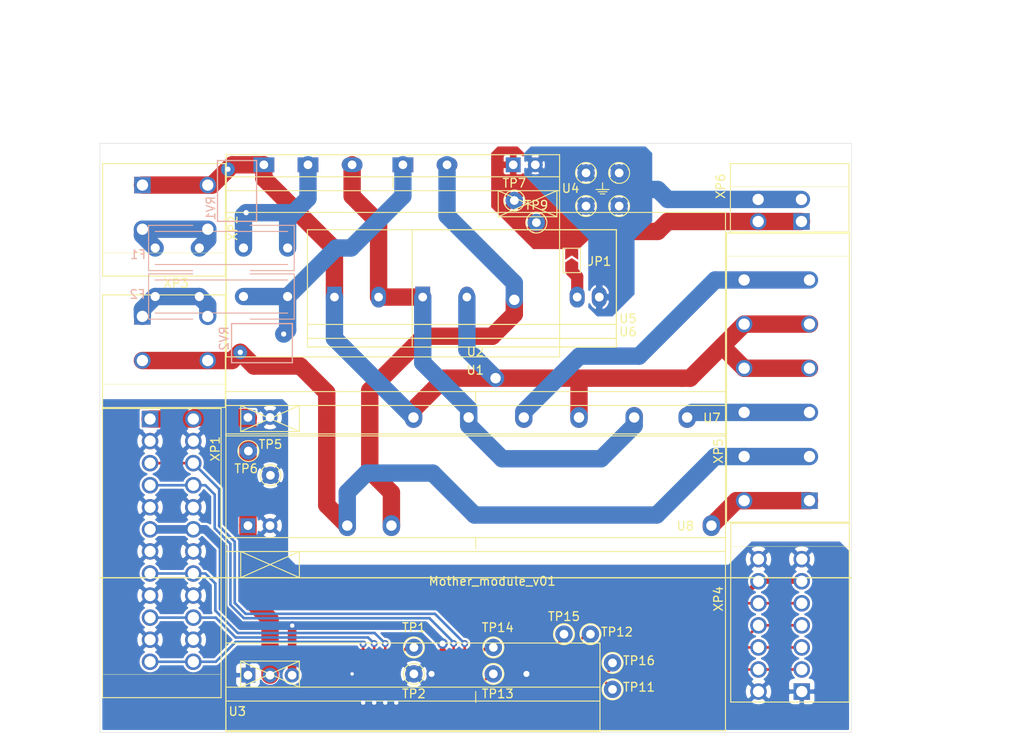
<source format=kicad_pcb>
(kicad_pcb (version 20171130) (host pcbnew "(5.1.10)-1")

  (general
    (thickness 1.6)
    (drawings 58)
    (tracks 256)
    (zones 0)
    (modules 35)
    (nets 33)
  )

  (page A4)
  (layers
    (0 F.Cu signal)
    (31 B.Cu signal)
    (32 B.Adhes user)
    (33 F.Adhes user)
    (34 B.Paste user)
    (35 F.Paste user)
    (36 B.SilkS user)
    (37 F.SilkS user)
    (38 B.Mask user)
    (39 F.Mask user)
    (40 Dwgs.User user)
    (41 Cmts.User user)
    (42 Eco1.User user)
    (43 Eco2.User user)
    (44 Edge.Cuts user)
    (45 Margin user)
    (46 B.CrtYd user)
    (47 F.CrtYd user)
    (48 B.Fab user)
    (49 F.Fab user)
  )

  (setup
    (last_trace_width 0.25)
    (user_trace_width 0.3)
    (user_trace_width 0.4)
    (user_trace_width 0.5)
    (user_trace_width 0.6)
    (user_trace_width 0.7)
    (user_trace_width 0.8)
    (user_trace_width 1)
    (user_trace_width 1.4)
    (user_trace_width 2)
    (trace_clearance 0.2)
    (zone_clearance 0.254)
    (zone_45_only yes)
    (trace_min 0.2)
    (via_size 0.8)
    (via_drill 0.4)
    (via_min_size 0.4)
    (via_min_drill 0.3)
    (user_via 1 0.5)
    (user_via 1.1 0.6)
    (user_via 1.2 0.7)
    (user_via 1.6 1)
    (user_via 1.8 1.2)
    (user_via 2 1.4)
    (user_via 2.4 1.8)
    (uvia_size 0.3)
    (uvia_drill 0.1)
    (uvias_allowed no)
    (uvia_min_size 0.2)
    (uvia_min_drill 0.1)
    (edge_width 0.05)
    (segment_width 0.2)
    (pcb_text_width 0.3)
    (pcb_text_size 1.5 1.5)
    (mod_edge_width 0.12)
    (mod_text_size 1 1)
    (mod_text_width 0.15)
    (pad_size 0.75 2.1)
    (pad_drill 0)
    (pad_to_mask_clearance 0)
    (aux_axis_origin 100 100)
    (grid_origin 100 100)
    (visible_elements 7FFFFFFF)
    (pcbplotparams
      (layerselection 0x010fc_ffffffff)
      (usegerberextensions false)
      (usegerberattributes true)
      (usegerberadvancedattributes true)
      (creategerberjobfile true)
      (excludeedgelayer true)
      (linewidth 0.100000)
      (plotframeref false)
      (viasonmask false)
      (mode 1)
      (useauxorigin false)
      (hpglpennumber 1)
      (hpglpenspeed 20)
      (hpglpendiameter 15.000000)
      (psnegative false)
      (psa4output false)
      (plotreference true)
      (plotvalue true)
      (plotinvisibletext false)
      (padsonsilk false)
      (subtractmaskfromsilk true)
      (outputformat 1)
      (mirror false)
      (drillshape 0)
      (scaleselection 1)
      (outputdirectory "Gerbers/"))
  )

  (net 0 "")
  (net 1 GND)
  (net 2 +5VP)
  (net 3 /N1)
  (net 4 /L1)
  (net 5 /N2)
  (net 6 "Net-(F1-Pad2)")
  (net 7 "Net-(F2-Pad2)")
  (net 8 "Net-(F1-Pad1)")
  (net 9 "Net-(F2-Pad1)")
  (net 10 /L1_out2)
  (net 11 /L1_out1)
  (net 12 /L2)
  (net 13 /L2_out)
  (net 14 "Net-(U3-Pad11)")
  (net 15 "Net-(U3-Pad9)")
  (net 16 "Net-(JP1-Pad1)")
  (net 17 "Net-(TP1-Pad1)")
  (net 18 "Net-(U3-Pad21)")
  (net 19 "Net-(U3-Pad19)")
  (net 20 "Net-(U3-Pad7)")
  (net 21 "Net-(U3-Pad28)")
  (net 22 "Net-(U3-Pad29)")
  (net 23 "Net-(U3-Pad26)")
  (net 24 +5VA)
  (net 25 "Net-(TP11-Pad1)")
  (net 26 "Net-(TP12-Pad1)")
  (net 27 "Net-(TP13-Pad1)")
  (net 28 "Net-(TP14-Pad1)")
  (net 29 /SDA2)
  (net 30 /SCL2)
  (net 31 "Net-(TP15-Pad1)")
  (net 32 "Net-(TP16-Pad1)")

  (net_class Default "This is the default net class."
    (clearance 0.2)
    (trace_width 0.25)
    (via_dia 0.8)
    (via_drill 0.4)
    (uvia_dia 0.3)
    (uvia_drill 0.1)
    (add_net +5VA)
    (add_net +5VP)
    (add_net /L1)
    (add_net /L1_out1)
    (add_net /L1_out2)
    (add_net /L2)
    (add_net /L2_out)
    (add_net /N1)
    (add_net /N2)
    (add_net /SCL2)
    (add_net /SDA2)
    (add_net GND)
    (add_net "Net-(F1-Pad1)")
    (add_net "Net-(F1-Pad2)")
    (add_net "Net-(F2-Pad1)")
    (add_net "Net-(F2-Pad2)")
    (add_net "Net-(JP1-Pad1)")
    (add_net "Net-(TP1-Pad1)")
    (add_net "Net-(TP11-Pad1)")
    (add_net "Net-(TP12-Pad1)")
    (add_net "Net-(TP13-Pad1)")
    (add_net "Net-(TP14-Pad1)")
    (add_net "Net-(TP15-Pad1)")
    (add_net "Net-(TP16-Pad1)")
    (add_net "Net-(U3-Pad11)")
    (add_net "Net-(U3-Pad19)")
    (add_net "Net-(U3-Pad21)")
    (add_net "Net-(U3-Pad26)")
    (add_net "Net-(U3-Pad28)")
    (add_net "Net-(U3-Pad29)")
    (add_net "Net-(U3-Pad7)")
    (add_net "Net-(U3-Pad9)")
  )

  (module Modules:XY122R-5.08-02P-14 (layer F.Cu) (tedit 60689E36) (tstamp 5FE3E42A)
    (at 61.596 79.807 270)
    (path /5FCFF837)
    (fp_text reference XP2 (at 4.953 -10.464 90) (layer F.SilkS)
      (effects (font (size 1 1) (thickness 0.15)))
    )
    (fp_text value DG142R-02P (at 4.445 -11.43 90) (layer F.Fab)
      (effects (font (size 1 1) (thickness 0.15)))
    )
    (fp_line (start 9.652 -1.016) (end 9.144 0.508) (layer Dwgs.User) (width 0.12))
    (fp_line (start 8.636 -1.016) (end 9.652 -1.016) (layer Dwgs.User) (width 0.12))
    (fp_line (start 9.144 0.508) (end 8.636 -1.016) (layer Dwgs.User) (width 0.12))
    (fp_line (start 9.144 -7.62) (end 9.144 0.508) (layer Dwgs.User) (width 0.12))
    (fp_line (start -2.35 4.41) (end 10.35 4.41) (layer F.CrtYd) (width 0.05))
    (fp_line (start -2.35 -9.47) (end 10.35 -9.47) (layer F.CrtYd) (width 0.05))
    (fp_line (start 7.81 -9.597) (end 7.81 4.5) (layer F.SilkS) (width 0.05))
    (fp_line (start 10.35 -9.47) (end 10.35 4.41) (layer F.CrtYd) (width 0.05))
    (fp_line (start -2.35 -9.47) (end -2.35 4.41) (layer F.CrtYd) (width 0.05))
    (fp_line (start -2.477 -9.597) (end 10.477 -9.597) (layer F.SilkS) (width 0.12))
    (fp_line (start 10.477 -9.597) (end 10.477 4.537) (layer F.SilkS) (width 0.12))
    (fp_line (start 10.477 4.537) (end -2.477 4.537) (layer F.SilkS) (width 0.12))
    (fp_line (start -2.477 4.537) (end -2.477 -9.597) (layer F.SilkS) (width 0.12))
    (pad 2 thru_hole circle (at 5.08 -0.05 270) (size 1.9 1.9) (drill 1.3) (layers *.Cu *.Mask)
      (net 8 "Net-(F1-Pad1)"))
    (pad 2 thru_hole circle (at 5.08 -7.57 270) (size 1.9 1.9) (drill 1.3) (layers *.Cu *.Mask)
      (net 8 "Net-(F1-Pad1)"))
    (pad 1 thru_hole rect (at 0 -0.05 270) (size 1.9 1.9) (drill 1.3) (layers *.Cu *.Mask)
      (net 3 /N1))
    (pad 1 thru_hole circle (at 0 -7.57 270) (size 1.9 1.9) (drill 1.3) (layers *.Cu *.Mask)
      (net 3 /N1))
    (model ${KIPRJMOD}/../../KiCAD_libraries/3D-models/KF142R-5_08-02P.STEP
      (offset (xyz -22.9 -4.75 0))
      (scale (xyz 1 1 1))
      (rotate (xyz -90 0 0))
    )
  )

  (module "Modules:DG141R-2.54-02P-14-00A(H)" (layer F.Cu) (tedit 6068828E) (tstamp 6069525C)
    (at 137.542 83.998 90)
    (path /608A795B)
    (fp_text reference XP6 (at 4.064 -9.348 90) (layer F.SilkS)
      (effects (font (size 1 1) (thickness 0.15)))
    )
    (fp_text value DG141R-02P (at 3.81 -9.525 90) (layer F.Fab)
      (effects (font (size 1 1) (thickness 0.15)))
    )
    (fp_line (start 5.842 -1.016) (end 5.334 0.508) (layer Dwgs.User) (width 0.12))
    (fp_line (start 4.826 -1.016) (end 5.842 -1.016) (layer Dwgs.User) (width 0.12))
    (fp_line (start 5.334 0.508) (end 4.826 -1.016) (layer Dwgs.User) (width 0.12))
    (fp_line (start 5.334 -6.35) (end 5.334 0.508) (layer Dwgs.User) (width 0.12))
    (fp_line (start -1.08 5.3) (end 6.54 5.3) (layer F.CrtYd) (width 0.05))
    (fp_line (start -1.08 -8.1) (end 6.54 -8.1) (layer F.CrtYd) (width 0.05))
    (fp_line (start 4 -8.1) (end 4 5.3) (layer F.SilkS) (width 0.05))
    (fp_line (start 6.54 -8.1) (end 6.54 5.3) (layer F.CrtYd) (width 0.05))
    (fp_line (start -1.08 -8.1) (end -1.08 5.3) (layer F.CrtYd) (width 0.05))
    (fp_line (start -1.207 -8.227) (end 6.667 -8.227) (layer F.SilkS) (width 0.12))
    (fp_line (start -1.207 -8.227) (end -1.207 5.427) (layer F.SilkS) (width 0.12))
    (fp_line (start -1.207 5.427) (end 6.667 5.427) (layer F.SilkS) (width 0.12))
    (fp_line (start 6.667 -8.227) (end 6.667 5.427) (layer F.SilkS) (width 0.12))
    (pad 2 thru_hole circle (at 2.54 -0.05 90) (size 1.9 1.9) (drill 1.3) (layers *.Cu *.Mask)
      (net 1 GND))
    (pad 2 thru_hole circle (at 2.54 -5.03 90) (size 1.9 1.9) (drill 1.3) (layers *.Cu *.Mask)
      (net 1 GND))
    (pad 1 thru_hole rect (at 0 -0.05 90) (size 1.9 1.9) (drill 1.3) (layers *.Cu *.Mask)
      (net 2 +5VP))
    (pad 1 thru_hole circle (at 0 -5.03 90) (size 1.9 1.9) (drill 1.3) (layers *.Cu *.Mask)
      (net 2 +5VP))
    (model ${KIPRJMOD}/../../KiCAD_libraries/3D-models/DG141R-2_54-02P.STEP
      (offset (xyz 6.5 8.128 12.5))
      (scale (xyz 1 1 1))
      (rotate (xyz 0 0 180))
    )
  )

  (module TestPoint:TestPoint_THTPad_D2.0mm_Drill1.0mm (layer F.Cu) (tedit 5A0F774F) (tstamp 60695038)
    (at 116.51 82.22)
    (descr "THT pad as test Point, diameter 2.0mm, hole diameter 1.0mm")
    (tags "test point THT pad")
    (path /60878CCE)
    (attr virtual)
    (fp_text reference TP10 (at 0 2.54) (layer F.SilkS) hide
      (effects (font (size 1 1) (thickness 0.15)))
    )
    (fp_text value TestPoint_Small (at 0 2.05) (layer F.Fab)
      (effects (font (size 1 1) (thickness 0.15)))
    )
    (fp_circle (center 0 0) (end 1.5 0) (layer F.CrtYd) (width 0.05))
    (fp_circle (center 0 0) (end 0 1.2) (layer F.SilkS) (width 0.12))
    (fp_text user %R (at 0 -2) (layer F.Fab)
      (effects (font (size 1 1) (thickness 0.15)))
    )
    (pad 1 thru_hole circle (at 0 0) (size 2 2) (drill 1) (layers *.Cu *.Mask)
      (net 1 GND))
  )

  (module TestPoint:TestPoint_THTPad_D2.0mm_Drill1.0mm (layer F.Cu) (tedit 5A0F774F) (tstamp 6069E966)
    (at 106.985 84.125)
    (descr "THT pad as test Point, diameter 2.0mm, hole diameter 1.0mm")
    (tags "test point THT pad")
    (path /60878F98)
    (attr virtual)
    (fp_text reference TP9 (at 0 -1.998) (layer F.SilkS)
      (effects (font (size 1 1) (thickness 0.15)))
    )
    (fp_text value TestPoint_Small (at 0 2.05) (layer F.Fab)
      (effects (font (size 1 1) (thickness 0.15)))
    )
    (fp_circle (center 0 0) (end 1.5 0) (layer F.CrtYd) (width 0.05))
    (fp_circle (center 0 0) (end 0 1.2) (layer F.SilkS) (width 0.12))
    (fp_text user %R (at 0 -2) (layer F.Fab)
      (effects (font (size 1 1) (thickness 0.15)))
    )
    (pad 1 thru_hole circle (at 0 0) (size 2 2) (drill 1) (layers *.Cu *.Mask)
      (net 2 +5VP))
  )

  (module TestPoint:TestPoint_THTPad_D2.0mm_Drill1.0mm (layer F.Cu) (tedit 5A0F774F) (tstamp 60695028)
    (at 116.51 78.41)
    (descr "THT pad as test Point, diameter 2.0mm, hole diameter 1.0mm")
    (tags "test point THT pad")
    (path /6087272E)
    (attr virtual)
    (fp_text reference TP8 (at 0 -2.286) (layer F.SilkS) hide
      (effects (font (size 1 1) (thickness 0.15)))
    )
    (fp_text value TestPoint_Small (at 0 2.05) (layer F.Fab)
      (effects (font (size 1 1) (thickness 0.15)))
    )
    (fp_circle (center 0 0) (end 1.5 0) (layer F.CrtYd) (width 0.05))
    (fp_circle (center 0 0) (end 0 1.2) (layer F.SilkS) (width 0.12))
    (fp_text user %R (at 0 -2) (layer F.Fab)
      (effects (font (size 1 1) (thickness 0.15)))
    )
    (pad 1 thru_hole circle (at 0 0) (size 2 2) (drill 1) (layers *.Cu *.Mask)
      (net 1 GND))
  )

  (module TestPoint:TestPoint_THTPad_D2.0mm_Drill1.0mm (layer F.Cu) (tedit 5A0F774F) (tstamp 6069EA07)
    (at 104.445 81.585)
    (descr "THT pad as test Point, diameter 2.0mm, hole diameter 1.0mm")
    (tags "test point THT pad")
    (path /60872AA2)
    (attr virtual)
    (fp_text reference TP7 (at 0 -1.998) (layer F.SilkS)
      (effects (font (size 1 1) (thickness 0.15)))
    )
    (fp_text value TestPoint_Small (at 0 2.05) (layer F.Fab)
      (effects (font (size 1 1) (thickness 0.15)))
    )
    (fp_circle (center 0 0) (end 1.5 0) (layer F.CrtYd) (width 0.05))
    (fp_circle (center 0 0) (end 0 1.2) (layer F.SilkS) (width 0.12))
    (fp_text user %R (at 0 -2) (layer F.Fab)
      (effects (font (size 1 1) (thickness 0.15)))
    )
    (pad 1 thru_hole circle (at 0 0) (size 2 2) (drill 1) (layers *.Cu *.Mask)
      (net 2 +5VP))
  )

  (module Modules:J-ACDC10W2010-6E (layer F.Cu) (tedit 6067EFD6) (tstamp 60690D17)
    (at 93.904 92.6975)
    (path /60808B36)
    (fp_text reference U6 (at 23.622 4.0005) (layer F.SilkS)
      (effects (font (size 1 1) (thickness 0.15)))
    )
    (fp_text value J-ACDC10W2010-6E (at 10.54 -4.25) (layer F.Fab)
      (effects (font (size 1 1) (thickness 0.15)))
    )
    (fp_line (start -13.27 4.7375) (end -13.27 3.15) (layer F.CrtYd) (width 0.12))
    (fp_line (start 22.285 4.7375) (end -13.27 4.7375) (layer F.CrtYd) (width 0.12))
    (fp_line (start 22.285 3.15) (end 22.285 4.7375) (layer F.CrtYd) (width 0.12))
    (fp_line (start -13.27 3.15) (end 22.285 3.15) (layer F.CrtYd) (width 0.12))
    (fp_line (start -13.27 -7.75) (end 22.29 -7.75) (layer F.SilkS) (width 0.12))
    (fp_line (start 22.29 -7.75) (end 22.29 5.75) (layer F.SilkS) (width 0.12))
    (fp_line (start -13.27 5.75) (end -13.27 -7.75) (layer F.SilkS) (width 0.12))
    (fp_line (start -13.27 3.15) (end 22.29 3.15) (layer F.SilkS) (width 0.12))
    (fp_line (start -13.27 4.75) (end 22.29 4.75) (layer F.SilkS) (width 0.12))
    (fp_line (start -13.27 5.75) (end 22.29 5.75) (layer F.SilkS) (width 0.12))
    (pad 1 thru_hole rect (at -10.16 0) (size 1.7 2.4) (drill 1) (layers *.Cu *.Mask)
      (net 3 /N1))
    (pad 2 thru_hole oval (at -5.08 0) (size 1.7 2.4) (drill 1) (layers *.Cu *.Mask)
      (net 4 /L1))
    (pad 3 thru_hole oval (at 17.78 0) (size 1.7 2.4) (drill 1) (layers *.Cu *.Mask)
      (net 16 "Net-(JP1-Pad1)"))
    (pad 4 thru_hole oval (at 20.32 0) (size 1.7 2.4) (drill 1) (layers *.Cu *.Mask)
      (net 1 GND))
    (model ${KISYS3DMOD}/Connector_PinHeader_2.00mm.3dshapes/PinHeader_1x01_P2.00mm_Horizontal.step
      (offset (xyz -0.1 0 0.2))
      (scale (xyz 1 1 1))
      (rotate (xyz 0 0 90))
    )
    (model ${KISYS3DMOD}/Connector_PinHeader_2.00mm.3dshapes/PinHeader_1x01_P2.00mm_Horizontal.step
      (offset (xyz 4.98 0 0.2))
      (scale (xyz 1 1 1))
      (rotate (xyz 0 0 90))
    )
    (model ${KISYS3DMOD}/Connector_PinHeader_2.00mm.3dshapes/PinHeader_1x01_P2.00mm_Horizontal.step
      (offset (xyz 17.68 0 0.2))
      (scale (xyz 1 1 1))
      (rotate (xyz 0 0 90))
    )
    (model ${KISYS3DMOD}/Connector_PinHeader_2.00mm.3dshapes/PinHeader_1x01_P2.00mm_Horizontal.step
      (offset (xyz 20.22 0 0.2))
      (scale (xyz 1 1 1))
      (rotate (xyz 0 0 90))
    )
    (model ${KIPRJMOD}/../../KiCAD_libraries/3D-models/WX-DC12003.stp
      (offset (xyz -2.29 -5.75 19.5))
      (scale (xyz 1 1 1))
      (rotate (xyz 0 -90 0))
    )
  )

  (module Modules:Power_analyzer (layer F.Cu) (tedit 5FF2C031) (tstamp 5FE77ABF)
    (at 90.475 78.85)
    (path /600BCE7A)
    (fp_text reference U4 (at 20.447 1.338) (layer F.SilkS)
      (effects (font (size 1 1) (thickness 0.15)))
    )
    (fp_text value Power_analyzer (at 16.002 3.302) (layer F.Fab)
      (effects (font (size 1 1) (thickness 0.15)))
    )
    (fp_line (start -19.175 -2.54) (end -19.175 20.73) (layer F.SilkS) (width 0.12))
    (fp_line (start -19.175 20.73) (end 19.179 20.73) (layer F.SilkS) (width 0.12))
    (fp_line (start 19.179 20.73) (end 19.179 -2.54) (layer F.SilkS) (width 0.12))
    (fp_line (start 19.179 -2.54) (end -19.175 -2.54) (layer F.SilkS) (width 0.12))
    (fp_line (start -19.175 1.6) (end 19.179 1.6) (layer F.SilkS) (width 0.12))
    (fp_line (start -19.175 0) (end 19.179 0) (layer F.SilkS) (width 0.12))
    (fp_line (start 0 0) (end 0 1.27) (layer F.SilkS) (width 0.12))
    (fp_line (start 12.119 1.6) (end 12.119 4.6) (layer F.SilkS) (width 0.12))
    (fp_line (start 18.869 1.6) (end 18.869 4.6) (layer F.SilkS) (width 0.12))
    (fp_line (start 12.119 1.6) (end 18.869 4.6) (layer F.SilkS) (width 0.12))
    (fp_line (start 18.869 4.6) (end 12.119 4.6) (layer F.SilkS) (width 0.12))
    (fp_line (start 12.119 4.6) (end 18.869 1.6) (layer F.SilkS) (width 0.12))
    (pad 7 thru_hole circle (at 16.385 -1.38) (size 1.7 1.7) (drill 1) (layers *.Cu *.Mask)
      (net 1 GND))
    (pad 6 thru_hole rect (at 13.845 -1.38) (size 1.7 1.7) (drill 1) (layers *.Cu *.Mask)
      (net 2 +5VP))
    (pad 1 thru_hole rect (at -14.857 -1.38) (size 2.4 1.7) (drill 1) (layers *.Cu *.Mask)
      (net 3 /N1))
    (pad 2 thru_hole rect (at -9.777 -1.38) (size 2.4 1.7) (drill 1) (layers *.Cu *.Mask)
      (net 6 "Net-(F1-Pad2)"))
    (pad 3 thru_hole oval (at -4.697 -1.38) (size 2.4 1.7) (drill 1) (layers *.Cu *.Mask)
      (net 4 /L1))
    (pad 4 thru_hole rect (at 1.145 -1.38) (size 2.4 1.7) (drill 1) (layers *.Cu *.Mask)
      (net 7 "Net-(F2-Pad2)"))
    (pad 5 thru_hole oval (at 6.225 -1.38) (size 2.4 1.7) (drill 1) (layers *.Cu *.Mask)
      (net 12 /L2))
    (model ${KIPRJMOD}/../../KiCAD_libraries/3D-models/Power_analyzer.step
      (at (xyz 0 0 0))
      (scale (xyz 1 1 1))
      (rotate (xyz -90 0 0))
    )
  )

  (module Modules:DC12003 (layer F.Cu) (tedit 5FCA6BA0) (tstamp 5FCBCF00)
    (at 93.904 92.6975)
    (path /5FCFDB27)
    (fp_text reference U5 (at 23.622 2.4765 180) (layer F.SilkS)
      (effects (font (size 1 1) (thickness 0.15)))
    )
    (fp_text value DC12003 (at 10.54 -4.25) (layer F.Fab)
      (effects (font (size 1 1) (thickness 0.15)))
    )
    (fp_line (start -1.21 5.75) (end 22.29 5.75) (layer F.SilkS) (width 0.12))
    (fp_line (start -1.21 4.75) (end 22.29 4.75) (layer F.SilkS) (width 0.12))
    (fp_line (start -1.21 3.15) (end 22.29 3.15) (layer F.SilkS) (width 0.12))
    (fp_line (start -1.21 5.75) (end -1.21 -7.75) (layer F.SilkS) (width 0.12))
    (fp_line (start 22.29 -7.75) (end 22.29 5.75) (layer F.SilkS) (width 0.12))
    (fp_line (start -1.21 -7.75) (end 22.29 -7.75) (layer F.SilkS) (width 0.12))
    (fp_line (start -1.21 3.15) (end 22.285 3.15) (layer F.CrtYd) (width 0.12))
    (fp_line (start 22.285 3.15) (end 22.285 4.7375) (layer F.CrtYd) (width 0.12))
    (fp_line (start 22.285 4.7375) (end -1.21 4.7375) (layer F.CrtYd) (width 0.12))
    (fp_line (start -1.21 4.7375) (end -1.21 3.15) (layer F.CrtYd) (width 0.12))
    (pad 1 thru_hole rect (at 0 0) (size 1.7 2.4) (drill 1) (layers *.Cu *.Mask)
      (net 4 /L1))
    (pad 2 thru_hole oval (at 5.08 0) (size 1.7 2.4) (drill 1) (layers *.Cu *.Mask)
      (net 3 /N1))
    (pad 3 thru_hole oval (at 17.78 0) (size 1.7 2.4) (drill 1) (layers *.Cu *.Mask)
      (net 16 "Net-(JP1-Pad1)"))
    (pad 4 thru_hole oval (at 20.32 0) (size 1.7 2.4) (drill 1) (layers *.Cu *.Mask)
      (net 1 GND))
    (model ${KISYS3DMOD}/Connector_PinHeader_2.00mm.3dshapes/PinHeader_1x01_P2.00mm_Horizontal.step
      (offset (xyz -0.1 0 0.2))
      (scale (xyz 1 1 1))
      (rotate (xyz 0 0 90))
    )
    (model ${KISYS3DMOD}/Connector_PinHeader_2.00mm.3dshapes/PinHeader_1x01_P2.00mm_Horizontal.step
      (offset (xyz 4.98 0 0.2))
      (scale (xyz 1 1 1))
      (rotate (xyz 0 0 90))
    )
    (model ${KISYS3DMOD}/Connector_PinHeader_2.00mm.3dshapes/PinHeader_1x01_P2.00mm_Horizontal.step
      (offset (xyz 17.68 0 0.2))
      (scale (xyz 1 1 1))
      (rotate (xyz 0 0 90))
    )
    (model ${KISYS3DMOD}/Connector_PinHeader_2.00mm.3dshapes/PinHeader_1x01_P2.00mm_Horizontal.step
      (offset (xyz 20.22 0 0.2))
      (scale (xyz 1 1 1))
      (rotate (xyz 0 0 90))
    )
    (model ${KIPRJMOD}/../../KiCAD_libraries/3D-models/WX-DC12003.stp
      (offset (xyz -2.29 -5.75 19.5))
      (scale (xyz 1 1 1))
      (rotate (xyz 0 -90 0))
    )
  )

  (module Modules:Load_control_module (layer F.Cu) (tedit 606342D1) (tstamp 5FE84569)
    (at 100 103.573)
    (path /602A2F91)
    (fp_text reference U7 (at 27.178 3.031 180) (layer F.SilkS)
      (effects (font (size 1 1) (thickness 0.15)))
    )
    (fp_text value Load_control_module (at 27.94 2.865 180) (layer F.Fab)
      (effects (font (size 1 1) (thickness 0.15)))
    )
    (fp_line (start -27.045 4.6) (end -20.295 1.6) (layer F.SilkS) (width 0.12))
    (fp_line (start -20.295 4.6) (end -27.045 4.6) (layer F.SilkS) (width 0.12))
    (fp_line (start -27.045 1.6) (end -20.295 4.6) (layer F.SilkS) (width 0.12))
    (fp_line (start 0 0) (end 0 1.27) (layer F.SilkS) (width 0.12))
    (fp_line (start -28.75 0) (end -28.75 1.6) (layer F.CrtYd) (width 0.12))
    (fp_line (start 28.75 0) (end -28.75 0) (layer F.CrtYd) (width 0.12))
    (fp_line (start 28.75 1.6) (end 28.75 0.0125) (layer F.CrtYd) (width 0.12))
    (fp_line (start -28.75 1.6) (end 28.75 1.6) (layer F.CrtYd) (width 0.12))
    (fp_line (start -28.75 5.1) (end -28.75 -20.62) (layer F.SilkS) (width 0.12))
    (fp_line (start -28.75 -20.62) (end 28.75 -20.62) (layer F.SilkS) (width 0.12))
    (fp_line (start 28.75 -20.62) (end 28.75 5.1) (layer F.SilkS) (width 0.12))
    (fp_line (start 28.75 5.1) (end -28.75 5.1) (layer F.SilkS) (width 0.12))
    (fp_line (start -28.75 0) (end 28.75 0) (layer F.SilkS) (width 0.12))
    (fp_line (start -28.75 1.6) (end 28.75 1.6) (layer F.SilkS) (width 0.12))
    (fp_line (start -27.045 4.6) (end -27.045 1.6) (layer F.SilkS) (width 0.12))
    (fp_line (start -20.295 4.6) (end -20.295 1.6) (layer F.SilkS) (width 0.12))
    (pad 8 thru_hole oval (at 24.336 2.98 180) (size 2 2.4) (drill 1.2) (layers *.Cu *.Mask)
      (net 10 /L1_out2))
    (pad 7 thru_hole oval (at 18.24 2.98 180) (size 2 2.4) (drill 1.2) (layers *.Cu *.Mask)
      (net 4 /L1))
    (pad 6 thru_hole oval (at 11.89 2.98 180) (size 2 2.4) (drill 1.2) (layers *.Cu *.Mask)
      (net 3 /N1))
    (pad 1 thru_hole rect (at -26.21 2.98 180) (size 1.7 1.7) (drill 1) (layers *.Cu *.Mask)
      (net 2 +5VP))
    (pad 2 thru_hole circle (at -23.67 2.98 180) (size 1.7 1.7) (drill 1) (layers *.Cu *.Mask)
      (net 1 GND))
    (pad 3 thru_hole oval (at -7.16 2.98 180) (size 2 2.4) (drill 1.2) (layers *.Cu *.Mask)
      (net 3 /N1))
    (pad 4 thru_hole oval (at -0.81 2.98 180) (size 2 2.4) (drill 1.2) (layers *.Cu *.Mask)
      (net 4 /L1))
    (pad 5 thru_hole oval (at 5.54 2.98 180) (size 2 2.4) (drill 1.2) (layers *.Cu *.Mask)
      (net 11 /L1_out1))
    (model ${KIPRJMOD}/../../KiCAD_libraries/3D-models/Load_control_module.step
      (at (xyz 0 0 0))
      (scale (xyz 1 1 1))
      (rotate (xyz -90 0 0))
    )
  )

  (module Modules:Fan_control_module (layer F.Cu) (tedit 60674EA2) (tstamp 606BA4FA)
    (at 100 120.379)
    (path /5FFC8B28)
    (fp_text reference U8 (at 24.13 -1.329 180) (layer F.SilkS)
      (effects (font (size 1 1) (thickness 0.15)))
    )
    (fp_text value Fan_control_module (at 0 -15.24 180) (layer F.Fab)
      (effects (font (size 1 1) (thickness 0.15)))
    )
    (fp_line (start -27.045 4.6) (end -20.295 1.6) (layer F.SilkS) (width 0.12))
    (fp_line (start -20.295 4.6) (end -27.045 4.6) (layer F.SilkS) (width 0.12))
    (fp_line (start -27.045 1.6) (end -20.295 4.6) (layer F.SilkS) (width 0.12))
    (fp_line (start 0 0) (end 0 1.27) (layer F.SilkS) (width 0.12))
    (fp_line (start -28.75 0) (end -28.75 1.6) (layer F.CrtYd) (width 0.12))
    (fp_line (start 28.75 0) (end -28.75 0) (layer F.CrtYd) (width 0.12))
    (fp_line (start 28.75 1.6) (end 28.75 0.0125) (layer F.CrtYd) (width 0.12))
    (fp_line (start -28.75 1.6) (end 28.75 1.6) (layer F.CrtYd) (width 0.12))
    (fp_line (start -28.75 22.22) (end -28.75 -11.938) (layer F.SilkS) (width 0.12))
    (fp_line (start -28.75 -11.938) (end 28.75 -11.938) (layer F.SilkS) (width 0.12))
    (fp_line (start 28.75 -11.938) (end 28.75 22.22) (layer F.SilkS) (width 0.12))
    (fp_line (start 28.75 22.22) (end -28.75 22.22) (layer F.SilkS) (width 0.12))
    (fp_line (start -28.75 0) (end 28.75 0) (layer F.SilkS) (width 0.12))
    (fp_line (start -28.75 1.6) (end 28.75 1.6) (layer F.SilkS) (width 0.12))
    (fp_line (start -27.045 4.6) (end -27.045 1.6) (layer F.SilkS) (width 0.12))
    (fp_line (start -20.295 4.6) (end -20.295 1.6) (layer F.SilkS) (width 0.12))
    (pad 1 thru_hole rect (at -26.21 -1.38 180) (size 1.7 1.7) (drill 1) (layers *.Cu *.Mask)
      (net 2 +5VP))
    (pad 2 thru_hole circle (at -23.67 -1.38 180) (size 1.7 1.7) (drill 1) (layers *.Cu *.Mask)
      (net 1 GND))
    (pad 4 thru_hole oval (at -9.7 -1.38 180) (size 2 2.4) (drill 1.2) (layers *.Cu *.Mask)
      (net 12 /L2))
    (pad 3 thru_hole oval (at -14.78 -1.38 180) (size 2 2.4) (drill 1.2) (layers *.Cu *.Mask)
      (net 5 /N2))
    (pad 5 thru_hole oval (at 27.13 -1.38 180) (size 2 2.4) (drill 1.2) (layers *.Cu *.Mask)
      (net 13 /L2_out))
    (model ${KIPRJMOD}/../../KiCAD_libraries/3D-models/Fan_controller_module.step
      (at (xyz 0 0 0))
      (scale (xyz 1 1 1))
      (rotate (xyz -90 0 0))
    )
    (model ${KIPRJMOD}/../../KiCAD_libraries/3D-models/Fan_controller_submodule.step
      (offset (xyz 0 7.25 0))
      (scale (xyz 1 1 1))
      (rotate (xyz -90 0 0))
    )
  )

  (module TestPoint:TestPoint_THTPad_D2.0mm_Drill1.0mm (layer F.Cu) (tedit 5A0F774F) (tstamp 6004D11A)
    (at 112.7 82.22 270)
    (descr "THT pad as test Point, diameter 2.0mm, hole diameter 1.0mm")
    (tags "test point THT pad")
    (path /600120B5)
    (attr virtual)
    (fp_text reference TP4 (at 2.54 0 180) (layer F.SilkS) hide
      (effects (font (size 1 1) (thickness 0.15)))
    )
    (fp_text value TestPoint_Small (at 0 2.05 90) (layer F.Fab)
      (effects (font (size 1 1) (thickness 0.15)))
    )
    (fp_circle (center 0 0) (end 1.5 0) (layer F.CrtYd) (width 0.05))
    (fp_circle (center 0 0) (end 0 1.2) (layer F.SilkS) (width 0.12))
    (fp_text user %R (at 0 -2 90) (layer F.Fab)
      (effects (font (size 1 1) (thickness 0.15)))
    )
    (pad 1 thru_hole circle (at 0 0 270) (size 2 2) (drill 1) (layers *.Cu *.Mask)
      (net 1 GND))
  )

  (module TestPoint:TestPoint_THTPad_D2.0mm_Drill1.0mm (layer F.Cu) (tedit 5A0F774F) (tstamp 6069EA2D)
    (at 112.7 78.41 270)
    (descr "THT pad as test Point, diameter 2.0mm, hole diameter 1.0mm")
    (tags "test point THT pad")
    (path /600114EE)
    (attr virtual)
    (fp_text reference TP3 (at -2.286 0 180) (layer F.SilkS) hide
      (effects (font (size 1 1) (thickness 0.15)))
    )
    (fp_text value TestPoint_Small (at 3.048 2.159 90) (layer F.Fab)
      (effects (font (size 1 1) (thickness 0.15)))
    )
    (fp_circle (center 0 0) (end 1.5 0) (layer F.CrtYd) (width 0.05))
    (fp_circle (center 0 0) (end 0 1.2) (layer F.SilkS) (width 0.12))
    (fp_text user %R (at 0 -2 90) (layer F.Fab)
      (effects (font (size 1 1) (thickness 0.15)))
    )
    (pad 1 thru_hole circle (at 0 0 270) (size 2 2) (drill 1) (layers *.Cu *.Mask)
      (net 1 GND))
  )

  (module Jumper:SolderJumper-2_P1.3mm_Open_TrianglePad1.0x1.5mm (layer F.Cu) (tedit 5A64794F) (tstamp 5FE83247)
    (at 111.049 88.48 90)
    (descr "SMD Solder Jumper, 1x1.5mm Triangular Pads, 0.3mm gap, open")
    (tags "solder jumper open")
    (path /5FCF4B77)
    (attr virtual)
    (fp_text reference JP1 (at -0.108 3.192 180) (layer F.SilkS)
      (effects (font (size 1 1) (thickness 0.15)))
    )
    (fp_text value 5V_en (at 0 1.9 90) (layer F.Fab)
      (effects (font (size 1 1) (thickness 0.15)))
    )
    (fp_line (start -1.4 1) (end -1.4 -1) (layer F.SilkS) (width 0.12))
    (fp_line (start 1.4 1) (end -1.4 1) (layer F.SilkS) (width 0.12))
    (fp_line (start 1.4 -1) (end 1.4 1) (layer F.SilkS) (width 0.12))
    (fp_line (start -1.4 -1) (end 1.4 -1) (layer F.SilkS) (width 0.12))
    (fp_line (start -1.65 -1.25) (end 1.65 -1.25) (layer F.CrtYd) (width 0.05))
    (fp_line (start -1.65 -1.25) (end -1.65 1.25) (layer F.CrtYd) (width 0.05))
    (fp_line (start 1.65 1.25) (end 1.65 -1.25) (layer F.CrtYd) (width 0.05))
    (fp_line (start 1.65 1.25) (end -1.65 1.25) (layer F.CrtYd) (width 0.05))
    (pad 1 smd custom (at -0.725 0 90) (size 0.3 0.3) (layers F.Cu F.Mask)
      (net 16 "Net-(JP1-Pad1)") (zone_connect 2)
      (options (clearance outline) (anchor rect))
      (primitives
        (gr_poly (pts
           (xy -0.5 -0.75) (xy 0.5 -0.75) (xy 1 0) (xy 0.5 0.75) (xy -0.5 0.75)
) (width 0))
      ))
    (pad 2 smd custom (at 0.725 0 90) (size 0.3 0.3) (layers F.Cu F.Mask)
      (net 2 +5VP) (zone_connect 2)
      (options (clearance outline) (anchor rect))
      (primitives
        (gr_poly (pts
           (xy -0.65 -0.75) (xy 0.5 -0.75) (xy 0.5 0.75) (xy -0.65 0.75) (xy -0.15 0)
) (width 0))
      ))
  )

  (module Varistor:RV_Disc_D7mm_W4.5mm_P5mm (layer B.Cu) (tedit 5A0F68DF) (tstamp 5FCA4885)
    (at 73.582 82.982 90)
    (descr "Varistor, diameter 7mm, width 4.5mm, pitch 5mm")
    (tags "varistor SIOV")
    (path /5FC9DD8F)
    (fp_text reference RV1 (at 0.508 -4.062 90) (layer B.SilkS)
      (effects (font (size 1 1) (thickness 0.15)) (justify mirror))
    )
    (fp_text value 470V (at 2.5 2.2 90) (layer B.Fab)
      (effects (font (size 1 1) (thickness 0.15)) (justify mirror))
    )
    (fp_line (start -1.25 -3.55) (end 6.25 -3.55) (layer B.CrtYd) (width 0.05))
    (fp_line (start -1.25 1.45) (end 6.25 1.45) (layer B.CrtYd) (width 0.05))
    (fp_line (start 6.25 1.45) (end 6.25 -3.55) (layer B.CrtYd) (width 0.05))
    (fp_line (start -1.25 1.45) (end -1.25 -3.55) (layer B.CrtYd) (width 0.05))
    (fp_line (start -1 -3.3) (end 6 -3.3) (layer B.SilkS) (width 0.15))
    (fp_line (start -1 1.2) (end 6 1.2) (layer B.SilkS) (width 0.15))
    (fp_line (start 6 1.2) (end 6 -3.3) (layer B.SilkS) (width 0.15))
    (fp_line (start -1 1.2) (end -1 -3.3) (layer B.SilkS) (width 0.15))
    (fp_line (start -1 -3.3) (end 6 -3.3) (layer B.Fab) (width 0.1))
    (fp_line (start -1 1.2) (end 6 1.2) (layer B.Fab) (width 0.1))
    (fp_line (start 6 1.2) (end 6 -3.3) (layer B.Fab) (width 0.1))
    (fp_line (start -1 1.2) (end -1 -3.3) (layer B.Fab) (width 0.1))
    (fp_text user %R (at 2.5 -1.05 90) (layer B.Fab)
      (effects (font (size 1 1) (thickness 0.15)) (justify mirror))
    )
    (pad 2 thru_hole circle (at 5 -2.1 90) (size 1.6 1.6) (drill 0.6) (layers *.Cu *.Mask)
      (net 3 /N1))
    (pad 1 thru_hole circle (at 0 0 90) (size 1.6 1.6) (drill 0.6) (layers *.Cu *.Mask)
      (net 6 "Net-(F1-Pad2)"))
    (model ${KISYS3DMOD}/Varistor.3dshapes/RV_Disc_D7mm_W4.5mm_P5mm.wrl
      (at (xyz 0 0 0))
      (scale (xyz 1 1 1))
      (rotate (xyz 0 0 0))
    )
  )

  (module Varistor:RV_Disc_D7mm_W4.5mm_P5mm (layer B.Cu) (tedit 5A0F68DF) (tstamp 5FCAEADD)
    (at 77.902 96.952 180)
    (descr "Varistor, diameter 7mm, width 4.5mm, pitch 5mm")
    (tags "varistor SIOV")
    (path /5FCE4410)
    (fp_text reference RV2 (at 6.858 -0.508 90) (layer B.SilkS)
      (effects (font (size 1 1) (thickness 0.15)) (justify mirror))
    )
    (fp_text value 470V (at 2.5 2.2) (layer B.Fab)
      (effects (font (size 1 1) (thickness 0.15)) (justify mirror))
    )
    (fp_line (start -1.25 -3.55) (end 6.25 -3.55) (layer B.CrtYd) (width 0.05))
    (fp_line (start -1.25 1.45) (end 6.25 1.45) (layer B.CrtYd) (width 0.05))
    (fp_line (start 6.25 1.45) (end 6.25 -3.55) (layer B.CrtYd) (width 0.05))
    (fp_line (start -1.25 1.45) (end -1.25 -3.55) (layer B.CrtYd) (width 0.05))
    (fp_line (start -1 -3.3) (end 6 -3.3) (layer B.SilkS) (width 0.15))
    (fp_line (start -1 1.2) (end 6 1.2) (layer B.SilkS) (width 0.15))
    (fp_line (start 6 1.2) (end 6 -3.3) (layer B.SilkS) (width 0.15))
    (fp_line (start -1 1.2) (end -1 -3.3) (layer B.SilkS) (width 0.15))
    (fp_line (start -1 -3.3) (end 6 -3.3) (layer B.Fab) (width 0.1))
    (fp_line (start -1 1.2) (end 6 1.2) (layer B.Fab) (width 0.1))
    (fp_line (start 6 1.2) (end 6 -3.3) (layer B.Fab) (width 0.1))
    (fp_line (start -1 1.2) (end -1 -3.3) (layer B.Fab) (width 0.1))
    (fp_text user %R (at 2.5 -1.05) (layer B.Fab)
      (effects (font (size 1 1) (thickness 0.15)) (justify mirror))
    )
    (pad 2 thru_hole circle (at 5 -2.1 180) (size 1.6 1.6) (drill 0.6) (layers *.Cu *.Mask)
      (net 5 /N2))
    (pad 1 thru_hole circle (at 0 0 180) (size 1.6 1.6) (drill 0.6) (layers *.Cu *.Mask)
      (net 7 "Net-(F2-Pad2)"))
    (model ${KISYS3DMOD}/Varistor.3dshapes/RV_Disc_D7mm_W4.5mm_P5mm.wrl
      (at (xyz 0 0 0))
      (scale (xyz 1 1 1))
      (rotate (xyz 0 0 0))
    )
  )

  (module Modules:FC-05C-E_4x15 (layer B.Cu) (tedit 5FCA5BCB) (tstamp 5FCAEA64)
    (at 63.1135 92.634)
    (path /5FCE4404)
    (fp_text reference F2 (at -2.0455 -0.254) (layer B.SilkS)
      (effects (font (size 1 1) (thickness 0.15)) (justify mirror))
    )
    (fp_text value 0.5A (at 7.62 3.81) (layer B.Fab)
      (effects (font (size 1 1) (thickness 0.15)) (justify mirror))
    )
    (fp_line (start 10.922 -2.6035) (end 16.002 -2.6035) (layer B.SilkS) (width 0.12))
    (fp_line (start 16.002 2.6035) (end 10.922 2.6035) (layer B.SilkS) (width 0.12))
    (fp_line (start 0 -1.905) (end 15.24 -1.905) (layer B.SilkS) (width 0.12))
    (fp_line (start 15.24 1.905) (end 0 1.905) (layer B.SilkS) (width 0.12))
    (fp_line (start 16.002 2.6035) (end 16.002 -2.6035) (layer B.SilkS) (width 0.12))
    (fp_line (start -0.762 -2.6035) (end 4.318 -2.6035) (layer B.SilkS) (width 0.12))
    (fp_line (start 4.318 2.6035) (end -0.762 2.6035) (layer B.SilkS) (width 0.12))
    (fp_line (start -0.762 2.6035) (end -0.762 -2.6035) (layer B.SilkS) (width 0.12))
    (fp_line (start -0.762 2.6) (end 16.002 2.6) (layer B.CrtYd) (width 0.05))
    (fp_line (start 16.002 2.6) (end 16.002 -2.6) (layer B.CrtYd) (width 0.05))
    (fp_line (start -0.762 -2.6) (end 16.002 -2.6) (layer B.CrtYd) (width 0.05))
    (fp_line (start -0.762 -2.6) (end -0.762 2.6) (layer B.CrtYd) (width 0.05))
    (pad 1 thru_hole circle (at 5.08 0) (size 1.6 1.6) (drill 1.05) (layers *.Cu *.Mask)
      (net 9 "Net-(F2-Pad1)"))
    (pad 2 thru_hole circle (at 15.24 0) (size 1.6 1.6) (drill 1.05) (layers *.Cu *.Mask)
      (net 7 "Net-(F2-Pad2)"))
    (pad 1 thru_hole circle (at 0 0) (size 1.6 1.6) (drill 1.05) (layers *.Cu *.Mask)
      (net 9 "Net-(F2-Pad1)"))
    (pad 2 thru_hole circle (at 10.16 0) (size 1.6 1.6) (drill 1.05) (layers *.Cu *.Mask)
      (net 7 "Net-(F2-Pad2)"))
  )

  (module Modules:XY122R-5.08-02P-14 (layer F.Cu) (tedit 60689E36) (tstamp 5FCC585A)
    (at 61.5895 94.92 270)
    (path /5FCDD380)
    (fp_text reference XP3 (at -3.81 -3.937) (layer F.SilkS)
      (effects (font (size 1 1) (thickness 0.15)))
    )
    (fp_text value DG142R-02P (at 4.445 -11.43 90) (layer F.Fab)
      (effects (font (size 1 1) (thickness 0.15)))
    )
    (fp_line (start 9.652 -1.016) (end 9.144 0.508) (layer Dwgs.User) (width 0.12))
    (fp_line (start 8.636 -1.016) (end 9.652 -1.016) (layer Dwgs.User) (width 0.12))
    (fp_line (start 9.144 0.508) (end 8.636 -1.016) (layer Dwgs.User) (width 0.12))
    (fp_line (start 9.144 -7.62) (end 9.144 0.508) (layer Dwgs.User) (width 0.12))
    (fp_line (start -2.35 4.41) (end 10.35 4.41) (layer F.CrtYd) (width 0.05))
    (fp_line (start -2.35 -9.47) (end 10.35 -9.47) (layer F.CrtYd) (width 0.05))
    (fp_line (start 7.81 -9.597) (end 7.81 4.5) (layer F.SilkS) (width 0.05))
    (fp_line (start 10.35 -9.47) (end 10.35 4.41) (layer F.CrtYd) (width 0.05))
    (fp_line (start -2.35 -9.47) (end -2.35 4.41) (layer F.CrtYd) (width 0.05))
    (fp_line (start -2.477 -9.597) (end 10.477 -9.597) (layer F.SilkS) (width 0.12))
    (fp_line (start 10.477 -9.597) (end 10.477 4.537) (layer F.SilkS) (width 0.12))
    (fp_line (start 10.477 4.537) (end -2.477 4.537) (layer F.SilkS) (width 0.12))
    (fp_line (start -2.477 4.537) (end -2.477 -9.597) (layer F.SilkS) (width 0.12))
    (pad 2 thru_hole circle (at 5.08 -0.05 270) (size 1.9 1.9) (drill 1.3) (layers *.Cu *.Mask)
      (net 5 /N2))
    (pad 2 thru_hole circle (at 5.08 -7.57 270) (size 1.9 1.9) (drill 1.3) (layers *.Cu *.Mask)
      (net 5 /N2))
    (pad 1 thru_hole rect (at 0 -0.05 270) (size 1.9 1.9) (drill 1.3) (layers *.Cu *.Mask)
      (net 9 "Net-(F2-Pad1)"))
    (pad 1 thru_hole circle (at 0 -7.57 270) (size 1.9 1.9) (drill 1.3) (layers *.Cu *.Mask)
      (net 9 "Net-(F2-Pad1)"))
    (model ${KIPRJMOD}/../../KiCAD_libraries/3D-models/KF142R-5_08-02P.STEP
      (offset (xyz -22.9 -4.75 0))
      (scale (xyz 1 1 1))
      (rotate (xyz -90 0 0))
    )
  )

  (module TestPoint:TestPoint_THTPad_D2.0mm_Drill1.0mm (layer F.Cu) (tedit 5A0F774F) (tstamp 606FC963)
    (at 115.748 134.798)
    (descr "THT pad as test Point, diameter 2.0mm, hole diameter 1.0mm")
    (tags "test point THT pad")
    (path /60A34F2C)
    (attr virtual)
    (fp_text reference TP16 (at 3.048 -0.254) (layer F.SilkS)
      (effects (font (size 1 1) (thickness 0.15)))
    )
    (fp_text value TestPoint_Small (at 0 2.05) (layer F.Fab)
      (effects (font (size 1 1) (thickness 0.15)))
    )
    (fp_circle (center 0 0) (end 1.5 0) (layer F.CrtYd) (width 0.05))
    (fp_circle (center 0 0) (end 0 1.2) (layer F.SilkS) (width 0.12))
    (fp_text user %R (at 0 -2) (layer F.Fab)
      (effects (font (size 1 1) (thickness 0.15)))
    )
    (pad 1 thru_hole circle (at 0 0) (size 2 2) (drill 1) (layers *.Cu *.Mask)
      (net 32 "Net-(TP16-Pad1)"))
  )

  (module TestPoint:TestPoint_THTPad_D2.0mm_Drill1.0mm (layer F.Cu) (tedit 5A0F774F) (tstamp 606FC95B)
    (at 110.16 131.496)
    (descr "THT pad as test Point, diameter 2.0mm, hole diameter 1.0mm")
    (tags "test point THT pad")
    (path /60A34D35)
    (attr virtual)
    (fp_text reference TP15 (at 0 -2.032) (layer F.SilkS)
      (effects (font (size 1 1) (thickness 0.15)))
    )
    (fp_text value TestPoint_Small (at 0 2.05) (layer F.Fab)
      (effects (font (size 1 1) (thickness 0.15)))
    )
    (fp_circle (center 0 0) (end 1.5 0) (layer F.CrtYd) (width 0.05))
    (fp_circle (center 0 0) (end 0 1.2) (layer F.SilkS) (width 0.12))
    (fp_text user %R (at 0 -2) (layer F.Fab)
      (effects (font (size 1 1) (thickness 0.15)))
    )
    (pad 1 thru_hole circle (at 0 0) (size 2 2) (drill 1) (layers *.Cu *.Mask)
      (net 31 "Net-(TP15-Pad1)"))
  )

  (module TestPoint:TestPoint_THTPad_D2.0mm_Drill1.0mm (layer F.Cu) (tedit 5A0F774F) (tstamp 606FC937)
    (at 113.208 131.496)
    (descr "THT pad as test Point, diameter 2.0mm, hole diameter 1.0mm")
    (tags "test point THT pad")
    (path /60A1DC93)
    (attr virtual)
    (fp_text reference TP12 (at 3.048 -0.254) (layer F.SilkS)
      (effects (font (size 1 1) (thickness 0.15)))
    )
    (fp_text value TestPoint_Small (at 0 2.05) (layer F.Fab)
      (effects (font (size 1 1) (thickness 0.15)))
    )
    (fp_circle (center 0 0) (end 1.5 0) (layer F.CrtYd) (width 0.05))
    (fp_circle (center 0 0) (end 0 1.2) (layer F.SilkS) (width 0.12))
    (fp_text user %R (at 0 -2) (layer F.Fab)
      (effects (font (size 1 1) (thickness 0.15)))
    )
    (pad 1 thru_hole circle (at 0 0) (size 2 2) (drill 1) (layers *.Cu *.Mask)
      (net 26 "Net-(TP12-Pad1)"))
  )

  (module TestPoint:TestPoint_THTPad_D2.0mm_Drill1.0mm (layer F.Cu) (tedit 5A0F774F) (tstamp 606FC92F)
    (at 115.748 137.846)
    (descr "THT pad as test Point, diameter 2.0mm, hole diameter 1.0mm")
    (tags "test point THT pad")
    (path /60A1D55C)
    (attr virtual)
    (fp_text reference TP11 (at 3.048 -0.254) (layer F.SilkS)
      (effects (font (size 1 1) (thickness 0.15)))
    )
    (fp_text value TestPoint_Small (at 0 2.05) (layer F.Fab)
      (effects (font (size 1 1) (thickness 0.15)))
    )
    (fp_circle (center 0 0) (end 1.5 0) (layer F.CrtYd) (width 0.05))
    (fp_circle (center 0 0) (end 0 1.2) (layer F.SilkS) (width 0.12))
    (fp_text user %R (at 0 -2) (layer F.Fab)
      (effects (font (size 1 1) (thickness 0.15)))
    )
    (pad 1 thru_hole circle (at 0 0) (size 2 2) (drill 1) (layers *.Cu *.Mask)
      (net 25 "Net-(TP11-Pad1)"))
  )

  (module TestPoint:TestPoint_THTPad_D2.0mm_Drill1.0mm (layer F.Cu) (tedit 5A0F774F) (tstamp 606F568B)
    (at 102.032 133.02)
    (descr "THT pad as test Point, diameter 2.0mm, hole diameter 1.0mm")
    (tags "test point THT pad")
    (path /6084322D)
    (attr virtual)
    (fp_text reference TP14 (at 0.508 -2.286) (layer F.SilkS)
      (effects (font (size 1 1) (thickness 0.15)))
    )
    (fp_text value TestPoint_Small (at 0 2.05) (layer F.Fab)
      (effects (font (size 1 1) (thickness 0.15)))
    )
    (fp_circle (center 0 0) (end 1.5 0) (layer F.CrtYd) (width 0.05))
    (fp_circle (center 0 0) (end 0 1.2) (layer F.SilkS) (width 0.12))
    (fp_text user %R (at 0 -2) (layer F.Fab)
      (effects (font (size 1 1) (thickness 0.15)))
    )
    (pad 1 thru_hole circle (at 0 0) (size 2 2) (drill 1) (layers *.Cu *.Mask)
      (net 28 "Net-(TP14-Pad1)"))
  )

  (module TestPoint:TestPoint_THTPad_D2.0mm_Drill1.0mm (layer F.Cu) (tedit 5A0F774F) (tstamp 606F5683)
    (at 102.032 136.068)
    (descr "THT pad as test Point, diameter 2.0mm, hole diameter 1.0mm")
    (tags "test point THT pad")
    (path /60842F52)
    (attr virtual)
    (fp_text reference TP13 (at 0.508 2.286) (layer F.SilkS)
      (effects (font (size 1 1) (thickness 0.15)))
    )
    (fp_text value TestPoint_Small (at 0 2.05) (layer F.Fab)
      (effects (font (size 1 1) (thickness 0.15)))
    )
    (fp_circle (center 0 0) (end 1.5 0) (layer F.CrtYd) (width 0.05))
    (fp_circle (center 0 0) (end 0 1.2) (layer F.SilkS) (width 0.12))
    (fp_text user %R (at 0 -2) (layer F.Fab)
      (effects (font (size 1 1) (thickness 0.15)))
    )
    (pad 1 thru_hole circle (at 0 0) (size 2 2) (drill 1) (layers *.Cu *.Mask)
      (net 27 "Net-(TP13-Pad1)"))
  )

  (module "Modules:DG141R-2.54-12P-14-00A(H)" (layer F.Cu) (tedit 606A3FDA) (tstamp 60695271)
    (at 62.4715 106.731 270)
    (path /60882FFA)
    (fp_text reference XP1 (at 3.429 -7.5565 90) (layer F.SilkS)
      (effects (font (size 1 1) (thickness 0.15)))
    )
    (fp_text value DG141R-6x2P (at 12.7 -9.525 90) (layer F.Fab)
      (effects (font (size 1 1) (thickness 0.15)))
    )
    (fp_line (start 32.067 -8.227) (end 32.067 5.427) (layer F.SilkS) (width 0.12))
    (fp_line (start -1.207 5.427) (end 32.067 5.427) (layer F.SilkS) (width 0.12))
    (fp_line (start -1.207 -8.227) (end -1.207 5.427) (layer F.SilkS) (width 0.12))
    (fp_line (start -1.207 -8.227) (end 32.067 -8.227) (layer F.SilkS) (width 0.12))
    (fp_line (start -1.08 -8.1) (end -1.08 5.3) (layer F.CrtYd) (width 0.05))
    (fp_line (start 31.94 -8.1) (end 31.94 5.3) (layer F.CrtYd) (width 0.05))
    (fp_line (start 29.4 -8.1) (end 29.4 5.3) (layer F.SilkS) (width 0.05))
    (fp_line (start -1.08 -8.1) (end 31.94 -8.1) (layer F.CrtYd) (width 0.05))
    (fp_line (start -1.08 5.3) (end 31.94 5.3) (layer F.CrtYd) (width 0.05))
    (fp_line (start 30.734 -6.35) (end 30.734 0.508) (layer Dwgs.User) (width 0.12))
    (fp_line (start 30.734 0.508) (end 30.226 -1.016) (layer Dwgs.User) (width 0.12))
    (fp_line (start 30.226 -1.016) (end 31.242 -1.016) (layer Dwgs.User) (width 0.12))
    (fp_line (start 31.242 -1.016) (end 30.734 0.508) (layer Dwgs.User) (width 0.12))
    (pad 12 thru_hole circle (at 27.94 -5.03 270) (size 1.9 1.9) (drill 1.3) (layers *.Cu *.Mask)
      (net 20 "Net-(U3-Pad7)"))
    (pad 12 thru_hole circle (at 27.94 -0.05 270) (size 1.9 1.9) (drill 1.3) (layers *.Cu *.Mask)
      (net 20 "Net-(U3-Pad7)"))
    (pad 11 thru_hole circle (at 25.4 -0.05 270) (size 1.9 1.9) (drill 1.3) (layers *.Cu *.Mask)
      (net 1 GND))
    (pad 11 thru_hole circle (at 25.4 -5.03 270) (size 1.9 1.9) (drill 1.3) (layers *.Cu *.Mask)
      (net 1 GND))
    (pad 10 thru_hole circle (at 22.86 -5.03 270) (size 1.9 1.9) (drill 1.3) (layers *.Cu *.Mask)
      (net 15 "Net-(U3-Pad9)"))
    (pad 10 thru_hole circle (at 22.86 -0.05 270) (size 1.9 1.9) (drill 1.3) (layers *.Cu *.Mask)
      (net 15 "Net-(U3-Pad9)"))
    (pad 9 thru_hole circle (at 20.32 -5.03 270) (size 1.9 1.9) (drill 1.3) (layers *.Cu *.Mask)
      (net 1 GND))
    (pad 9 thru_hole circle (at 20.32 -0.05 270) (size 1.9 1.9) (drill 1.3) (layers *.Cu *.Mask)
      (net 1 GND))
    (pad 8 thru_hole circle (at 17.78 -0.05 270) (size 1.9 1.9) (drill 1.3) (layers *.Cu *.Mask)
      (net 14 "Net-(U3-Pad11)"))
    (pad 8 thru_hole circle (at 17.78 -5.03 270) (size 1.9 1.9) (drill 1.3) (layers *.Cu *.Mask)
      (net 14 "Net-(U3-Pad11)"))
    (pad 7 thru_hole circle (at 15.24 -0.05 270) (size 1.9 1.9) (drill 1.3) (layers *.Cu *.Mask)
      (net 1 GND))
    (pad 7 thru_hole circle (at 15.24 -5.03 270) (size 1.9 1.9) (drill 1.3) (layers *.Cu *.Mask)
      (net 1 GND))
    (pad 6 thru_hole circle (at 12.7 -0.05 270) (size 1.9 1.9) (drill 1.3) (layers *.Cu *.Mask)
      (net 24 +5VA))
    (pad 6 thru_hole circle (at 12.7 -5.03 270) (size 1.9 1.9) (drill 1.3) (layers *.Cu *.Mask)
      (net 24 +5VA))
    (pad 5 thru_hole circle (at 10.16 -0.05 270) (size 1.9 1.9) (drill 1.3) (layers *.Cu *.Mask)
      (net 1 GND))
    (pad 5 thru_hole circle (at 10.16 -5.03 270) (size 1.9 1.9) (drill 1.3) (layers *.Cu *.Mask)
      (net 1 GND))
    (pad 4 thru_hole circle (at 7.62 -0.05 270) (size 1.9 1.9) (drill 1.3) (layers *.Cu *.Mask)
      (net 19 "Net-(U3-Pad19)"))
    (pad 4 thru_hole circle (at 7.62 -5.03 270) (size 1.9 1.9) (drill 1.3) (layers *.Cu *.Mask)
      (net 19 "Net-(U3-Pad19)"))
    (pad 3 thru_hole circle (at 5.08 -0.05 270) (size 1.9 1.9) (drill 1.3) (layers *.Cu *.Mask)
      (net 18 "Net-(U3-Pad21)"))
    (pad 3 thru_hole circle (at 5.08 -5.03 270) (size 1.9 1.9) (drill 1.3) (layers *.Cu *.Mask)
      (net 18 "Net-(U3-Pad21)"))
    (pad 2 thru_hole circle (at 2.54 -0.05 270) (size 1.9 1.9) (drill 1.3) (layers *.Cu *.Mask)
      (net 1 GND))
    (pad 2 thru_hole circle (at 2.54 -5.03 270) (size 1.9 1.9) (drill 1.3) (layers *.Cu *.Mask)
      (net 1 GND))
    (pad 1 thru_hole rect (at 0 -0.05 270) (size 1.9 1.9) (drill 1.3) (layers *.Cu *.Mask)
      (net 2 +5VP))
    (pad 1 thru_hole circle (at 0 -5.03 270) (size 1.9 1.9) (drill 1.3) (layers *.Cu *.Mask)
      (net 2 +5VP))
    (model ${KIPRJMOD}/../../KiCAD_libraries/3D-models/DG141R-2_54-06P.STEP
      (offset (xyz 16.66 8.128 12.5))
      (scale (xyz 1 1 1))
      (rotate (xyz 0 0 180))
    )
    (model ${KIPRJMOD}/../../KiCAD_libraries/3D-models/DG141R-2_54-06P.STEP
      (offset (xyz 31.9 8.128 12.5))
      (scale (xyz 1 1 1))
      (rotate (xyz 0 0 180))
    )
  )

  (module TestPoint:TestPoint_THTPad_D2.0mm_Drill1.0mm (layer F.Cu) (tedit 5A0F774F) (tstamp 606C7E7C)
    (at 92.888 136.068)
    (descr "THT pad as test Point, diameter 2.0mm, hole diameter 1.0mm")
    (tags "test point THT pad")
    (path /60774BF2)
    (attr virtual)
    (fp_text reference TP2 (at 0 2.286) (layer F.SilkS)
      (effects (font (size 1 1) (thickness 0.15)))
    )
    (fp_text value TestPoint_Small (at 0 2.05) (layer F.Fab)
      (effects (font (size 1 1) (thickness 0.15)))
    )
    (fp_circle (center 0 0) (end 1.5 0) (layer F.CrtYd) (width 0.05))
    (fp_circle (center 0 0) (end 0 1.2) (layer F.SilkS) (width 0.12))
    (fp_text user %R (at 0 -2) (layer F.Fab)
      (effects (font (size 1 1) (thickness 0.15)))
    )
    (pad 1 thru_hole circle (at 0 0) (size 2 2) (drill 1) (layers *.Cu *.Mask)
      (net 1 GND))
  )

  (module "Modules:DG141R-2.54-07P-14-00A(H)" (layer F.Cu) (tedit 606A3E83) (tstamp 606BA153)
    (at 137.5785 138.1 90)
    (path /606BD9BF)
    (fp_text reference XP4 (at 10.668 -9.6385 90) (layer F.SilkS)
      (effects (font (size 1 1) (thickness 0.15)))
    )
    (fp_text value DG141R-07P (at 8.89 -9.525 90) (layer F.Fab)
      (effects (font (size 1 1) (thickness 0.15)))
    )
    (fp_line (start 18.542 -1.016) (end 18.034 0.508) (layer Dwgs.User) (width 0.12))
    (fp_line (start 17.526 -1.016) (end 18.542 -1.016) (layer Dwgs.User) (width 0.12))
    (fp_line (start 18.034 0.508) (end 17.526 -1.016) (layer Dwgs.User) (width 0.12))
    (fp_line (start 18.034 -6.35) (end 18.034 0.508) (layer Dwgs.User) (width 0.12))
    (fp_line (start -1.08 5.3) (end 19.24 5.3) (layer F.CrtYd) (width 0.05))
    (fp_line (start -1.08 -8.1) (end 19.24 -8.1) (layer F.CrtYd) (width 0.05))
    (fp_line (start 16.7 -8.1) (end 16.7 5.3) (layer F.SilkS) (width 0.05))
    (fp_line (start 19.24 -8.1) (end 19.24 5.3) (layer F.CrtYd) (width 0.05))
    (fp_line (start -1.08 -8.1) (end -1.08 5.3) (layer F.CrtYd) (width 0.05))
    (fp_line (start -1.207 -8.227) (end 19.367 -8.227) (layer F.SilkS) (width 0.12))
    (fp_line (start -1.207 -8.227) (end -1.207 5.427) (layer F.SilkS) (width 0.12))
    (fp_line (start -1.207 5.427) (end 19.367 5.427) (layer F.SilkS) (width 0.12))
    (fp_line (start 19.367 -8.227) (end 19.367 5.427) (layer F.SilkS) (width 0.12))
    (pad 7 thru_hole circle (at 15.24 -0.05 90) (size 1.9 1.9) (drill 1.3) (layers *.Cu *.Mask)
      (net 1 GND))
    (pad 7 thru_hole circle (at 15.24 -5.03 90) (size 1.9 1.9) (drill 1.3) (layers *.Cu *.Mask)
      (net 1 GND))
    (pad 6 thru_hole circle (at 12.7 -0.05 90) (size 1.9 1.9) (drill 1.3) (layers *.Cu *.Mask)
      (net 23 "Net-(U3-Pad26)"))
    (pad 6 thru_hole circle (at 12.7 -5.03 90) (size 1.9 1.9) (drill 1.3) (layers *.Cu *.Mask)
      (net 23 "Net-(U3-Pad26)"))
    (pad 5 thru_hole circle (at 10.16 -0.05 90) (size 1.9 1.9) (drill 1.3) (layers *.Cu *.Mask)
      (net 22 "Net-(U3-Pad29)"))
    (pad 5 thru_hole circle (at 10.16 -5.03 90) (size 1.9 1.9) (drill 1.3) (layers *.Cu *.Mask)
      (net 22 "Net-(U3-Pad29)"))
    (pad 4 thru_hole circle (at 7.62 -0.05 90) (size 1.9 1.9) (drill 1.3) (layers *.Cu *.Mask)
      (net 21 "Net-(U3-Pad28)"))
    (pad 4 thru_hole circle (at 7.62 -5.03 90) (size 1.9 1.9) (drill 1.3) (layers *.Cu *.Mask)
      (net 21 "Net-(U3-Pad28)"))
    (pad 3 thru_hole circle (at 5.08 -0.05 90) (size 1.9 1.9) (drill 1.3) (layers *.Cu *.Mask)
      (net 29 /SDA2))
    (pad 3 thru_hole circle (at 5.08 -5.03 90) (size 1.9 1.9) (drill 1.3) (layers *.Cu *.Mask)
      (net 29 /SDA2))
    (pad 2 thru_hole circle (at 2.54 -0.05 90) (size 1.9 1.9) (drill 1.3) (layers *.Cu *.Mask)
      (net 30 /SCL2))
    (pad 2 thru_hole circle (at 2.54 -5.03 90) (size 1.9 1.9) (drill 1.3) (layers *.Cu *.Mask)
      (net 30 /SCL2))
    (pad 1 thru_hole rect (at 0 -0.05 90) (size 1.9 1.9) (drill 1.3) (layers *.Cu *.Mask)
      (net 1 GND))
    (pad 1 thru_hole circle (at 0 -5.03 90) (size 1.9 1.9) (drill 1.3) (layers *.Cu *.Mask)
      (net 1 GND))
    (model ${KIPRJMOD}/../../KiCAD_libraries/3D-models/DG141R-2_54-06P.STEP
      (offset (xyz 16.66 8.128 12.5))
      (scale (xyz 1 1 1))
      (rotate (xyz 0 0 180))
    )
    (model ${KIPRJMOD}/../../KiCAD_libraries/3D-models/DG141R-2_54-02P.STEP
      (offset (xyz 19.2 8.128 12.5))
      (scale (xyz 1 1 1))
      (rotate (xyz 0 0 180))
    )
  )

  (module TestPoint:TestPoint_THTPad_D2.0mm_Drill1.0mm (layer F.Cu) (tedit 5A0F774F) (tstamp 606B9F92)
    (at 92.888 133.02)
    (descr "THT pad as test Point, diameter 2.0mm, hole diameter 1.0mm")
    (tags "test point THT pad")
    (path /606FA2E5)
    (attr virtual)
    (fp_text reference TP1 (at 0 -2.286) (layer F.SilkS)
      (effects (font (size 1 1) (thickness 0.15)))
    )
    (fp_text value TestPoint_Small (at 0 2.05) (layer F.Fab)
      (effects (font (size 1 1) (thickness 0.15)))
    )
    (fp_circle (center 0 0) (end 1.5 0) (layer F.CrtYd) (width 0.05))
    (fp_circle (center 0 0) (end 0 1.2) (layer F.SilkS) (width 0.12))
    (fp_text user %R (at 0 -2) (layer F.Fab)
      (effects (font (size 1 1) (thickness 0.15)))
    )
    (pad 1 thru_hole circle (at 0 0) (size 2 2) (drill 1) (layers *.Cu *.Mask)
      (net 17 "Net-(TP1-Pad1)"))
  )

  (module Modules:Temperature_module (layer F.Cu) (tedit 606968A3) (tstamp 606C5C10)
    (at 100 137.592)
    (path /60A6E337)
    (fp_text reference U3 (at -27.432 2.794 180) (layer F.SilkS)
      (effects (font (size 1 1) (thickness 0.15)))
    )
    (fp_text value Temperature_module (at 0 -6.1595 180) (layer F.Fab)
      (effects (font (size 1 1) (thickness 0.15)))
    )
    (fp_line (start 0 0.5) (end 0 1.75) (layer F.SilkS) (width 0.12))
    (fp_line (start -27.045 0) (end -20.295 -3) (layer F.SilkS) (width 0.12))
    (fp_line (start -20.295 -3) (end -27.045 -3) (layer F.SilkS) (width 0.12))
    (fp_line (start -27.045 -3) (end -20.295 0) (layer F.SilkS) (width 0.12))
    (fp_line (start -28.75 0) (end -28.75 1.6) (layer F.CrtYd) (width 0.12))
    (fp_line (start 14.303 0) (end -28.75 0) (layer F.CrtYd) (width 0.12))
    (fp_line (start 14.303 1.6) (end 14.303 0.0125) (layer F.CrtYd) (width 0.12))
    (fp_line (start -28.75 1.6) (end 14.303 1.6) (layer F.CrtYd) (width 0.12))
    (fp_line (start -28.75 5.1) (end -28.75 -5.08) (layer F.SilkS) (width 0.12))
    (fp_line (start -28.75 -5.08) (end 14.303 -5.08) (layer F.SilkS) (width 0.12))
    (fp_line (start 14.303 -5.08) (end 14.303 5.1) (layer F.SilkS) (width 0.12))
    (fp_line (start 14.303 5.1) (end -28.75 5.1) (layer F.SilkS) (width 0.12))
    (fp_line (start -28.75 0) (end 14.303 0) (layer F.SilkS) (width 0.12))
    (fp_line (start -28.75 1.6) (end 14.303 1.6) (layer F.SilkS) (width 0.12))
    (fp_line (start -27.045 0) (end -27.045 -3) (layer F.SilkS) (width 0.12))
    (fp_line (start -20.295 0) (end -20.295 -3) (layer F.SilkS) (width 0.12))
    (pad 32 smd rect (at 10.922 0.25) (size 0.75 2.1) (layers F.Cu F.Paste F.Mask)
      (net 25 "Net-(TP11-Pad1)"))
    (pad 33 smd rect (at 10.922 -3.35) (size 0.75 2.1) (layers F.Cu F.Paste F.Mask)
      (net 26 "Net-(TP12-Pad1)"))
    (pad 30 smd rect (at 9.652 0.25) (size 0.75 2.1) (layers F.Cu F.Paste F.Mask)
      (net 32 "Net-(TP16-Pad1)"))
    (pad 31 smd rect (at 9.652 -3.35) (size 0.75 2.1) (layers F.Cu F.Paste F.Mask)
      (net 31 "Net-(TP15-Pad1)"))
    (pad 28 smd rect (at 8.382 0.25) (size 0.75 2.1) (layers F.Cu F.Paste F.Mask)
      (net 21 "Net-(U3-Pad28)"))
    (pad 29 smd rect (at 8.382 -3.35) (size 0.75 2.1) (layers F.Cu F.Paste F.Mask)
      (net 22 "Net-(U3-Pad29)"))
    (pad 26 smd rect (at 7.112 0.25) (size 0.75 2.1) (layers F.Cu F.Paste F.Mask)
      (net 23 "Net-(U3-Pad26)"))
    (pad 27 smd rect (at 7.112 -3.35) (size 0.75 2.1) (layers F.Cu F.Paste F.Mask)
      (net 23 "Net-(U3-Pad26)"))
    (pad 24 smd rect (at 5.842 0.25) (size 0.75 2.1) (layers F.Cu F.Paste F.Mask)
      (net 1 GND))
    (pad 25 smd rect (at 5.842 -3.35) (size 0.75 2.1) (layers F.Cu F.Paste F.Mask)
      (net 1 GND))
    (pad 22 smd rect (at 0 0.25) (size 0.75 2.1) (layers F.Cu F.Paste F.Mask)
      (net 27 "Net-(TP13-Pad1)"))
    (pad 23 smd rect (at 0 -3.35) (size 0.75 2.1) (layers F.Cu F.Paste F.Mask)
      (net 28 "Net-(TP14-Pad1)"))
    (pad 20 smd rect (at -1.27 0.25) (size 0.75 2.1) (layers F.Cu F.Paste F.Mask)
      (net 29 /SDA2))
    (pad 21 smd rect (at -1.27 -3.35) (size 0.75 2.1) (layers F.Cu F.Paste F.Mask)
      (net 18 "Net-(U3-Pad21)"))
    (pad 18 smd rect (at -2.54 0.25) (size 0.75 2.1) (layers F.Cu F.Paste F.Mask)
      (net 30 /SCL2))
    (pad 19 smd rect (at -2.54 -3.35) (size 0.75 2.1) (layers F.Cu F.Paste F.Mask)
      (net 19 "Net-(U3-Pad19)"))
    (pad 16 smd rect (at -3.81 0.25) (size 0.75 2.1) (layers F.Cu F.Paste F.Mask)
      (net 24 +5VA))
    (pad 17 smd rect (at -3.81 -3.35) (size 0.75 2.1) (layers F.Cu F.Paste F.Mask)
      (net 24 +5VA))
    (pad 14 smd rect (at -5.08 0.25) (size 0.75 2.1) (layers F.Cu F.Paste F.Mask)
      (net 1 GND))
    (pad 15 smd rect (at -5.08 -3.35) (size 0.75 2.1) (layers F.Cu F.Paste F.Mask)
      (net 1 GND))
    (pad 12 smd rect (at -9.144 0.25) (size 0.75 2.1) (layers F.Cu F.Paste F.Mask)
      (net 1 GND))
    (pad 13 smd rect (at -9.144 -3.35) (size 0.75 2.1) (layers F.Cu F.Paste F.Mask)
      (net 17 "Net-(TP1-Pad1)"))
    (pad 10 smd rect (at -10.414 0.25) (size 0.75 2.1) (layers F.Cu F.Paste F.Mask)
      (net 1 GND))
    (pad 11 smd rect (at -10.414 -3.35) (size 0.75 2.1) (layers F.Cu F.Paste F.Mask)
      (net 14 "Net-(U3-Pad11)"))
    (pad 8 smd rect (at -11.684 0.25) (size 0.75 2.1) (layers F.Cu F.Paste F.Mask)
      (net 1 GND))
    (pad 9 smd rect (at -11.684 -3.35) (size 0.75 2.1) (layers F.Cu F.Paste F.Mask)
      (net 15 "Net-(U3-Pad9)"))
    (pad 6 smd rect (at -12.954 0.25) (size 0.75 2.1) (layers F.Cu F.Paste F.Mask)
      (net 1 GND))
    (pad 7 smd rect (at -12.954 -3.35) (size 0.75 2.1) (layers F.Cu F.Paste F.Mask)
      (net 20 "Net-(U3-Pad7)"))
    (pad 4 smd rect (at -14.224 0.25) (size 0.75 2.1) (layers F.Cu F.Paste F.Mask)
      (net 1 GND))
    (pad 5 smd rect (at -14.224 -3.35) (size 0.75 2.1) (layers F.Cu F.Paste F.Mask)
      (net 1 GND))
    (pad 3 thru_hole circle (at -21.13 -1.38) (size 1.7 1.7) (drill 1) (layers *.Cu *.Mask)
      (net 24 +5VA))
    (pad 2 thru_hole circle (at -23.67 -1.38) (size 1.7 1.7) (drill 1) (layers *.Cu *.Mask)
      (net 2 +5VP))
    (pad 1 thru_hole rect (at -26.21 -1.38) (size 1.7 1.7) (drill 1) (layers *.Cu *.Mask)
      (net 1 GND))
    (model ${KIPRJMOD}/../../KiCAD_libraries/3D-models/Temperature_module.step
      (offset (xyz 0 0 0.5))
      (scale (xyz 1 1 1))
      (rotate (xyz -90 0 0))
    )
    (model ${KISYS3DMOD}/Connector_PinHeader_1.27mm.3dshapes/PinHeader_2x05_P1.27mm_Vertical_SMD.step
      (offset (xyz -2.54 1.55 0))
      (scale (xyz 1 1 1))
      (rotate (xyz 0 0 90))
    )
    (model ${KISYS3DMOD}/Connector_PinHeader_1.27mm.3dshapes/PinHeader_2x05_P1.27mm_Vertical_SMD.step
      (offset (xyz -11.684 1.55 0))
      (scale (xyz 1 1 1))
      (rotate (xyz 0 0 90))
    )
    (model ${KISYS3DMOD}/Connector_PinHeader_1.27mm.3dshapes/PinHeader_2x05_P1.27mm_Vertical_SMD.step
      (offset (xyz 8.382 1.55 0))
      (scale (xyz 1 1 1))
      (rotate (xyz 0 0 90))
    )
  )

  (module Modules:XY122R-5.08-06P-14 (layer F.Cu) (tedit 6068A09C) (tstamp 606A13A3)
    (at 138.4675 116.129 90)
    (path /608F51BF)
    (fp_text reference XP5 (at 5.715 -10.5275 90) (layer F.SilkS)
      (effects (font (size 1 1) (thickness 0.15)))
    )
    (fp_text value DG142R-3x2P (at 12.7 -11.43 90) (layer F.Fab)
      (effects (font (size 1 1) (thickness 0.15)))
    )
    (fp_line (start 29.972 -1.016) (end 29.464 0.508) (layer Dwgs.User) (width 0.12))
    (fp_line (start 28.956 -1.016) (end 29.972 -1.016) (layer Dwgs.User) (width 0.12))
    (fp_line (start 29.464 0.508) (end 28.956 -1.016) (layer Dwgs.User) (width 0.12))
    (fp_line (start 29.464 -7.62) (end 29.464 0.508) (layer Dwgs.User) (width 0.12))
    (fp_line (start -2.35 4.41) (end 30.67 4.41) (layer F.CrtYd) (width 0.05))
    (fp_line (start -2.35 -9.47) (end 30.67 -9.47) (layer F.CrtYd) (width 0.05))
    (fp_line (start 28.13 -9.597) (end 28.13 4.5) (layer F.SilkS) (width 0.05))
    (fp_line (start 30.67 -9.47) (end 30.67 4.41) (layer F.CrtYd) (width 0.05))
    (fp_line (start -2.35 -9.47) (end -2.35 4.41) (layer F.CrtYd) (width 0.05))
    (fp_line (start -2.477 -9.597) (end 30.797 -9.597) (layer F.SilkS) (width 0.12))
    (fp_line (start 30.797 -9.597) (end 30.797 4.537) (layer F.SilkS) (width 0.12))
    (fp_line (start 30.797 4.537) (end -2.477 4.537) (layer F.SilkS) (width 0.12))
    (fp_line (start -2.477 4.537) (end -2.477 -9.597) (layer F.SilkS) (width 0.12))
    (pad 6 thru_hole circle (at 25.4 -0.05 90) (size 1.9 1.9) (drill 1.3) (layers *.Cu *.Mask)
      (net 11 /L1_out1))
    (pad 6 thru_hole circle (at 25.4 -7.57 90) (size 1.9 1.9) (drill 1.3) (layers *.Cu *.Mask)
      (net 11 /L1_out1))
    (pad 5 thru_hole circle (at 20.32 -0.05 90) (size 1.9 1.9) (drill 1.3) (layers *.Cu *.Mask)
      (net 3 /N1))
    (pad 5 thru_hole circle (at 20.32 -7.57 90) (size 1.9 1.9) (drill 1.3) (layers *.Cu *.Mask)
      (net 3 /N1))
    (pad 4 thru_hole circle (at 15.24 -0.05 90) (size 1.9 1.9) (drill 1.3) (layers *.Cu *.Mask)
      (net 3 /N1))
    (pad 4 thru_hole circle (at 15.24 -7.57 90) (size 1.9 1.9) (drill 1.3) (layers *.Cu *.Mask)
      (net 3 /N1))
    (pad 3 thru_hole circle (at 10.16 -0.05 90) (size 1.9 1.9) (drill 1.3) (layers *.Cu *.Mask)
      (net 10 /L1_out2))
    (pad 3 thru_hole circle (at 10.16 -7.57 90) (size 1.9 1.9) (drill 1.3) (layers *.Cu *.Mask)
      (net 10 /L1_out2))
    (pad 2 thru_hole circle (at 5.08 -0.05 90) (size 1.9 1.9) (drill 1.3) (layers *.Cu *.Mask)
      (net 5 /N2))
    (pad 2 thru_hole circle (at 5.08 -7.57 90) (size 1.9 1.9) (drill 1.3) (layers *.Cu *.Mask)
      (net 5 /N2))
    (pad 1 thru_hole rect (at 0 -0.05 90) (size 1.9 1.9) (drill 1.3) (layers *.Cu *.Mask)
      (net 13 /L2_out))
    (pad 1 thru_hole circle (at 0 -7.57 90) (size 1.9 1.9) (drill 1.3) (layers *.Cu *.Mask)
      (net 13 /L2_out))
    (model ${KIPRJMOD}/../../KiCAD_libraries/3D-models/KF142R-5_08-06P.STEP
      (offset (xyz -2.37 -4.7 0))
      (scale (xyz 1 1 1))
      (rotate (xyz -90 0 0))
    )
  )

  (module TestPoint:TestPoint_THTPad_D2.0mm_Drill1.0mm (layer F.Cu) (tedit 5A0F774F) (tstamp 6069EEA6)
    (at 76.378 113.208)
    (descr "THT pad as test Point, diameter 2.0mm, hole diameter 1.0mm")
    (tags "test point THT pad")
    (path /609B28C5)
    (attr virtual)
    (fp_text reference TP6 (at -2.794 -0.762) (layer F.SilkS)
      (effects (font (size 1 1) (thickness 0.15)))
    )
    (fp_text value TestPoint_Small (at 0 2.05) (layer F.Fab)
      (effects (font (size 1 1) (thickness 0.15)))
    )
    (fp_circle (center 0 0) (end 1.5 0) (layer F.CrtYd) (width 0.05))
    (fp_circle (center 0 0) (end 0 1.2) (layer F.SilkS) (width 0.12))
    (fp_text user %R (at 0 -2) (layer F.Fab)
      (effects (font (size 1 1) (thickness 0.15)))
    )
    (pad 1 thru_hole circle (at 0 0) (size 2 2) (drill 1) (layers *.Cu *.Mask)
      (net 1 GND))
  )

  (module TestPoint:TestPoint_THTPad_D2.0mm_Drill1.0mm (layer F.Cu) (tedit 5A0F774F) (tstamp 6069EE9E)
    (at 73.838 110.414)
    (descr "THT pad as test Point, diameter 2.0mm, hole diameter 1.0mm")
    (tags "test point THT pad")
    (path /609B2747)
    (attr virtual)
    (fp_text reference TP5 (at 2.54 -0.762) (layer F.SilkS)
      (effects (font (size 1 1) (thickness 0.15)))
    )
    (fp_text value TestPoint_Small (at 0 2.05) (layer F.Fab)
      (effects (font (size 1 1) (thickness 0.15)))
    )
    (fp_circle (center 0 0) (end 1.5 0) (layer F.CrtYd) (width 0.05))
    (fp_circle (center 0 0) (end 0 1.2) (layer F.SilkS) (width 0.12))
    (fp_text user %R (at 0 -2) (layer F.Fab)
      (effects (font (size 1 1) (thickness 0.15)))
    )
    (pad 1 thru_hole circle (at 0 0) (size 2 2) (drill 1) (layers *.Cu *.Mask)
      (net 2 +5VP))
  )

  (module Modules:FC-05C-E_4x15 (layer B.Cu) (tedit 5FCA5BCB) (tstamp 5FCABACF)
    (at 63.1135 87.046)
    (path /5FC9D27F)
    (fp_text reference F1 (at -1.9755 0.762 180) (layer B.SilkS)
      (effects (font (size 1 1) (thickness 0.15)) (justify mirror))
    )
    (fp_text value 0.5A (at 7.62 3.81 180) (layer B.Fab)
      (effects (font (size 1 1) (thickness 0.15)) (justify mirror))
    )
    (fp_line (start 10.922 -2.6035) (end 16.002 -2.6035) (layer B.SilkS) (width 0.12))
    (fp_line (start 16.002 2.6035) (end 10.922 2.6035) (layer B.SilkS) (width 0.12))
    (fp_line (start 0 -1.905) (end 15.24 -1.905) (layer B.SilkS) (width 0.12))
    (fp_line (start 15.24 1.905) (end 0 1.905) (layer B.SilkS) (width 0.12))
    (fp_line (start 16.002 2.6035) (end 16.002 -2.6035) (layer B.SilkS) (width 0.12))
    (fp_line (start -0.762 -2.6035) (end 4.318 -2.6035) (layer B.SilkS) (width 0.12))
    (fp_line (start 4.318 2.6035) (end -0.762 2.6035) (layer B.SilkS) (width 0.12))
    (fp_line (start -0.762 2.6035) (end -0.762 -2.6035) (layer B.SilkS) (width 0.12))
    (fp_line (start -0.762 2.6) (end 16.002 2.6) (layer B.CrtYd) (width 0.05))
    (fp_line (start 16.002 2.6) (end 16.002 -2.6) (layer B.CrtYd) (width 0.05))
    (fp_line (start -0.762 -2.6) (end 16.002 -2.6) (layer B.CrtYd) (width 0.05))
    (fp_line (start -0.762 -2.6) (end -0.762 2.6) (layer B.CrtYd) (width 0.05))
    (pad 1 thru_hole circle (at 5.08 0) (size 1.6 1.6) (drill 1.05) (layers *.Cu *.Mask)
      (net 8 "Net-(F1-Pad1)"))
    (pad 2 thru_hole circle (at 15.24 0) (size 1.6 1.6) (drill 1.05) (layers *.Cu *.Mask)
      (net 6 "Net-(F1-Pad2)"))
    (pad 1 thru_hole circle (at 0 0) (size 1.6 1.6) (drill 1.05) (layers *.Cu *.Mask)
      (net 8 "Net-(F1-Pad1)"))
    (pad 2 thru_hole circle (at 10.16 0) (size 1.6 1.6) (drill 1.05) (layers *.Cu *.Mask)
      (net 6 "Net-(F1-Pad2)"))
  )

  (module Modules:Virtual_Digital_module (layer F.Cu) (tedit 602FD786) (tstamp 6030E53C)
    (at 100 100)
    (path /60C7BC4D)
    (fp_text reference U1 (at -0.0508 1.1049) (layer F.SilkS)
      (effects (font (size 1 1) (thickness 0.15)))
    )
    (fp_text value Virtual_Digital_module (at 0 -0.5) (layer F.Fab)
      (effects (font (size 1 1) (thickness 0.15)))
    )
    (fp_line (start -0.25 -0.25) (end 0.25 0.25) (layer Dwgs.User) (width 0.12))
    (fp_line (start -0.25 0.25) (end 0.25 -0.25) (layer Dwgs.User) (width 0.12))
    (model ${KIPRJMOD}/../../KiCAD_libraries/3D-models/Digital_module.step
      (offset (xyz 0 0 27))
      (scale (xyz 1 1 1))
      (rotate (xyz 0 0 0))
    )
  )

  (module Modules:Virtual_Interface_module (layer F.Cu) (tedit 6032E899) (tstamp 6030E540)
    (at 100 100)
    (path /60C7C162)
    (fp_text reference U2 (at -0.0268 -1.016) (layer F.SilkS)
      (effects (font (size 1 1) (thickness 0.15)))
    )
    (fp_text value Virtual_Interface_module (at 0 -0.5) (layer F.Fab)
      (effects (font (size 1 1) (thickness 0.15)))
    )
    (fp_line (start 0 -0.25) (end 0 0.25) (layer Dwgs.User) (width 0.12))
    (fp_line (start -0.25 0) (end 0.25 0) (layer Dwgs.User) (width 0.12))
    (model ${KIPRJMOD}/../../KiCAD_libraries/3D-models/Interface_module.step
      (offset (xyz 0 0 35))
      (scale (xyz 1 1 1))
      (rotate (xyz 0 0 0))
    )
  )

  (dimension 23.495 (width 0.15) (layer Eco1.User)
    (gr_text "23,495 мм" (at 153.37 111.7475 90) (layer Eco1.User)
      (effects (font (size 1 1) (thickness 0.15)))
    )
    (feature1 (pts (xy 76.3145 100) (xy 152.656421 100)))
    (feature2 (pts (xy 76.3145 123.495) (xy 152.656421 123.495)))
    (crossbar (pts (xy 152.07 123.495) (xy 152.07 100)))
    (arrow1a (pts (xy 152.07 100) (xy 152.656421 101.126504)))
    (arrow1b (pts (xy 152.07 100) (xy 151.483579 101.126504)))
    (arrow2a (pts (xy 152.07 123.495) (xy 152.656421 122.368496)))
    (arrow2b (pts (xy 152.07 123.495) (xy 151.483579 122.368496)))
  )
  (gr_line (start 114.351 80.823) (end 114.859 80.823) (layer F.SilkS) (width 0.12))
  (gr_line (start 114.097 80.569) (end 115.113 80.569) (layer F.SilkS) (width 0.12))
  (gr_line (start 113.843 80.315) (end 115.367 80.315) (layer F.SilkS) (width 0.12))
  (gr_line (start 114.605 79.553) (end 114.605 80.315) (layer F.SilkS) (width 0.12))
  (gr_line (start 56.75 125) (end 143.24964 125) (layer F.SilkS) (width 0.15) (tstamp 6004D645))
  (gr_text Mother_module_v01 (at 101.905 125.4) (layer F.SilkS)
    (effects (font (size 1 1) (thickness 0.15)))
  )
  (dimension 23.6855 (width 0.15) (layer Eco1.User)
    (gr_text "23,686 мм" (at 88.15725 128.605) (layer Eco1.User)
      (effects (font (size 1 1) (thickness 0.15)))
    )
    (feature1 (pts (xy 100 106.604) (xy 100 127.891421)))
    (feature2 (pts (xy 76.3145 106.604) (xy 76.3145 127.891421)))
    (crossbar (pts (xy 76.3145 127.305) (xy 100 127.305)))
    (arrow1a (pts (xy 100 127.305) (xy 98.873496 127.891421)))
    (arrow1b (pts (xy 100 127.305) (xy 98.873496 126.718579)))
    (arrow2a (pts (xy 76.3145 127.305) (xy 77.441004 127.891421)))
    (arrow2b (pts (xy 76.3145 127.305) (xy 77.441004 126.718579)))
  )
  (dimension 6.604 (width 0.15) (layer Eco1.User)
    (gr_text "6,604 мм" (at 150.195 103.302 90) (layer Eco1.User)
      (effects (font (size 1 1) (thickness 0.15)))
    )
    (feature1 (pts (xy 76.3145 100) (xy 149.481421 100)))
    (feature2 (pts (xy 76.3145 106.604) (xy 149.481421 106.604)))
    (crossbar (pts (xy 148.895 106.604) (xy 148.895 100)))
    (arrow1a (pts (xy 148.895 100) (xy 149.481421 101.126504)))
    (arrow1b (pts (xy 148.895 100) (xy 148.308579 101.126504)))
    (arrow2a (pts (xy 148.895 106.604) (xy 149.481421 105.477496)))
    (arrow2b (pts (xy 148.895 106.604) (xy 148.308579 105.477496)))
  )
  (dimension 5.969 (width 0.15) (layer Eco1.User)
    (gr_text "5,969 мм" (at 102.9845 69.49) (layer Eco1.User)
      (effects (font (size 1 1) (thickness 0.15)) (justify right))
    )
    (feature1 (pts (xy 100 81.966) (xy 100 70.203579)))
    (feature2 (pts (xy 105.969 81.966) (xy 105.969 70.203579)))
    (crossbar (pts (xy 105.969 70.79) (xy 100 70.79)))
    (arrow1a (pts (xy 100 70.79) (xy 101.126504 70.203579)))
    (arrow1b (pts (xy 100 70.79) (xy 101.126504 71.376421)))
    (arrow2a (pts (xy 105.969 70.79) (xy 104.842496 70.203579)))
    (arrow2b (pts (xy 105.969 70.79) (xy 104.842496 71.376421)))
  )
  (dimension 25 (width 0.15) (layer Eco1.User)
    (gr_text "25,000 мм" (at 156.672 112.5 90) (layer Eco1.User)
      (effects (font (size 1 1) (thickness 0.15)))
    )
    (feature1 (pts (xy 143.24964 125) (xy 155.958421 125)))
    (feature2 (pts (xy 143.24964 100) (xy 155.958421 100)))
    (crossbar (pts (xy 155.372 100) (xy 155.372 125)))
    (arrow1a (pts (xy 155.372 125) (xy 154.785579 123.873496)))
    (arrow1b (pts (xy 155.372 125) (xy 155.958421 123.873496)))
    (arrow2a (pts (xy 155.372 100) (xy 154.785579 101.126504)))
    (arrow2b (pts (xy 155.372 100) (xy 155.958421 101.126504)))
  )
  (dimension 25 (width 0.15) (layer Eco1.User)
    (gr_text "25,000 мм" (at 156.672 87.5 90) (layer Eco1.User)
      (effects (font (size 1 1) (thickness 0.15)))
    )
    (feature1 (pts (xy 143.24964 75) (xy 155.958421 75)))
    (feature2 (pts (xy 143.24964 100) (xy 155.958421 100)))
    (crossbar (pts (xy 155.372 100) (xy 155.372 75)))
    (arrow1a (pts (xy 155.372 75) (xy 155.958421 76.126504)))
    (arrow1b (pts (xy 155.372 75) (xy 154.785579 76.126504)))
    (arrow2a (pts (xy 155.372 100) (xy 155.958421 98.873496)))
    (arrow2b (pts (xy 155.372 100) (xy 154.785579 98.873496)))
  )
  (dimension 43.25 (width 0.15) (layer Eco1.User)
    (gr_text "43,250 мм" (at 78.375 61.87) (layer Eco1.User)
      (effects (font (size 1 1) (thickness 0.15)))
    )
    (feature1 (pts (xy 100 75) (xy 100 62.583579)))
    (feature2 (pts (xy 56.75 75) (xy 56.75 62.583579)))
    (crossbar (pts (xy 56.75 63.17) (xy 100 63.17)))
    (arrow1a (pts (xy 100 63.17) (xy 98.873496 63.756421)))
    (arrow1b (pts (xy 100 63.17) (xy 98.873496 62.583579)))
    (arrow2a (pts (xy 56.75 63.17) (xy 57.876504 63.756421)))
    (arrow2b (pts (xy 56.75 63.17) (xy 57.876504 62.583579)))
  )
  (dimension 43.25 (width 0.15) (layer Eco1.User)
    (gr_text "43,250 мм" (at 121.625 61.87) (layer Eco1.User)
      (effects (font (size 1 1) (thickness 0.15)))
    )
    (feature1 (pts (xy 100 75) (xy 100 62.583579)))
    (feature2 (pts (xy 143.25 75) (xy 143.25 62.583579)))
    (crossbar (pts (xy 143.25 63.17) (xy 100 63.17)))
    (arrow1a (pts (xy 100 63.17) (xy 101.126504 62.583579)))
    (arrow1b (pts (xy 100 63.17) (xy 101.126504 63.756421)))
    (arrow2a (pts (xy 143.25 63.17) (xy 142.123496 62.583579)))
    (arrow2b (pts (xy 143.25 63.17) (xy 142.123496 63.756421)))
  )
  (dimension 4.84 (width 0.15) (layer Dwgs.User)
    (gr_text "4,840 мм" (at 140.8305 69.49) (layer Dwgs.User)
      (effects (font (size 1 1) (thickness 0.15)) (justify right))
    )
    (feature1 (pts (xy 143.2505 83.89) (xy 143.2505 70.203579)))
    (feature2 (pts (xy 138.4105 83.89) (xy 138.4105 70.203579)))
    (crossbar (pts (xy 138.4105 70.79) (xy 143.2505 70.79)))
    (arrow1a (pts (xy 143.2505 70.79) (xy 142.123996 71.376421)))
    (arrow1b (pts (xy 143.2505 70.79) (xy 142.123996 70.203579)))
    (arrow2a (pts (xy 138.4105 70.79) (xy 139.537004 71.376421)))
    (arrow2b (pts (xy 138.4105 70.79) (xy 139.537004 70.203579)))
  )
  (dimension 18.034 (width 0.15) (layer Eco1.User)
    (gr_text "18,034 мм" (at 146.789 90.983 90) (layer Eco1.User)
      (effects (font (size 1 1) (thickness 0.15)))
    )
    (feature1 (pts (xy 105.969 100) (xy 146.075421 100)))
    (feature2 (pts (xy 105.969 81.966) (xy 146.075421 81.966)))
    (crossbar (pts (xy 145.489 81.966) (xy 145.489 100)))
    (arrow1a (pts (xy 145.489 100) (xy 144.902579 98.873496)))
    (arrow1b (pts (xy 145.489 100) (xy 146.075421 98.873496)))
    (arrow2a (pts (xy 145.489 81.966) (xy 144.902579 83.092504)))
    (arrow2b (pts (xy 145.489 81.966) (xy 146.075421 83.092504)))
  )
  (dimension 15.494 (width 0.15) (layer Eco1.User)
    (gr_text "15,494 мм" (at 98.222 66.95) (layer Eco1.User)
      (effects (font (size 1 1) (thickness 0.15)))
    )
    (feature1 (pts (xy 90.475 81.966) (xy 90.475 67.663579)))
    (feature2 (pts (xy 105.969 81.966) (xy 105.969 67.663579)))
    (crossbar (pts (xy 105.969 68.25) (xy 90.475 68.25)))
    (arrow1a (pts (xy 90.475 68.25) (xy 91.601504 67.663579)))
    (arrow1b (pts (xy 90.475 68.25) (xy 91.601504 68.836421)))
    (arrow2a (pts (xy 105.969 68.25) (xy 104.842496 67.663579)))
    (arrow2b (pts (xy 105.969 68.25) (xy 104.842496 68.836421)))
  )
  (gr_line (start 56.75 75) (end 143.25 75) (layer Margin) (width 0.15))
  (gr_line (start 143.25 75) (end 143.24964 142.8) (layer Margin) (width 0.15))
  (gr_line (start 143.24964 142.8) (end 56.75 142.8) (layer Margin) (width 0.15))
  (gr_line (start 56.75 142.8) (end 56.75 75) (layer Margin) (width 0.15) (tstamp 5FCA393F))
  (dimension 86.5 (width 0.15) (layer Dwgs.User)
    (gr_text "86,500 мм" (at 100 59.203) (layer Dwgs.User)
      (effects (font (size 1 1) (thickness 0.15)))
    )
    (feature1 (pts (xy 143.25 75) (xy 143.25 59.916579)))
    (feature2 (pts (xy 56.75 75) (xy 56.75 59.916579)))
    (crossbar (pts (xy 56.75 60.503) (xy 143.25 60.503)))
    (arrow1a (pts (xy 143.25 60.503) (xy 142.123496 61.089421)))
    (arrow1b (pts (xy 143.25 60.503) (xy 142.123496 59.916579)))
    (arrow2a (pts (xy 56.75 60.503) (xy 57.876504 61.089421)))
    (arrow2b (pts (xy 56.75 60.503) (xy 57.876504 59.916579)))
  )
  (dimension 67.8 (width 0.15) (layer Dwgs.User)
    (gr_text "67,800 мм" (at 161.752 108.9 90) (layer Dwgs.User)
      (effects (font (size 1 1) (thickness 0.15)))
    )
    (feature1 (pts (xy 143.24964 142.8) (xy 161.038421 142.8)))
    (feature2 (pts (xy 143.24964 75) (xy 161.038421 75)))
    (crossbar (pts (xy 160.452 75) (xy 160.452 142.8)))
    (arrow1a (pts (xy 160.452 142.8) (xy 159.865579 141.673496)))
    (arrow1b (pts (xy 160.452 142.8) (xy 161.038421 141.673496)))
    (arrow2a (pts (xy 160.452 75) (xy 159.865579 76.126504)))
    (arrow2b (pts (xy 160.452 75) (xy 161.038421 76.126504)))
  )
  (dimension 1.5 (width 0.15) (layer Dwgs.User)
    (gr_text "1,500 мм" (at 57.5 72.03) (layer Dwgs.User)
      (effects (font (size 1 1) (thickness 0.15)) (justify right))
    )
    (feature1 (pts (xy 58.25 76.5) (xy 58.25 72.743579)))
    (feature2 (pts (xy 56.75 76.5) (xy 56.75 72.743579)))
    (crossbar (pts (xy 56.75 73.33) (xy 58.25 73.33)))
    (arrow1a (pts (xy 58.25 73.33) (xy 57.123496 73.916421)))
    (arrow1b (pts (xy 58.25 73.33) (xy 57.123496 72.743579)))
    (arrow2a (pts (xy 56.75 73.33) (xy 57.876504 73.916421)))
    (arrow2b (pts (xy 56.75 73.33) (xy 57.876504 72.743579)))
  )
  (dimension 15.24 (width 0.15) (layer Dwgs.User)
    (gr_text "15,240 мм" (at 52.0345 87.954 90) (layer Dwgs.User)
      (effects (font (size 1 1) (thickness 0.15)))
    )
    (feature1 (pts (xy 61.5895 95.574) (xy 52.748079 95.574)))
    (feature2 (pts (xy 61.5895 80.334) (xy 52.748079 80.334)))
    (crossbar (pts (xy 53.3345 80.334) (xy 53.3345 95.574)))
    (arrow1a (pts (xy 53.3345 95.574) (xy 52.748079 94.447496)))
    (arrow1b (pts (xy 53.3345 95.574) (xy 53.920921 94.447496)))
    (arrow2a (pts (xy 53.3345 80.334) (xy 52.748079 81.460504)))
    (arrow2b (pts (xy 53.3345 80.334) (xy 53.920921 81.460504)))
  )
  (dimension 22.2 (width 0.15) (layer Dwgs.User)
    (gr_text "22,200 мм" (at 69.35 133.1135) (layer Dwgs.User)
      (effects (font (size 1 1) (thickness 0.15)))
    )
    (feature1 (pts (xy 80.45 123.5) (xy 80.45 132.399921)))
    (feature2 (pts (xy 58.25 123.5) (xy 58.25 132.399921)))
    (crossbar (pts (xy 58.25 131.8135) (xy 80.45 131.8135)))
    (arrow1a (pts (xy 80.45 131.8135) (xy 79.323496 132.399921)))
    (arrow1b (pts (xy 80.45 131.8135) (xy 79.323496 131.227079)))
    (arrow2a (pts (xy 58.25 131.8135) (xy 59.376504 132.399921)))
    (arrow2b (pts (xy 58.25 131.8135) (xy 59.376504 131.227079)))
  )
  (dimension 23.1 (width 0.15) (layer Dwgs.User)
    (gr_text "23,100 мм" (at 48.916 111.95 90) (layer Dwgs.User)
      (effects (font (size 1 1) (thickness 0.15)))
    )
    (feature1 (pts (xy 58.25 123.5) (xy 49.629579 123.5)))
    (feature2 (pts (xy 58.25 100.4) (xy 49.629579 100.4)))
    (crossbar (pts (xy 50.216 100.4) (xy 50.216 123.5)))
    (arrow1a (pts (xy 50.216 123.5) (xy 49.629579 122.373496)))
    (arrow1b (pts (xy 50.216 123.5) (xy 50.802421 122.373496)))
    (arrow2a (pts (xy 50.216 100.4) (xy 49.629579 101.526504)))
    (arrow2b (pts (xy 50.216 100.4) (xy 50.802421 101.526504)))
  )
  (dimension 12.4 (width 0.15) (layer Dwgs.User)
    (gr_text "12,400 мм" (at 137.05 66.95) (layer Dwgs.User)
      (effects (font (size 1 1) (thickness 0.15)))
    )
    (feature1 (pts (xy 143.25 75) (xy 143.25 67.663579)))
    (feature2 (pts (xy 130.85 75) (xy 130.85 67.663579)))
    (crossbar (pts (xy 130.85 68.25) (xy 143.25 68.25)))
    (arrow1a (pts (xy 143.25 68.25) (xy 142.123496 68.836421)))
    (arrow1b (pts (xy 143.25 68.25) (xy 142.123496 67.663579)))
    (arrow2a (pts (xy 130.85 68.25) (xy 131.976504 68.836421)))
    (arrow2b (pts (xy 130.85 68.25) (xy 131.976504 67.663579)))
  )
  (dimension 5.334 (width 0.15) (layer Dwgs.User)
    (gr_text "5,334 мм" (at 52.099588 77.667 90) (layer Dwgs.User)
      (effects (font (size 1 1) (thickness 0.15)))
    )
    (feature1 (pts (xy 61.5895 80.334) (xy 52.813167 80.334)))
    (feature2 (pts (xy 61.5895 75) (xy 52.813167 75)))
    (crossbar (pts (xy 53.399588 75) (xy 53.399588 80.334)))
    (arrow1a (pts (xy 53.399588 80.334) (xy 52.813167 79.207496)))
    (arrow1b (pts (xy 53.399588 80.334) (xy 53.986009 79.207496)))
    (arrow2a (pts (xy 53.399588 75) (xy 52.813167 76.126504)))
    (arrow2b (pts (xy 53.399588 75) (xy 53.986009 76.126504)))
  )
  (dimension 12.4 (width 0.15) (layer Dwgs.User)
    (gr_text "12,400 мм" (at 62.95 66.95) (layer Dwgs.User)
      (effects (font (size 1 1) (thickness 0.15)))
    )
    (feature1 (pts (xy 69.15 75) (xy 69.15 67.663579)))
    (feature2 (pts (xy 56.75 75) (xy 56.75 67.663579)))
    (crossbar (pts (xy 56.75 68.25) (xy 69.15 68.25)))
    (arrow1a (pts (xy 69.15 68.25) (xy 68.023496 68.836421)))
    (arrow1b (pts (xy 69.15 68.25) (xy 68.023496 67.663579)))
    (arrow2a (pts (xy 56.75 68.25) (xy 57.876504 68.836421)))
    (arrow2b (pts (xy 56.75 68.25) (xy 57.876504 67.663579)))
  )
  (dimension 4.8395 (width 0.15) (layer Dwgs.User)
    (gr_text "4,840 мм" (at 59.16975 69.49) (layer Dwgs.User)
      (effects (font (size 1 1) (thickness 0.15)) (justify left))
    )
    (feature1 (pts (xy 61.5895 80.334) (xy 61.5895 70.203579)))
    (feature2 (pts (xy 56.75 80.334) (xy 56.75 70.203579)))
    (crossbar (pts (xy 56.75 70.79) (xy 61.5895 70.79)))
    (arrow1a (pts (xy 61.5895 70.79) (xy 60.462996 71.376421)))
    (arrow1b (pts (xy 61.5895 70.79) (xy 60.462996 70.203579)))
    (arrow2a (pts (xy 56.75 70.79) (xy 57.876504 71.376421)))
    (arrow2b (pts (xy 56.75 70.79) (xy 57.876504 70.203579)))
  )
  (dimension 20.574 (width 0.15) (layer Dwgs.User)
    (gr_text "20,574 mm" (at 48.916 85.287 90) (layer Dwgs.User)
      (effects (font (size 1 1) (thickness 0.15)))
    )
    (feature1 (pts (xy 61.5895 95.574) (xy 49.629579 95.574)))
    (feature2 (pts (xy 61.5895 75) (xy 49.629579 75)))
    (crossbar (pts (xy 50.216 75) (xy 50.216 95.574)))
    (arrow1a (pts (xy 50.216 95.574) (xy 49.629579 94.447496)))
    (arrow1b (pts (xy 50.216 95.574) (xy 50.802421 94.447496)))
    (arrow2a (pts (xy 50.216 75) (xy 49.629579 76.126504)))
    (arrow2b (pts (xy 50.216 75) (xy 50.802421 76.126504)))
  )
  (dimension 15.24 (width 0.15) (layer Dwgs.User)
    (gr_text "15,240 мм" (at 51.9075 103.194 90) (layer Dwgs.User)
      (effects (font (size 1 1) (thickness 0.15)))
    )
    (feature1 (pts (xy 61.5895 110.814) (xy 52.621079 110.814)))
    (feature2 (pts (xy 61.5895 95.574) (xy 52.621079 95.574)))
    (crossbar (pts (xy 53.2075 95.574) (xy 53.2075 110.814)))
    (arrow1a (pts (xy 53.2075 110.814) (xy 52.621079 109.687496)))
    (arrow1b (pts (xy 53.2075 110.814) (xy 53.793921 109.687496)))
    (arrow2a (pts (xy 53.2075 95.574) (xy 52.621079 96.700504)))
    (arrow2b (pts (xy 53.2075 95.574) (xy 53.793921 96.700504)))
  )
  (dimension 14.15 (width 0.15) (layer Dwgs.User)
    (gr_text "14,150 мм" (at 63.825 64.41) (layer Dwgs.User)
      (effects (font (size 1 1) (thickness 0.15)))
    )
    (feature1 (pts (xy 70.9 75) (xy 70.9 65.123579)))
    (feature2 (pts (xy 56.75 75) (xy 56.75 65.123579)))
    (crossbar (pts (xy 56.75 65.71) (xy 70.9 65.71)))
    (arrow1a (pts (xy 70.9 65.71) (xy 69.773496 66.296421)))
    (arrow1b (pts (xy 70.9 65.71) (xy 69.773496 65.123579)))
    (arrow2a (pts (xy 56.75 65.71) (xy 57.876504 66.296421)))
    (arrow2b (pts (xy 56.75 65.71) (xy 57.876504 65.123579)))
  )
  (dimension 14.15 (width 0.15) (layer Dwgs.User)
    (gr_text "14,150 мм" (at 136.175 64.41) (layer Dwgs.User)
      (effects (font (size 1 1) (thickness 0.15)))
    )
    (feature1 (pts (xy 129.1 75) (xy 129.1 65.123579)))
    (feature2 (pts (xy 143.25 75) (xy 143.25 65.123579)))
    (crossbar (pts (xy 143.25 65.71) (xy 129.1 65.71)))
    (arrow1a (pts (xy 129.1 65.71) (xy 130.226504 65.123579)))
    (arrow1b (pts (xy 129.1 65.71) (xy 130.226504 66.296421)))
    (arrow2a (pts (xy 143.25 65.71) (xy 142.123496 65.123579)))
    (arrow2b (pts (xy 143.25 65.71) (xy 142.123496 66.296421)))
  )
  (gr_line (start 56.75 100) (end 143.24964 100) (layer Eco1.User) (width 0.15))
  (dimension 3.504 (width 0.15) (layer Eco1.User)
    (gr_text "3,504 мм" (at 146.789 101.752 90) (layer Eco1.User)
      (effects (font (size 1 1) (thickness 0.15)))
    )
    (feature1 (pts (xy 100 103.504) (xy 146.075421 103.504)))
    (feature2 (pts (xy 100 100) (xy 146.075421 100)))
    (crossbar (pts (xy 145.489 100) (xy 145.489 103.504)))
    (arrow1a (pts (xy 145.489 103.504) (xy 144.902579 102.377496)))
    (arrow1b (pts (xy 145.489 103.504) (xy 146.075421 102.377496)))
    (arrow2a (pts (xy 145.489 100) (xy 144.902579 101.126504)))
    (arrow2b (pts (xy 145.489 100) (xy 146.075421 101.126504)))
  )
  (dimension 21.082 (width 0.15) (layer Eco1.User)
    (gr_text "21,082 мм" (at 150.195 89.459 90) (layer Eco1.User)
      (effects (font (size 1 1) (thickness 0.15)))
    )
    (feature1 (pts (xy 90.475 100) (xy 149.481421 100)))
    (feature2 (pts (xy 90.475 78.918) (xy 149.481421 78.918)))
    (crossbar (pts (xy 148.895 78.918) (xy 148.895 100)))
    (arrow1a (pts (xy 148.895 100) (xy 148.308579 98.873496)))
    (arrow1b (pts (xy 148.895 100) (xy 149.481421 98.873496)))
    (arrow2a (pts (xy 148.895 78.918) (xy 148.308579 80.044504)))
    (arrow2b (pts (xy 148.895 78.918) (xy 149.481421 80.044504)))
  )
  (dimension 9.525 (width 0.15) (layer Eco1.User)
    (gr_text "9,525 мм" (at 95.234453 64.409 0.01203060969) (layer Eco1.User)
      (effects (font (size 1 1) (thickness 0.15)))
    )
    (feature1 (pts (xy 100 78.918) (xy 99.997103 65.12158)))
    (feature2 (pts (xy 90.475 78.92) (xy 90.472103 65.12358)))
    (crossbar (pts (xy 90.472226 65.71) (xy 99.997226 65.708)))
    (arrow1a (pts (xy 99.997226 65.708) (xy 98.870845 66.294657)))
    (arrow1b (pts (xy 99.997226 65.708) (xy 98.870599 65.121816)))
    (arrow2a (pts (xy 90.472226 65.71) (xy 91.598853 66.296184)))
    (arrow2b (pts (xy 90.472226 65.71) (xy 91.598607 65.123343)))
  )
  (gr_line (start 100 75) (end 100 142.8) (layer Eco1.User) (width 0.15))
  (dimension 36.195 (width 0.15) (layer Eco1.User)
    (gr_text "36,195 мм" (at 159.339 118.0975 90) (layer Eco1.User)
      (effects (font (size 1 1) (thickness 0.15)))
    )
    (feature1 (pts (xy 76.3145 136.195) (xy 158.625421 136.195)))
    (feature2 (pts (xy 76.3145 100) (xy 158.625421 100)))
    (crossbar (pts (xy 158.039 100) (xy 158.039 136.195)))
    (arrow1a (pts (xy 158.039 136.195) (xy 157.452579 135.068496)))
    (arrow1b (pts (xy 158.039 136.195) (xy 158.625421 135.068496)))
    (arrow2a (pts (xy 158.039 100) (xy 157.452579 101.126504)))
    (arrow2b (pts (xy 158.039 100) (xy 158.625421 101.126504)))
  )
  (gr_line (start 56.75 125) (end 143.24964 125) (layer Dwgs.User) (width 0.15))
  (gr_line (start 56.75 75) (end 143.24964 75) (layer Edge.Cuts) (width 0.05))
  (gr_line (start 143.24964 75) (end 143.24964 142.8) (layer Edge.Cuts) (width 0.05))
  (gr_line (start 143.24964 142.8) (end 56.75 142.8) (layer Edge.Cuts) (width 0.05))
  (gr_line (start 56.75 142.8) (end 56.75 75) (layer Edge.Cuts) (width 0.05) (tstamp 5FCA3A02))
  (gr_line (start 58.25 76.5) (end 141.95 76.5) (layer Dwgs.User) (width 0.15))
  (gr_line (start 141.95 76.5) (end 141.95 123.5) (layer Dwgs.User) (width 0.15))
  (gr_line (start 141.95 123.5) (end 58.25 123.5) (layer Dwgs.User) (width 0.15))
  (gr_line (start 58.25 123.5) (end 58.25 76.5) (layer Dwgs.User) (width 0.15) (tstamp 5FCAD107))
  (gr_line (start 58.25 99.6) (end 80.45 99.6) (layer Dwgs.User) (width 0.15))
  (gr_line (start 80.45 99.6) (end 80.45 76.5) (layer Dwgs.User) (width 0.15))
  (gr_line (start 58.25 100.4) (end 80.45 100.4) (layer Dwgs.User) (width 0.15))
  (gr_line (start 80.45 100.4) (end 80.45 123.5) (layer Dwgs.User) (width 0.15))
  (gr_line (start 130.85 75) (end 130.85 142.8) (layer Dwgs.User) (width 0.15) (tstamp 5FE3DDAB))
  (gr_line (start 129.1 75) (end 129.1 142.8) (layer Dwgs.User) (width 0.15) (tstamp 5FE8995A))
  (gr_line (start 70.9 75) (end 70.9 142.8) (layer Dwgs.User) (width 0.15))
  (gr_line (start 69.15 75) (end 69.15 142.8) (layer Dwgs.User) (width 0.15))

  (via (at 90.856 139.37) (size 1) (drill 0.5) (layers F.Cu B.Cu) (net 1))
  (via (at 89.586 139.37) (size 1) (drill 0.5) (layers F.Cu B.Cu) (net 1))
  (via (at 88.316 139.37) (size 1) (drill 0.5) (layers F.Cu B.Cu) (net 1))
  (via (at 87.046 139.37) (size 1) (drill 0.5) (layers F.Cu B.Cu) (net 1))
  (via (at 105.842 136.068) (size 1.2) (drill 0.7) (layers F.Cu B.Cu) (net 1))
  (via (at 94.92 136.068) (size 1.2) (drill 0.7) (layers F.Cu B.Cu) (net 1))
  (via (at 85.776 136.068) (size 0.8) (drill 0.4) (layers F.Cu B.Cu) (net 1))
  (segment (start 105.842 134.242) (end 105.842 136.068) (width 0.6) (layer F.Cu) (net 1))
  (segment (start 137.492 81.458) (end 132.512 81.458) (width 2) (layer B.Cu) (net 1))
  (segment (start 88.316 137.842) (end 88.316 139.37) (width 0.6) (layer F.Cu) (net 1))
  (segment (start 120.955 80.315) (end 122.098 81.458) (width 2) (layer B.Cu) (net 1))
  (segment (start 116.51 78.41) (end 118.415 80.315) (width 2) (layer B.Cu) (net 1))
  (segment (start 118.415 80.315) (end 120.955 80.315) (width 2) (layer B.Cu) (net 1))
  (segment (start 122.098 81.458) (end 132.512 81.458) (width 2) (layer B.Cu) (net 1))
  (segment (start 90.856 137.842) (end 90.856 139.37) (width 0.6) (layer F.Cu) (net 1))
  (segment (start 89.586 137.842) (end 89.586 139.37) (width 0.6) (layer F.Cu) (net 1))
  (segment (start 87.046 137.842) (end 87.046 139.37) (width 0.6) (layer F.Cu) (net 1))
  (segment (start 105.842 136.068) (end 105.842 137.842) (width 0.6) (layer F.Cu) (net 1) (tstamp 606C69B8))
  (segment (start 94.92 136.068) (end 94.92 137.842) (width 0.6) (layer F.Cu) (net 1) (tstamp 606C69B6))
  (segment (start 85.776 136.068) (end 85.776 137.842) (width 0.6) (layer F.Cu) (net 1) (tstamp 606C69B4))
  (segment (start 85.776 134.242) (end 85.776 136.068) (width 0.6) (layer F.Cu) (net 1))
  (segment (start 94.92 134.242) (end 94.92 136.068) (width 0.6) (layer F.Cu) (net 1))
  (segment (start 67.6795 106.553) (end 67.5015 106.731) (width 2) (layer F.Cu) (net 2))
  (segment (start 73.79 118.999) (end 73.79 112.748) (width 2) (layer F.Cu) (net 2))
  (segment (start 62.5215 106.731) (end 67.5015 106.731) (width 2) (layer F.Cu) (net 2))
  (segment (start 73.79 106.553) (end 73.79 112.652) (width 2) (layer F.Cu) (net 2))
  (segment (start 73.79 112.652) (end 73.838 112.7) (width 2) (layer F.Cu) (net 2))
  (segment (start 73.838 106.601) (end 73.79 106.553) (width 2) (layer F.Cu) (net 2))
  (segment (start 76.33 129.797) (end 73.79 127.257) (width 2) (layer F.Cu) (net 2))
  (segment (start 132.512 83.998) (end 122.098 83.998) (width 2) (layer F.Cu) (net 2))
  (segment (start 137.492 83.998) (end 132.512 83.998) (width 2) (layer F.Cu) (net 2))
  (segment (start 122.098 83.998) (end 120.955 85.141) (width 2) (layer F.Cu) (net 2))
  (segment (start 73.79 106.553) (end 67.6795 106.553) (width 2) (layer F.Cu) (net 2))
  (segment (start 108.001 85.141) (end 106.985 84.125) (width 2) (layer F.Cu) (net 2))
  (segment (start 111.049 87.755) (end 111.049 87.173) (width 0.3) (layer F.Cu) (net 2))
  (segment (start 120.955 85.141) (end 111.049 85.141) (width 2) (layer F.Cu) (net 2))
  (segment (start 111.049 85.141) (end 111.049 87.173) (width 1.4) (layer F.Cu) (net 2))
  (segment (start 111.049 85.141) (end 108.001 85.141) (width 2) (layer F.Cu) (net 2))
  (segment (start 76.33 136.212) (end 76.33 129.797) (width 2) (layer F.Cu) (net 2))
  (segment (start 73.79 127.257) (end 73.79 118.999) (width 2) (layer F.Cu) (net 2))
  (segment (start 73.79 112.748) (end 73.838 112.7) (width 2) (layer F.Cu) (net 2))
  (via (at 102.286 102.032004) (size 1.8) (drill 1.2) (layers F.Cu B.Cu) (net 3))
  (segment (start 96.443996 102.032004) (end 102.286 102.032004) (width 2) (layer F.Cu) (net 3))
  (segment (start 98.984 98.730004) (end 102.286 102.032004) (width 2) (layer B.Cu) (net 3))
  (segment (start 92.84 105.636) (end 96.443996 102.032004) (width 2) (layer F.Cu) (net 3))
  (segment (start 98.984 92.6975) (end 98.984 98.730004) (width 2) (layer B.Cu) (net 3))
  (segment (start 83.744 87.173) (end 75.618 79.047) (width 2) (layer F.Cu) (net 3))
  (segment (start 83.744 92.6975) (end 83.744 97.457) (width 2) (layer B.Cu) (net 3))
  (segment (start 75.618 79.047) (end 75.618 77.47) (width 2) (layer F.Cu) (net 3))
  (segment (start 83.744 97.457) (end 92.84 106.553) (width 2) (layer B.Cu) (net 3))
  (segment (start 83.744 92.6975) (end 83.744 87.173) (width 2) (layer F.Cu) (net 3))
  (segment (start 92.84 106.553) (end 92.84 105.636) (width 2) (layer F.Cu) (net 3))
  (segment (start 111.89 102.08) (end 111.937996 102.032004) (width 2) (layer F.Cu) (net 3))
  (segment (start 111.89 106.553) (end 111.89 102.08) (width 2) (layer F.Cu) (net 3))
  (segment (start 102.286 102.032004) (end 111.937996 102.032004) (width 2) (layer F.Cu) (net 3))
  (segment (start 61.646 79.807) (end 69.166 79.807) (width 2) (layer F.Cu) (net 3))
  (segment (start 71.994 77.47) (end 71.482 77.982) (width 2) (layer F.Cu) (net 3))
  (segment (start 75.618 77.47) (end 71.994 77.47) (width 2) (layer F.Cu) (net 3))
  (segment (start 69.657 79.807) (end 71.482 77.982) (width 2) (layer F.Cu) (net 3))
  (segment (start 69.166 79.807) (end 69.657 79.807) (width 2) (layer F.Cu) (net 3))
  (segment (start 138.4175 95.809) (end 130.8975 95.809) (width 2) (layer F.Cu) (net 3))
  (segment (start 138.4175 100.889) (end 130.8975 100.889) (width 2) (layer F.Cu) (net 3))
  (segment (start 124.674496 102.032004) (end 123.748996 102.032004) (width 2) (layer F.Cu) (net 3))
  (segment (start 111.937996 102.032004) (end 123.748996 102.032004) (width 2) (layer F.Cu) (net 3))
  (segment (start 128.37575 98.36725) (end 128.33925 98.36725) (width 2) (layer F.Cu) (net 3))
  (segment (start 130.8975 100.889) (end 128.37575 98.36725) (width 2) (layer F.Cu) (net 3))
  (segment (start 128.33925 98.36725) (end 124.674496 102.032004) (width 2) (layer F.Cu) (net 3))
  (segment (start 130.8975 95.809) (end 128.33925 98.36725) (width 2) (layer F.Cu) (net 3))
  (segment (start 88.824 92.6975) (end 93.904 92.6975) (width 2) (layer F.Cu) (net 4))
  (segment (start 88.824 84.125) (end 88.824 92.6975) (width 2) (layer F.Cu) (net 4))
  (segment (start 85.778 81.079) (end 88.824 84.125) (width 2) (layer F.Cu) (net 4))
  (segment (start 85.778 77.47) (end 85.778 81.079) (width 2) (layer F.Cu) (net 4))
  (segment (start 99.19 105.54) (end 99.19 106.553) (width 2) (layer B.Cu) (net 4))
  (segment (start 93.904 100.254) (end 99.19 105.54) (width 2) (layer B.Cu) (net 4))
  (segment (start 93.904 92.6975) (end 93.904 100.254) (width 2) (layer B.Cu) (net 4))
  (segment (start 118.24 107.4915) (end 118.24 106.553) (width 2) (layer B.Cu) (net 4))
  (segment (start 114.4285 111.303) (end 118.24 107.4915) (width 2) (layer B.Cu) (net 4))
  (segment (start 103.048 111.303) (end 114.4285 111.303) (width 2) (layer B.Cu) (net 4))
  (segment (start 99.19 107.445) (end 103.048 111.303) (width 2) (layer B.Cu) (net 4))
  (segment (start 99.19 106.553) (end 99.19 107.445) (width 2) (layer B.Cu) (net 4))
  (segment (start 61.6395 100) (end 69.1595 100) (width 2) (layer F.Cu) (net 5))
  (segment (start 71.954 100) (end 72.902 99.052) (width 2) (layer F.Cu) (net 5))
  (segment (start 69.1595 100) (end 71.954 100) (width 2) (layer F.Cu) (net 5))
  (segment (start 138.4175 111.049) (end 130.8975 111.049) (width 2) (layer B.Cu) (net 5))
  (segment (start 85.22 115.161) (end 85.22 118.999) (width 2) (layer B.Cu) (net 5))
  (segment (start 87.427 112.954) (end 85.22 115.161) (width 2) (layer B.Cu) (net 5))
  (segment (start 95.047 112.954) (end 87.427 112.954) (width 2) (layer B.Cu) (net 5))
  (segment (start 99.873 117.78) (end 95.047 112.954) (width 2) (layer B.Cu) (net 5))
  (segment (start 120.828 117.78) (end 99.873 117.78) (width 2) (layer B.Cu) (net 5))
  (segment (start 127.559 111.049) (end 120.828 117.78) (width 2) (layer B.Cu) (net 5))
  (segment (start 130.8975 111.049) (end 127.559 111.049) (width 2) (layer B.Cu) (net 5))
  (segment (start 74.485 100.635) (end 72.902 99.052) (width 2) (layer F.Cu) (net 5))
  (segment (start 79.807 100.635) (end 74.485 100.635) (width 2) (layer F.Cu) (net 5))
  (segment (start 82.855 103.683) (end 79.807 100.635) (width 2) (layer F.Cu) (net 5))
  (segment (start 82.855 116.634) (end 82.855 103.683) (width 2) (layer F.Cu) (net 5))
  (segment (start 85.22 118.999) (end 82.855 116.634) (width 2) (layer F.Cu) (net 5))
  (segment (start 77.648 82.982) (end 73.582 82.982) (width 2) (layer B.Cu) (net 6))
  (segment (start 79.059 82.982) (end 77.648 82.982) (width 2) (layer B.Cu) (net 6))
  (segment (start 80.698 81.343) (end 79.059 82.982) (width 2) (layer B.Cu) (net 6))
  (segment (start 80.698 77.47) (end 80.698 81.343) (width 2) (layer B.Cu) (net 6))
  (segment (start 78.3535 83.6875) (end 79.059 82.982) (width 2) (layer B.Cu) (net 6))
  (segment (start 78.3535 87.046) (end 78.3535 83.6875) (width 2) (layer B.Cu) (net 6))
  (segment (start 73.2735 83.2905) (end 73.582 82.982) (width 2) (layer B.Cu) (net 6))
  (segment (start 73.2735 87.046) (end 73.2735 83.2905) (width 2) (layer B.Cu) (net 6))
  (segment (start 91.62 81.075) (end 91.62 77.47) (width 2) (layer B.Cu) (net 7))
  (segment (start 85.649 87.046) (end 91.62 81.075) (width 2) (layer B.Cu) (net 7))
  (segment (start 83.9415 87.046) (end 78.3535 92.634) (width 2) (layer B.Cu) (net 7))
  (segment (start 85.649 87.046) (end 83.9415 87.046) (width 2) (layer B.Cu) (net 7))
  (segment (start 73.2735 92.634) (end 78.3535 92.634) (width 2) (layer B.Cu) (net 7))
  (segment (start 78.3535 96.5005) (end 77.902 96.952) (width 2) (layer B.Cu) (net 7))
  (segment (start 78.3535 92.634) (end 78.3535 96.5005) (width 2) (layer B.Cu) (net 7))
  (segment (start 61.646 84.887) (end 69.166 84.887) (width 2) (layer B.Cu) (net 8))
  (segment (start 69.166 86.0735) (end 68.1935 87.046) (width 2) (layer B.Cu) (net 8))
  (segment (start 69.166 84.887) (end 69.166 86.0735) (width 2) (layer B.Cu) (net 8))
  (segment (start 61.646 85.5785) (end 63.1135 87.046) (width 2) (layer B.Cu) (net 8))
  (segment (start 61.646 84.887) (end 61.646 85.5785) (width 2) (layer B.Cu) (net 8))
  (segment (start 63.1135 92.634) (end 68.1935 92.634) (width 2) (layer B.Cu) (net 9))
  (segment (start 61.6395 94.108) (end 63.1135 92.634) (width 2) (layer B.Cu) (net 9))
  (segment (start 61.6395 94.92) (end 61.6395 94.108) (width 2) (layer B.Cu) (net 9))
  (segment (start 69.1595 93.6) (end 68.1935 92.634) (width 2) (layer B.Cu) (net 9))
  (segment (start 69.1595 94.92) (end 69.1595 93.6) (width 2) (layer B.Cu) (net 9))
  (segment (start 138.4175 105.969) (end 130.8975 105.969) (width 2) (layer B.Cu) (net 10))
  (segment (start 124.92 105.969) (end 124.336 106.553) (width 2) (layer B.Cu) (net 10))
  (segment (start 130.8975 105.969) (end 124.92 105.969) (width 2) (layer B.Cu) (net 10))
  (segment (start 138.4175 90.729) (end 130.8975 90.729) (width 2) (layer B.Cu) (net 11))
  (segment (start 105.54 105.89) (end 105.54 106.553) (width 2) (layer B.Cu) (net 11))
  (segment (start 111.938 99.492) (end 105.54 105.89) (width 2) (layer B.Cu) (net 11))
  (segment (start 118.796 99.492) (end 111.938 99.492) (width 2) (layer B.Cu) (net 11))
  (segment (start 127.559 90.729) (end 118.796 99.492) (width 2) (layer B.Cu) (net 11))
  (segment (start 130.8975 90.729) (end 127.559 90.729) (width 2) (layer B.Cu) (net 11))
  (via (at 104.445 93.014964) (size 1.8) (drill 1.2) (layers F.Cu B.Cu) (net 12))
  (segment (start 96.7 83.333241) (end 104.445 91.078241) (width 2) (layer B.Cu) (net 12))
  (segment (start 104.445 91.078241) (end 104.445 93.014964) (width 2) (layer B.Cu) (net 12))
  (segment (start 96.7 77.47) (end 96.7 83.333241) (width 2) (layer B.Cu) (net 12))
  (segment (start 104.445 94.666) (end 104.445 93.014964) (width 2) (layer F.Cu) (net 12))
  (segment (start 101.905 97.206) (end 104.445 94.666) (width 2) (layer F.Cu) (net 12))
  (segment (start 94.031 97.206) (end 101.905 97.206) (width 2) (layer F.Cu) (net 12))
  (segment (start 87.808 103.429) (end 94.031 97.206) (width 2) (layer F.Cu) (net 12))
  (segment (start 87.808 112.7) (end 87.808 103.429) (width 2) (layer F.Cu) (net 12))
  (segment (start 90.3 115.192) (end 87.808 112.7) (width 2) (layer F.Cu) (net 12))
  (segment (start 90.3 118.999) (end 90.3 115.192) (width 2) (layer F.Cu) (net 12))
  (segment (start 138.4175 116.129) (end 130.8975 116.129) (width 2) (layer F.Cu) (net 13))
  (segment (start 130 116.129) (end 127.13 118.999) (width 2) (layer F.Cu) (net 13))
  (segment (start 130.8975 116.129) (end 130 116.129) (width 2) (layer F.Cu) (net 13))
  (via (at 89.586 132.5755) (size 0.8) (drill 0.4) (layers F.Cu B.Cu) (net 14))
  (segment (start 62.5215 124.511) (end 67.5015 124.511) (width 0.3) (layer B.Cu) (net 14))
  (segment (start 89.586 132.5755) (end 89.586 134.242) (width 0.3) (layer F.Cu) (net 14))
  (segment (start 88.371511 131.361011) (end 89.586 132.5755) (width 0.3) (layer B.Cu) (net 14))
  (segment (start 72.614889 131.361011) (end 88.371511 131.361011) (width 0.3) (layer B.Cu) (net 14))
  (segment (start 70.03599 128.782112) (end 72.614889 131.361011) (width 0.3) (layer B.Cu) (net 14))
  (segment (start 70.03599 125.66199) (end 70.03599 128.782112) (width 0.3) (layer B.Cu) (net 14))
  (segment (start 68.885 124.511) (end 70.03599 125.66199) (width 0.3) (layer B.Cu) (net 14))
  (segment (start 67.5015 124.511) (end 68.885 124.511) (width 0.3) (layer B.Cu) (net 14))
  (via (at 88.316 132.5755) (size 0.8) (drill 0.4) (layers F.Cu B.Cu) (net 15))
  (segment (start 62.5215 129.591) (end 67.5015 129.591) (width 0.3) (layer B.Cu) (net 15))
  (segment (start 88.316 132.5755) (end 88.316 134.242) (width 0.3) (layer F.Cu) (net 15))
  (segment (start 70.0915 129.591) (end 67.5015 129.591) (width 0.3) (layer B.Cu) (net 15))
  (segment (start 87.6175 131.877) (end 72.3775 131.877) (width 0.3) (layer B.Cu) (net 15))
  (segment (start 88.316 132.5755) (end 87.6175 131.877) (width 0.3) (layer B.Cu) (net 15))
  (segment (start 72.3775 131.877) (end 70.0915 129.591) (width 0.3) (layer B.Cu) (net 15))
  (segment (start 111.684 92.6975) (end 111.684 90.348) (width 1.4) (layer F.Cu) (net 16))
  (segment (start 111.049 89.713) (end 111.049 89.205) (width 1.4) (layer F.Cu) (net 16))
  (segment (start 111.684 90.348) (end 111.049 89.713) (width 1.4) (layer F.Cu) (net 16))
  (segment (start 92.078 133.02) (end 90.856 134.242) (width 0.3) (layer F.Cu) (net 17))
  (segment (start 92.888 133.02) (end 92.078 133.02) (width 0.3) (layer F.Cu) (net 17))
  (via (at 98.73 132.5755) (size 0.8) (drill 0.4) (layers F.Cu B.Cu) (net 18))
  (segment (start 98.73 132.5755) (end 98.73 134.242) (width 0.3) (layer F.Cu) (net 18))
  (segment (start 67.5015 111.811) (end 62.5215 111.811) (width 0.3) (layer F.Cu) (net 18))
  (segment (start 95.30899 129.15449) (end 98.73 132.5755) (width 0.3) (layer B.Cu) (net 18))
  (segment (start 73.519676 129.15449) (end 95.30899 129.15449) (width 0.3) (layer B.Cu) (net 18))
  (segment (start 72.26702 127.901834) (end 73.519676 129.15449) (width 0.3) (layer B.Cu) (net 18))
  (segment (start 72.26702 120.84452) (end 72.26702 127.901834) (width 0.3) (layer B.Cu) (net 18))
  (segment (start 70.4725 119.05) (end 72.26702 120.84452) (width 0.3) (layer B.Cu) (net 18))
  (segment (start 70.4725 114.782) (end 70.4725 119.05) (width 0.3) (layer B.Cu) (net 18))
  (segment (start 67.5015 111.811) (end 70.4725 114.782) (width 0.3) (layer B.Cu) (net 18))
  (via (at 97.46 132.5755) (size 0.8) (drill 0.4) (layers F.Cu B.Cu) (net 19))
  (segment (start 62.5215 114.351) (end 67.5015 114.351) (width 0.3) (layer B.Cu) (net 19))
  (segment (start 93.396 129.6545) (end 93.402491 129.660991) (width 0.3) (layer B.Cu) (net 19))
  (segment (start 97.46 134.242) (end 97.46 132.5755) (width 0.3) (layer F.Cu) (net 19))
  (segment (start 97.46 132.439498) (end 97.46 132.5755) (width 0.3) (layer B.Cu) (net 19))
  (segment (start 94.675002 129.6545) (end 97.46 132.439498) (width 0.3) (layer B.Cu) (net 19))
  (segment (start 93.396 129.6545) (end 94.675002 129.6545) (width 0.3) (layer B.Cu) (net 19))
  (segment (start 68.885 114.351) (end 67.5015 114.351) (width 0.3) (layer B.Cu) (net 19))
  (segment (start 69.9645 115.4305) (end 68.885 114.351) (width 0.3) (layer B.Cu) (net 19))
  (segment (start 69.9645 119.304) (end 69.9645 115.4305) (width 0.3) (layer B.Cu) (net 19))
  (segment (start 71.76701 121.10651) (end 69.9645 119.304) (width 0.3) (layer B.Cu) (net 19))
  (segment (start 71.76701 128.108944) (end 71.76701 121.10651) (width 0.3) (layer B.Cu) (net 19))
  (segment (start 73.312566 129.6545) (end 71.76701 128.108944) (width 0.3) (layer B.Cu) (net 19))
  (segment (start 93.396 129.6545) (end 73.312566 129.6545) (width 0.3) (layer B.Cu) (net 19))
  (via (at 87.046 132.62701) (size 0.8) (drill 0.4) (layers F.Cu B.Cu) (net 20))
  (segment (start 62.5215 134.671) (end 67.5015 134.671) (width 0.3) (layer B.Cu) (net 20))
  (segment (start 87.046 134.242) (end 87.046 132.62701) (width 0.3) (layer F.Cu) (net 20))
  (segment (start 86.80399 132.385) (end 87.046 132.62701) (width 0.3) (layer B.Cu) (net 20))
  (segment (start 72.3775 132.385) (end 86.80399 132.385) (width 0.3) (layer B.Cu) (net 20))
  (segment (start 70.0915 134.671) (end 72.3775 132.385) (width 0.3) (layer B.Cu) (net 20))
  (segment (start 67.5015 134.671) (end 70.0915 134.671) (width 0.3) (layer B.Cu) (net 20))
  (segment (start 132.5485 130.48) (end 137.5285 130.48) (width 0.3) (layer F.Cu) (net 21))
  (segment (start 123.6585 139.37) (end 132.5485 130.48) (width 0.3) (layer F.Cu) (net 21))
  (segment (start 108.89 139.37) (end 123.6585 139.37) (width 0.3) (layer F.Cu) (net 21))
  (segment (start 108.382 138.862) (end 108.89 139.37) (width 0.3) (layer F.Cu) (net 21))
  (segment (start 108.382 137.842) (end 108.382 138.862) (width 0.3) (layer F.Cu) (net 21))
  (segment (start 132.5485 127.94) (end 137.5285 127.94) (width 0.3) (layer F.Cu) (net 22))
  (segment (start 130.988 127.94) (end 132.5485 127.94) (width 0.3) (layer F.Cu) (net 22))
  (segment (start 129.21 129.718) (end 130.988 127.94) (width 0.3) (layer F.Cu) (net 22))
  (segment (start 109.398 129.718) (end 129.21 129.718) (width 0.3) (layer F.Cu) (net 22))
  (segment (start 108.382 130.734) (end 109.398 129.718) (width 0.3) (layer F.Cu) (net 22))
  (segment (start 108.382 134.242) (end 108.382 130.734) (width 0.3) (layer F.Cu) (net 22))
  (segment (start 107.112 137.842) (end 107.112 134.242) (width 0.6) (layer F.Cu) (net 23))
  (segment (start 132.5485 125.4) (end 137.5285 125.4) (width 0.6) (layer F.Cu) (net 23))
  (segment (start 128.9925 128.956) (end 132.5485 125.4) (width 0.6) (layer F.Cu) (net 23))
  (segment (start 109.144 128.956) (end 128.9925 128.956) (width 0.6) (layer F.Cu) (net 23))
  (segment (start 107.112 130.988) (end 109.144 128.956) (width 0.6) (layer F.Cu) (net 23))
  (segment (start 107.112 134.242) (end 107.112 130.988) (width 0.6) (layer F.Cu) (net 23))
  (via (at 78.885501 130.511001) (size 1) (drill 0.5) (layers F.Cu B.Cu) (net 24))
  (via (at 96.19 132.5755) (size 1.2) (drill 0.7) (layers F.Cu B.Cu) (net 24))
  (segment (start 96.19 134.242) (end 96.19 137.842) (width 0.6) (layer F.Cu) (net 24))
  (segment (start 96.19 134.242) (end 96.19 132.5755) (width 0.6) (layer F.Cu) (net 24))
  (segment (start 62.5215 119.431) (end 67.5015 119.431) (width 1) (layer B.Cu) (net 24))
  (segment (start 68.885 119.431) (end 67.5015 119.431) (width 1) (layer B.Cu) (net 24))
  (segment (start 70.917 121.463) (end 68.885 119.431) (width 1) (layer B.Cu) (net 24))
  (segment (start 70.917 128.461028) (end 70.917 121.463) (width 1) (layer B.Cu) (net 24))
  (segment (start 72.966973 130.511001) (end 70.917 128.461028) (width 1) (layer B.Cu) (net 24))
  (segment (start 96.19 132.5755) (end 94.125501 130.511001) (width 1) (layer B.Cu) (net 24))
  (segment (start 78.885501 130.511001) (end 72.966973 130.511001) (width 1) (layer B.Cu) (net 24))
  (segment (start 94.125501 130.511001) (end 78.885501 130.511001) (width 1) (layer B.Cu) (net 24))
  (segment (start 78.87 130.526502) (end 78.885501 130.511001) (width 1) (layer F.Cu) (net 24))
  (segment (start 78.87 136.212) (end 78.87 130.526502) (width 1) (layer F.Cu) (net 24))
  (segment (start 114.732 136.83) (end 115.748 137.846) (width 0.3) (layer F.Cu) (net 25))
  (segment (start 111.934 136.83) (end 114.732 136.83) (width 0.3) (layer F.Cu) (net 25))
  (segment (start 110.922 137.842) (end 111.934 136.83) (width 0.3) (layer F.Cu) (net 25))
  (segment (start 112.7 131.496) (end 113.208 131.496) (width 0.3) (layer F.Cu) (net 26))
  (segment (start 110.922 133.274) (end 112.7 131.496) (width 0.3) (layer F.Cu) (net 26))
  (segment (start 110.922 134.242) (end 110.922 133.274) (width 0.3) (layer F.Cu) (net 26))
  (segment (start 101.774 136.068) (end 100 137.842) (width 0.3) (layer F.Cu) (net 27))
  (segment (start 102.032 136.068) (end 101.774 136.068) (width 0.3) (layer F.Cu) (net 27))
  (segment (start 101.222 133.02) (end 100 134.242) (width 0.3) (layer F.Cu) (net 28))
  (segment (start 102.032 133.02) (end 101.222 133.02) (width 0.3) (layer F.Cu) (net 28))
  (segment (start 137.5285 133.02) (end 132.5485 133.02) (width 0.3) (layer F.Cu) (net 29))
  (segment (start 132.5485 133.02) (end 130.788878 133.02) (width 0.3) (layer F.Cu) (net 29))
  (segment (start 130.788878 133.02) (end 123.922889 139.885989) (width 0.3) (layer F.Cu) (net 29))
  (segment (start 123.922889 139.885989) (end 99.423989 139.885989) (width 0.3) (layer F.Cu) (net 29))
  (segment (start 99.423989 139.885989) (end 98.73 139.192) (width 0.3) (layer F.Cu) (net 29))
  (segment (start 98.73 139.192) (end 98.73 137.842) (width 0.3) (layer F.Cu) (net 29))
  (segment (start 137.5285 135.56) (end 132.5485 135.56) (width 0.3) (layer F.Cu) (net 30))
  (segment (start 97.46 139.192) (end 97.46 137.842) (width 0.3) (layer F.Cu) (net 30))
  (segment (start 98.654 140.386) (end 97.46 139.192) (width 0.3) (layer F.Cu) (net 30))
  (segment (start 124.13 140.386) (end 98.654 140.386) (width 0.3) (layer F.Cu) (net 30))
  (segment (start 128.956 135.56) (end 124.13 140.386) (width 0.3) (layer F.Cu) (net 30))
  (segment (start 132.5485 135.56) (end 128.956 135.56) (width 0.3) (layer F.Cu) (net 30))
  (segment (start 109.652 132.004) (end 110.16 131.496) (width 0.3) (layer F.Cu) (net 31))
  (segment (start 109.652 134.242) (end 109.652 132.004) (width 0.3) (layer F.Cu) (net 31))
  (segment (start 115.748 135.306) (end 115.748 134.798) (width 0.3) (layer F.Cu) (net 32))
  (segment (start 110.16 136.322) (end 114.732 136.322) (width 0.3) (layer F.Cu) (net 32))
  (segment (start 114.732 136.322) (end 115.748 135.306) (width 0.3) (layer F.Cu) (net 32))
  (segment (start 109.652 136.83) (end 110.16 136.322) (width 0.3) (layer F.Cu) (net 32))
  (segment (start 109.652 137.842) (end 109.652 136.83) (width 0.3) (layer F.Cu) (net 32))

  (zone (net 1) (net_name GND) (layer B.Cu) (tstamp 60723015) (hatch edge 0.508)
    (connect_pads (clearance 0.254))
    (min_thickness 0.254)
    (fill yes (arc_segments 32) (thermal_gap 0.254) (thermal_bridge_width 0.768))
    (polygon
      (pts
        (xy 120.32 76.124) (xy 120.32 83.998) (xy 118.288 86.03) (xy 118.288 92.38) (xy 115.748 94.92)
        (xy 113.97 94.92) (xy 112.954 93.904) (xy 112.954 86.03) (xy 105.588 78.664) (xy 105.588 76.124)
        (xy 106.35 75.362) (xy 119.558 75.362)
      )
    )
    (filled_polygon
      (pts
        (xy 120.193 76.176606) (xy 120.193 83.945394) (xy 118.198197 85.940197) (xy 118.182403 85.959443) (xy 118.170667 85.981399)
        (xy 118.16344 86.005224) (xy 118.161 86.03) (xy 118.161 92.327394) (xy 115.695394 94.793) (xy 114.022606 94.793)
        (xy 113.081 93.851394) (xy 113.081 93.52404) (xy 113.117566 93.616451) (xy 113.249823 93.821373) (xy 113.419517 93.996556)
        (xy 113.620127 94.135267) (xy 113.781837 94.196349) (xy 113.967 94.153791) (xy 113.967 92.9545) (xy 114.481 92.9545)
        (xy 114.481 94.153791) (xy 114.666163 94.196349) (xy 114.827873 94.135267) (xy 115.028483 93.996556) (xy 115.198177 93.821373)
        (xy 115.330434 93.616451) (xy 115.420171 93.389664) (xy 115.46394 93.149728) (xy 115.369416 92.9545) (xy 114.481 92.9545)
        (xy 113.967 92.9545) (xy 113.947 92.9545) (xy 113.947 92.4405) (xy 113.967 92.4405) (xy 113.967 91.241209)
        (xy 114.481 91.241209) (xy 114.481 92.4405) (xy 115.369416 92.4405) (xy 115.46394 92.245272) (xy 115.420171 92.005336)
        (xy 115.330434 91.778549) (xy 115.198177 91.573627) (xy 115.028483 91.398444) (xy 114.827873 91.259733) (xy 114.666163 91.198651)
        (xy 114.481 91.241209) (xy 113.967 91.241209) (xy 113.781837 91.198651) (xy 113.620127 91.259733) (xy 113.419517 91.398444)
        (xy 113.249823 91.573627) (xy 113.117566 91.778549) (xy 113.081 91.87096) (xy 113.081 86.03) (xy 113.07856 86.005224)
        (xy 113.071333 85.981399) (xy 113.059597 85.959443) (xy 113.043803 85.940197) (xy 110.400969 83.297363) (xy 111.986089 83.297363)
        (xy 112.106369 83.474298) (xy 112.362477 83.566009) (xy 112.631556 83.605994) (xy 112.903265 83.592715) (xy 113.167163 83.526684)
        (xy 113.293631 83.474298) (xy 113.413911 83.297363) (xy 115.796089 83.297363) (xy 115.916369 83.474298) (xy 116.172477 83.566009)
        (xy 116.441556 83.605994) (xy 116.713265 83.592715) (xy 116.977163 83.526684) (xy 117.103631 83.474298) (xy 117.223911 83.297363)
        (xy 116.51 82.583453) (xy 115.796089 83.297363) (xy 113.413911 83.297363) (xy 112.7 82.583453) (xy 111.986089 83.297363)
        (xy 110.400969 83.297363) (xy 109.255162 82.151556) (xy 111.314006 82.151556) (xy 111.327285 82.423265) (xy 111.393316 82.687163)
        (xy 111.445702 82.813631) (xy 111.622637 82.933911) (xy 112.336547 82.22) (xy 113.063453 82.22) (xy 113.777363 82.933911)
        (xy 113.954298 82.813631) (xy 114.046009 82.557523) (xy 114.085994 82.288444) (xy 114.079304 82.151556) (xy 115.124006 82.151556)
        (xy 115.137285 82.423265) (xy 115.203316 82.687163) (xy 115.255702 82.813631) (xy 115.432637 82.933911) (xy 116.146547 82.22)
        (xy 116.873453 82.22) (xy 117.587363 82.933911) (xy 117.764298 82.813631) (xy 117.856009 82.557523) (xy 117.895994 82.288444)
        (xy 117.882715 82.016735) (xy 117.816684 81.752837) (xy 117.764298 81.626369) (xy 117.587363 81.506089) (xy 116.873453 82.22)
        (xy 116.146547 82.22) (xy 115.432637 81.506089) (xy 115.255702 81.626369) (xy 115.163991 81.882477) (xy 115.124006 82.151556)
        (xy 114.079304 82.151556) (xy 114.072715 82.016735) (xy 114.006684 81.752837) (xy 113.954298 81.626369) (xy 113.777363 81.506089)
        (xy 113.063453 82.22) (xy 112.336547 82.22) (xy 111.622637 81.506089) (xy 111.445702 81.626369) (xy 111.353991 81.882477)
        (xy 111.314006 82.151556) (xy 109.255162 82.151556) (xy 108.246243 81.142637) (xy 111.986089 81.142637) (xy 112.7 81.856547)
        (xy 113.413911 81.142637) (xy 115.796089 81.142637) (xy 116.51 81.856547) (xy 117.223911 81.142637) (xy 117.103631 80.965702)
        (xy 116.847523 80.873991) (xy 116.578444 80.834006) (xy 116.306735 80.847285) (xy 116.042837 80.913316) (xy 115.916369 80.965702)
        (xy 115.796089 81.142637) (xy 113.413911 81.142637) (xy 113.293631 80.965702) (xy 113.037523 80.873991) (xy 112.768444 80.834006)
        (xy 112.496735 80.847285) (xy 112.232837 80.913316) (xy 112.106369 80.965702) (xy 111.986089 81.142637) (xy 108.246243 81.142637)
        (xy 106.590969 79.487363) (xy 111.986089 79.487363) (xy 112.106369 79.664298) (xy 112.362477 79.756009) (xy 112.631556 79.795994)
        (xy 112.903265 79.782715) (xy 113.167163 79.716684) (xy 113.293631 79.664298) (xy 113.413911 79.487363) (xy 115.796089 79.487363)
        (xy 115.916369 79.664298) (xy 116.172477 79.756009) (xy 116.441556 79.795994) (xy 116.713265 79.782715) (xy 116.977163 79.716684)
        (xy 117.103631 79.664298) (xy 117.223911 79.487363) (xy 116.51 78.773453) (xy 115.796089 79.487363) (xy 113.413911 79.487363)
        (xy 112.7 78.773453) (xy 111.986089 79.487363) (xy 106.590969 79.487363) (xy 105.715 78.611394) (xy 105.715 78.438315)
        (xy 106.255138 78.438315) (xy 106.356719 78.599942) (xy 106.58683 78.676415) (xy 106.827439 78.706528) (xy 107.069299 78.68912)
        (xy 107.303116 78.624863) (xy 107.363281 78.599942) (xy 107.464862 78.438315) (xy 107.368103 78.341556) (xy 111.314006 78.341556)
        (xy 111.327285 78.613265) (xy 111.393316 78.877163) (xy 111.445702 79.003631) (xy 111.622637 79.123911) (xy 112.336547 78.41)
        (xy 113.063453 78.41) (xy 113.777363 79.123911) (xy 113.954298 79.003631) (xy 114.046009 78.747523) (xy 114.085994 78.478444)
        (xy 114.079304 78.341556) (xy 115.124006 78.341556) (xy 115.137285 78.613265) (xy 115.203316 78.877163) (xy 115.255702 79.003631)
        (xy 115.432637 79.123911) (xy 116.146547 78.41) (xy 116.873453 78.41) (xy 117.587363 79.123911) (xy 117.764298 79.003631)
        (xy 117.856009 78.747523) (xy 117.895994 78.478444) (xy 117.882715 78.206735) (xy 117.816684 77.942837) (xy 117.764298 77.816369)
        (xy 117.587363 77.696089) (xy 116.873453 78.41) (xy 116.146547 78.41) (xy 115.432637 77.696089) (xy 115.255702 77.816369)
        (xy 115.163991 78.072477) (xy 115.124006 78.341556) (xy 114.079304 78.341556) (xy 114.072715 78.206735) (xy 114.006684 77.942837)
        (xy 113.954298 77.816369) (xy 113.777363 77.696089) (xy 113.063453 78.41) (xy 112.336547 78.41) (xy 111.622637 77.696089)
        (xy 111.445702 77.816369) (xy 111.353991 78.072477) (xy 111.314006 78.341556) (xy 107.368103 78.341556) (xy 106.86 77.833453)
        (xy 106.255138 78.438315) (xy 105.715 78.438315) (xy 105.715 77.936928) (xy 105.730058 77.973281) (xy 105.891685 78.074862)
        (xy 106.496547 77.47) (xy 107.223453 77.47) (xy 107.828315 78.074862) (xy 107.989942 77.973281) (xy 108.066415 77.74317)
        (xy 108.096528 77.502561) (xy 108.084298 77.332637) (xy 111.986089 77.332637) (xy 112.7 78.046547) (xy 113.413911 77.332637)
        (xy 115.796089 77.332637) (xy 116.51 78.046547) (xy 117.223911 77.332637) (xy 117.103631 77.155702) (xy 116.847523 77.063991)
        (xy 116.578444 77.024006) (xy 116.306735 77.037285) (xy 116.042837 77.103316) (xy 115.916369 77.155702) (xy 115.796089 77.332637)
        (xy 113.413911 77.332637) (xy 113.293631 77.155702) (xy 113.037523 77.063991) (xy 112.768444 77.024006) (xy 112.496735 77.037285)
        (xy 112.232837 77.103316) (xy 112.106369 77.155702) (xy 111.986089 77.332637) (xy 108.084298 77.332637) (xy 108.07912 77.260701)
        (xy 108.014863 77.026884) (xy 107.989942 76.966719) (xy 107.828315 76.865138) (xy 107.223453 77.47) (xy 106.496547 77.47)
        (xy 105.891685 76.865138) (xy 105.730058 76.966719) (xy 105.715 77.012029) (xy 105.715 76.501685) (xy 106.255138 76.501685)
        (xy 106.86 77.106547) (xy 107.464862 76.501685) (xy 107.363281 76.340058) (xy 107.13317 76.263585) (xy 106.892561 76.233472)
        (xy 106.650701 76.25088) (xy 106.416884 76.315137) (xy 106.356719 76.340058) (xy 106.255138 76.501685) (xy 105.715 76.501685)
        (xy 105.715 76.176606) (xy 106.402606 75.489) (xy 119.505394 75.489)
      )
    )
  )
  (zone (net 2) (net_name +5VP) (layer F.Cu) (tstamp 60723012) (hatch edge 0.508)
    (connect_pads (clearance 0.254))
    (min_thickness 0.254)
    (fill yes (arc_segments 32) (thermal_gap 0.254) (thermal_bridge_width 0.768))
    (polygon
      (pts
        (xy 105.588 76.124) (xy 105.588 78.664) (xy 111.049 84.125) (xy 112.954 84.125) (xy 112.954 86.157)
        (xy 111.8745 87.173) (xy 106.604 87.173) (xy 101.778 82.347) (xy 101.778 76.124) (xy 102.54 75.362)
        (xy 104.826 75.362)
      )
    )
    (filled_polygon
      (pts
        (xy 105.461 76.176606) (xy 105.461 76.374012) (xy 105.440711 76.349289) (xy 105.382696 76.301678) (xy 105.316508 76.266299)
        (xy 105.244689 76.244513) (xy 105.17 76.237157) (xy 104.67225 76.239) (xy 104.577 76.33425) (xy 104.577 77.213)
        (xy 104.597 77.213) (xy 104.597 77.727) (xy 104.577 77.727) (xy 104.577 78.60575) (xy 104.67225 78.701)
        (xy 105.17 78.702843) (xy 105.244689 78.695487) (xy 105.316508 78.673701) (xy 105.382696 78.638322) (xy 105.440711 78.590711)
        (xy 105.461 78.565988) (xy 105.461 78.664) (xy 105.46344 78.688776) (xy 105.470667 78.712601) (xy 105.482403 78.734557)
        (xy 105.498197 78.753803) (xy 110.959197 84.214803) (xy 110.978443 84.230597) (xy 111.000399 84.242333) (xy 111.024224 84.24956)
        (xy 111.049 84.252) (xy 112.827 84.252) (xy 112.827 86.102127) (xy 111.824135 87.046) (xy 106.656606 87.046)
        (xy 104.812969 85.202363) (xy 106.271089 85.202363) (xy 106.391369 85.379298) (xy 106.647477 85.471009) (xy 106.916556 85.510994)
        (xy 107.188265 85.497715) (xy 107.452163 85.431684) (xy 107.578631 85.379298) (xy 107.698911 85.202363) (xy 106.985 84.488453)
        (xy 106.271089 85.202363) (xy 104.812969 85.202363) (xy 103.667162 84.056556) (xy 105.599006 84.056556) (xy 105.612285 84.328265)
        (xy 105.678316 84.592163) (xy 105.730702 84.718631) (xy 105.907637 84.838911) (xy 106.621547 84.125) (xy 107.348453 84.125)
        (xy 108.062363 84.838911) (xy 108.239298 84.718631) (xy 108.331009 84.462523) (xy 108.370994 84.193444) (xy 108.357715 83.921735)
        (xy 108.291684 83.657837) (xy 108.239298 83.531369) (xy 108.062363 83.411089) (xy 107.348453 84.125) (xy 106.621547 84.125)
        (xy 105.907637 83.411089) (xy 105.730702 83.531369) (xy 105.638991 83.787477) (xy 105.599006 84.056556) (xy 103.667162 84.056556)
        (xy 102.658243 83.047637) (xy 106.271089 83.047637) (xy 106.985 83.761547) (xy 107.698911 83.047637) (xy 107.578631 82.870702)
        (xy 107.322523 82.778991) (xy 107.053444 82.739006) (xy 106.781735 82.752285) (xy 106.517837 82.818316) (xy 106.391369 82.870702)
        (xy 106.271089 83.047637) (xy 102.658243 83.047637) (xy 102.272969 82.662363) (xy 103.731089 82.662363) (xy 103.851369 82.839298)
        (xy 104.107477 82.931009) (xy 104.376556 82.970994) (xy 104.648265 82.957715) (xy 104.912163 82.891684) (xy 105.038631 82.839298)
        (xy 105.158911 82.662363) (xy 104.445 81.948453) (xy 103.731089 82.662363) (xy 102.272969 82.662363) (xy 101.905 82.294394)
        (xy 101.905 81.516556) (xy 103.059006 81.516556) (xy 103.072285 81.788265) (xy 103.138316 82.052163) (xy 103.190702 82.178631)
        (xy 103.367637 82.298911) (xy 104.081547 81.585) (xy 104.808453 81.585) (xy 105.522363 82.298911) (xy 105.699298 82.178631)
        (xy 105.791009 81.922523) (xy 105.830994 81.653444) (xy 105.817715 81.381735) (xy 105.751684 81.117837) (xy 105.699298 80.991369)
        (xy 105.522363 80.871089) (xy 104.808453 81.585) (xy 104.081547 81.585) (xy 103.367637 80.871089) (xy 103.190702 80.991369)
        (xy 103.098991 81.247477) (xy 103.059006 81.516556) (xy 101.905 81.516556) (xy 101.905 80.507637) (xy 103.731089 80.507637)
        (xy 104.445 81.221547) (xy 105.158911 80.507637) (xy 105.038631 80.330702) (xy 104.782523 80.238991) (xy 104.513444 80.199006)
        (xy 104.241735 80.212285) (xy 103.977837 80.278316) (xy 103.851369 80.330702) (xy 103.731089 80.507637) (xy 101.905 80.507637)
        (xy 101.905 78.32) (xy 103.087157 78.32) (xy 103.094513 78.394689) (xy 103.116299 78.466508) (xy 103.151678 78.532696)
        (xy 103.199289 78.590711) (xy 103.257304 78.638322) (xy 103.323492 78.673701) (xy 103.395311 78.695487) (xy 103.47 78.702843)
        (xy 103.96775 78.701) (xy 104.063 78.60575) (xy 104.063 77.727) (xy 103.18425 77.727) (xy 103.089 77.82225)
        (xy 103.087157 78.32) (xy 101.905 78.32) (xy 101.905 76.62) (xy 103.087157 76.62) (xy 103.089 77.11775)
        (xy 103.18425 77.213) (xy 104.063 77.213) (xy 104.063 76.33425) (xy 103.96775 76.239) (xy 103.47 76.237157)
        (xy 103.395311 76.244513) (xy 103.323492 76.266299) (xy 103.257304 76.301678) (xy 103.199289 76.349289) (xy 103.151678 76.407304)
        (xy 103.116299 76.473492) (xy 103.094513 76.545311) (xy 103.087157 76.62) (xy 101.905 76.62) (xy 101.905 76.176606)
        (xy 102.592606 75.489) (xy 104.773394 75.489)
      )
    )
  )
  (zone (net 1) (net_name GND) (layer B.Cu) (tstamp 6072300F) (hatch edge 0.508)
    (connect_pads (clearance 0.254))
    (min_thickness 0.254)
    (fill yes (arc_segments 32) (thermal_gap 0.508) (thermal_bridge_width 0.508))
    (polygon
      (pts
        (xy 78.41 105.08) (xy 78.41 122.606) (xy 79.299 123.495) (xy 129.083 123.495) (xy 131.75 120.828)
        (xy 141.91 120.828) (xy 143.18 122.098) (xy 143.2435 142.799) (xy 56.7565 142.799) (xy 56.7565 104.445)
        (xy 77.775 104.445)
      )
    )
    (filled_polygon
      (pts
        (xy 78.283 105.132606) (xy 78.283 122.606) (xy 78.28544 122.630776) (xy 78.292667 122.654601) (xy 78.304403 122.676557)
        (xy 78.320197 122.695803) (xy 79.209197 123.584803) (xy 79.228443 123.600597) (xy 79.250399 123.612333) (xy 79.274224 123.61956)
        (xy 79.299 123.622) (xy 129.083 123.622) (xy 129.107776 123.61956) (xy 129.131601 123.612333) (xy 129.153557 123.600597)
        (xy 129.172803 123.584803) (xy 129.833033 122.924573) (xy 130.957141 122.924573) (xy 131.000316 123.233791) (xy 131.102987 123.528644)
        (xy 131.189458 123.690421) (xy 131.448748 123.780147) (xy 132.368895 122.86) (xy 132.728105 122.86) (xy 133.648252 123.780147)
        (xy 133.907542 123.690421) (xy 134.043435 123.409329) (xy 134.121879 123.107127) (xy 134.132409 122.924573) (xy 135.937141 122.924573)
        (xy 135.980316 123.233791) (xy 136.082987 123.528644) (xy 136.169458 123.690421) (xy 136.428748 123.780147) (xy 137.348895 122.86)
        (xy 137.708105 122.86) (xy 138.628252 123.780147) (xy 138.887542 123.690421) (xy 139.023435 123.409329) (xy 139.101879 123.107127)
        (xy 139.119859 122.795427) (xy 139.076684 122.486209) (xy 138.974013 122.191356) (xy 138.887542 122.029579) (xy 138.628252 121.939853)
        (xy 137.708105 122.86) (xy 137.348895 122.86) (xy 136.428748 121.939853) (xy 136.169458 122.029579) (xy 136.033565 122.310671)
        (xy 135.955121 122.612873) (xy 135.937141 122.924573) (xy 134.132409 122.924573) (xy 134.139859 122.795427) (xy 134.096684 122.486209)
        (xy 133.994013 122.191356) (xy 133.907542 122.029579) (xy 133.648252 121.939853) (xy 132.728105 122.86) (xy 132.368895 122.86)
        (xy 131.448748 121.939853) (xy 131.189458 122.029579) (xy 131.053565 122.310671) (xy 130.975121 122.612873) (xy 130.957141 122.924573)
        (xy 129.833033 122.924573) (xy 130.997358 121.760248) (xy 131.628353 121.760248) (xy 132.5485 122.680395) (xy 133.468647 121.760248)
        (xy 136.608353 121.760248) (xy 137.5285 122.680395) (xy 138.448647 121.760248) (xy 138.358921 121.500958) (xy 138.077829 121.365065)
        (xy 137.775627 121.286621) (xy 137.463927 121.268641) (xy 137.154709 121.311816) (xy 136.859856 121.414487) (xy 136.698079 121.500958)
        (xy 136.608353 121.760248) (xy 133.468647 121.760248) (xy 133.378921 121.500958) (xy 133.097829 121.365065) (xy 132.795627 121.286621)
        (xy 132.483927 121.268641) (xy 132.174709 121.311816) (xy 131.879856 121.414487) (xy 131.718079 121.500958) (xy 131.628353 121.760248)
        (xy 130.997358 121.760248) (xy 131.802606 120.955) (xy 141.857394 120.955) (xy 142.843641 121.941247) (xy 142.843641 142.394)
        (xy 57.156 142.394) (xy 57.156 137.709983) (xy 114.367 137.709983) (xy 114.367 137.982017) (xy 114.420071 138.248823)
        (xy 114.524174 138.500149) (xy 114.675307 138.726336) (xy 114.867664 138.918693) (xy 115.093851 139.069826) (xy 115.345177 139.173929)
        (xy 115.611983 139.227) (xy 115.884017 139.227) (xy 116.021001 139.199752) (xy 131.628353 139.199752) (xy 131.718079 139.459042)
        (xy 131.999171 139.594935) (xy 132.301373 139.673379) (xy 132.613073 139.691359) (xy 132.922291 139.648184) (xy 133.217144 139.545513)
        (xy 133.378921 139.459042) (xy 133.468647 139.199752) (xy 133.318895 139.05) (xy 135.940428 139.05) (xy 135.952688 139.174482)
        (xy 135.988998 139.29418) (xy 136.047963 139.404494) (xy 136.127315 139.501185) (xy 136.224006 139.580537) (xy 136.33432 139.639502)
        (xy 136.454018 139.675812) (xy 136.5785 139.688072) (xy 137.24275 139.685) (xy 137.4015 139.52625) (xy 137.4015 138.227)
        (xy 137.6555 138.227) (xy 137.6555 139.52625) (xy 137.81425 139.685) (xy 138.4785 139.688072) (xy 138.602982 139.675812)
        (xy 138.72268 139.639502) (xy 138.832994 139.580537) (xy 138.929685 139.501185) (xy 139.009037 139.404494) (xy 139.068002 139.29418)
        (xy 139.104312 139.174482) (xy 139.116572 139.05) (xy 139.1135 138.38575) (xy 138.95475 138.227) (xy 137.6555 138.227)
        (xy 137.4015 138.227) (xy 136.10225 138.227) (xy 135.9435 138.38575) (xy 135.940428 139.05) (xy 133.318895 139.05)
        (xy 132.5485 138.279605) (xy 131.628353 139.199752) (xy 116.021001 139.199752) (xy 116.150823 139.173929) (xy 116.402149 139.069826)
        (xy 116.628336 138.918693) (xy 116.820693 138.726336) (xy 116.971826 138.500149) (xy 117.075929 138.248823) (xy 117.092687 138.164573)
        (xy 130.957141 138.164573) (xy 131.000316 138.473791) (xy 131.102987 138.768644) (xy 131.189458 138.930421) (xy 131.448748 139.020147)
        (xy 132.368895 138.1) (xy 132.728105 138.1) (xy 133.648252 139.020147) (xy 133.907542 138.930421) (xy 134.043435 138.649329)
        (xy 134.121879 138.347127) (xy 134.139859 138.035427) (xy 134.096684 137.726209) (xy 133.994013 137.431356) (xy 133.907542 137.269579)
        (xy 133.648252 137.179853) (xy 132.728105 138.1) (xy 132.368895 138.1) (xy 131.448748 137.179853) (xy 131.189458 137.269579)
        (xy 131.053565 137.550671) (xy 130.975121 137.852873) (xy 130.957141 138.164573) (xy 117.092687 138.164573) (xy 117.129 137.982017)
        (xy 117.129 137.709983) (xy 117.075929 137.443177) (xy 116.971826 137.191851) (xy 116.820693 136.965664) (xy 116.628336 136.773307)
        (xy 116.402149 136.622174) (xy 116.150823 136.518071) (xy 115.884017 136.465) (xy 115.611983 136.465) (xy 115.345177 136.518071)
        (xy 115.093851 136.622174) (xy 114.867664 136.773307) (xy 114.675307 136.965664) (xy 114.524174 137.191851) (xy 114.420071 137.443177)
        (xy 114.367 137.709983) (xy 57.156 137.709983) (xy 57.156 137.062) (xy 72.301928 137.062) (xy 72.314188 137.186482)
        (xy 72.350498 137.30618) (xy 72.409463 137.416494) (xy 72.488815 137.513185) (xy 72.585506 137.592537) (xy 72.69582 137.651502)
        (xy 72.815518 137.687812) (xy 72.94 137.700072) (xy 73.50425 137.697) (xy 73.663 137.53825) (xy 73.663 136.339)
        (xy 72.46375 136.339) (xy 72.305 136.49775) (xy 72.301928 137.062) (xy 57.156 137.062) (xy 57.156 132.195573)
        (xy 60.930141 132.195573) (xy 60.973316 132.504791) (xy 61.075987 132.799644) (xy 61.162458 132.961421) (xy 61.421748 133.051147)
        (xy 62.341895 132.131) (xy 62.701105 132.131) (xy 63.621252 133.051147) (xy 63.880542 132.961421) (xy 64.016435 132.680329)
        (xy 64.094879 132.378127) (xy 64.105409 132.195573) (xy 65.910141 132.195573) (xy 65.953316 132.504791) (xy 66.055987 132.799644)
        (xy 66.142458 132.961421) (xy 66.401748 133.051147) (xy 67.321895 132.131) (xy 67.681105 132.131) (xy 68.601252 133.051147)
        (xy 68.860542 132.961421) (xy 68.996435 132.680329) (xy 69.074879 132.378127) (xy 69.092859 132.066427) (xy 69.049684 131.757209)
        (xy 68.947013 131.462356) (xy 68.860542 131.300579) (xy 68.601252 131.210853) (xy 67.681105 132.131) (xy 67.321895 132.131)
        (xy 66.401748 131.210853) (xy 66.142458 131.300579) (xy 66.006565 131.581671) (xy 65.928121 131.883873) (xy 65.910141 132.195573)
        (xy 64.105409 132.195573) (xy 64.112859 132.066427) (xy 64.069684 131.757209) (xy 63.967013 131.462356) (xy 63.880542 131.300579)
        (xy 63.621252 131.210853) (xy 62.701105 132.131) (xy 62.341895 132.131) (xy 61.421748 131.210853) (xy 61.162458 131.300579)
        (xy 61.026565 131.581671) (xy 60.948121 131.883873) (xy 60.930141 132.195573) (xy 57.156 132.195573) (xy 57.156 127.115573)
        (xy 60.930141 127.115573) (xy 60.973316 127.424791) (xy 61.075987 127.719644) (xy 61.162458 127.881421) (xy 61.421748 127.971147)
        (xy 62.341895 127.051) (xy 62.701105 127.051) (xy 63.621252 127.971147) (xy 63.880542 127.881421) (xy 64.016435 127.600329)
        (xy 64.094879 127.298127) (xy 64.105409 127.115573) (xy 65.910141 127.115573) (xy 65.953316 127.424791) (xy 66.055987 127.719644)
        (xy 66.142458 127.881421) (xy 66.401748 127.971147) (xy 67.321895 127.051) (xy 67.681105 127.051) (xy 68.601252 127.971147)
        (xy 68.860542 127.881421) (xy 68.996435 127.600329) (xy 69.074879 127.298127) (xy 69.092859 126.986427) (xy 69.049684 126.677209)
        (xy 68.947013 126.382356) (xy 68.860542 126.220579) (xy 68.601252 126.130853) (xy 67.681105 127.051) (xy 67.321895 127.051)
        (xy 66.401748 126.130853) (xy 66.142458 126.220579) (xy 66.006565 126.501671) (xy 65.928121 126.803873) (xy 65.910141 127.115573)
        (xy 64.105409 127.115573) (xy 64.112859 126.986427) (xy 64.069684 126.677209) (xy 63.967013 126.382356) (xy 63.880542 126.220579)
        (xy 63.621252 126.130853) (xy 62.701105 127.051) (xy 62.341895 127.051) (xy 61.421748 126.130853) (xy 61.162458 126.220579)
        (xy 61.026565 126.501671) (xy 60.948121 126.803873) (xy 60.930141 127.115573) (xy 57.156 127.115573) (xy 57.156 122.035573)
        (xy 60.930141 122.035573) (xy 60.973316 122.344791) (xy 61.075987 122.639644) (xy 61.162458 122.801421) (xy 61.421748 122.891147)
        (xy 62.341895 121.971) (xy 62.701105 121.971) (xy 63.621252 122.891147) (xy 63.880542 122.801421) (xy 64.016435 122.520329)
        (xy 64.094879 122.218127) (xy 64.105409 122.035573) (xy 65.910141 122.035573) (xy 65.953316 122.344791) (xy 66.055987 122.639644)
        (xy 66.142458 122.801421) (xy 66.401748 122.891147) (xy 67.321895 121.971) (xy 67.681105 121.971) (xy 68.601252 122.891147)
        (xy 68.860542 122.801421) (xy 68.996435 122.520329) (xy 69.074879 122.218127) (xy 69.092859 121.906427) (xy 69.049684 121.597209)
        (xy 68.947013 121.302356) (xy 68.860542 121.140579) (xy 68.601252 121.050853) (xy 67.681105 121.971) (xy 67.321895 121.971)
        (xy 66.401748 121.050853) (xy 66.142458 121.140579) (xy 66.006565 121.421671) (xy 65.928121 121.723873) (xy 65.910141 122.035573)
        (xy 64.105409 122.035573) (xy 64.112859 121.906427) (xy 64.069684 121.597209) (xy 63.967013 121.302356) (xy 63.880542 121.140579)
        (xy 63.621252 121.050853) (xy 62.701105 121.971) (xy 62.341895 121.971) (xy 61.421748 121.050853) (xy 61.162458 121.140579)
        (xy 61.026565 121.421671) (xy 60.948121 121.723873) (xy 60.930141 122.035573) (xy 57.156 122.035573) (xy 57.156 116.955573)
        (xy 60.930141 116.955573) (xy 60.973316 117.264791) (xy 61.075987 117.559644) (xy 61.162458 117.721421) (xy 61.421748 117.811147)
        (xy 62.341895 116.891) (xy 62.701105 116.891) (xy 63.621252 117.811147) (xy 63.880542 117.721421) (xy 64.016435 117.440329)
        (xy 64.094879 117.138127) (xy 64.105409 116.955573) (xy 65.910141 116.955573) (xy 65.953316 117.264791) (xy 66.055987 117.559644)
        (xy 66.142458 117.721421) (xy 66.401748 117.811147) (xy 67.321895 116.891) (xy 67.681105 116.891) (xy 68.601252 117.811147)
        (xy 68.860542 117.721421) (xy 68.996435 117.440329) (xy 69.074879 117.138127) (xy 69.092859 116.826427) (xy 69.049684 116.517209)
        (xy 68.947013 116.222356) (xy 68.860542 116.060579) (xy 68.601252 115.970853) (xy 67.681105 116.891) (xy 67.321895 116.891)
        (xy 66.401748 115.970853) (xy 66.142458 116.060579) (xy 66.006565 116.341671) (xy 65.928121 116.643873) (xy 65.910141 116.955573)
        (xy 64.105409 116.955573) (xy 64.112859 116.826427) (xy 64.069684 116.517209) (xy 63.967013 116.222356) (xy 63.880542 116.060579)
        (xy 63.621252 115.970853) (xy 62.701105 116.891) (xy 62.341895 116.891) (xy 61.421748 115.970853) (xy 61.162458 116.060579)
        (xy 61.026565 116.341671) (xy 60.948121 116.643873) (xy 60.930141 116.955573) (xy 57.156 116.955573) (xy 57.156 111.679908)
        (xy 61.1905 111.679908) (xy 61.1905 111.942092) (xy 61.24165 112.199238) (xy 61.341983 112.441465) (xy 61.487645 112.659463)
        (xy 61.673037 112.844855) (xy 61.891035 112.990517) (xy 62.109482 113.081) (xy 61.891035 113.171483) (xy 61.673037 113.317145)
        (xy 61.487645 113.502537) (xy 61.341983 113.720535) (xy 61.24165 113.962762) (xy 61.1905 114.219908) (xy 61.1905 114.482092)
        (xy 61.24165 114.739238) (xy 61.341983 114.981465) (xy 61.487645 115.199463) (xy 61.673037 115.384855) (xy 61.803367 115.471939)
        (xy 61.691079 115.531958) (xy 61.601353 115.791248) (xy 62.5215 116.711395) (xy 63.441647 115.791248) (xy 63.351921 115.531958)
        (xy 63.234654 115.475266) (xy 63.369963 115.384855) (xy 63.555355 115.199463) (xy 63.701017 114.981465) (xy 63.742216 114.882)
        (xy 66.280784 114.882) (xy 66.321983 114.981465) (xy 66.467645 115.199463) (xy 66.653037 115.384855) (xy 66.783367 115.471939)
        (xy 66.671079 115.531958) (xy 66.581353 115.791248) (xy 67.5015 116.711395) (xy 68.421647 115.791248) (xy 68.331921 115.531958)
        (xy 68.214654 115.475266) (xy 68.349963 115.384855) (xy 68.535355 115.199463) (xy 68.681017 114.981465) (xy 68.705474 114.92242)
        (xy 69.433501 115.650449) (xy 69.4335 118.741444) (xy 69.376825 118.694932) (xy 69.223775 118.613125) (xy 69.057706 118.562748)
        (xy 68.928273 118.55) (xy 68.92827 118.55) (xy 68.885 118.545738) (xy 68.84173 118.55) (xy 68.502818 118.55)
        (xy 68.349963 118.397145) (xy 68.219633 118.310061) (xy 68.331921 118.250042) (xy 68.421647 117.990752) (xy 67.5015 117.070605)
        (xy 66.581353 117.990752) (xy 66.671079 118.250042) (xy 66.788346 118.306734) (xy 66.653037 118.397145) (xy 66.500182 118.55)
        (xy 63.522818 118.55) (xy 63.369963 118.397145) (xy 63.239633 118.310061) (xy 63.351921 118.250042) (xy 63.441647 117.990752)
        (xy 62.5215 117.070605) (xy 61.601353 117.990752) (xy 61.691079 118.250042) (xy 61.808346 118.306734) (xy 61.673037 118.397145)
        (xy 61.487645 118.582537) (xy 61.341983 118.800535) (xy 61.24165 119.042762) (xy 61.1905 119.299908) (xy 61.1905 119.562092)
        (xy 61.24165 119.819238) (xy 61.341983 120.061465) (xy 61.487645 120.279463) (xy 61.673037 120.464855) (xy 61.803367 120.551939)
        (xy 61.691079 120.611958) (xy 61.601353 120.871248) (xy 62.5215 121.791395) (xy 63.441647 120.871248) (xy 63.351921 120.611958)
        (xy 63.234654 120.555266) (xy 63.369963 120.464855) (xy 63.522818 120.312) (xy 66.500182 120.312) (xy 66.653037 120.464855)
        (xy 66.783367 120.551939) (xy 66.671079 120.611958) (xy 66.581353 120.871248) (xy 67.5015 121.791395) (xy 68.421647 120.871248)
        (xy 68.331921 120.611958) (xy 68.214654 120.555266) (xy 68.349963 120.464855) (xy 68.502818 120.312) (xy 68.520079 120.312)
        (xy 70.036001 121.827923) (xy 70.036001 124.911053) (xy 69.278921 124.153975) (xy 69.26229 124.13371) (xy 69.181435 124.067354)
        (xy 69.089188 124.018047) (xy 68.989094 123.987683) (xy 68.911084 123.98) (xy 68.911074 123.98) (xy 68.885 123.977432)
        (xy 68.858926 123.98) (xy 68.722216 123.98) (xy 68.681017 123.880535) (xy 68.535355 123.662537) (xy 68.349963 123.477145)
        (xy 68.219633 123.390061) (xy 68.331921 123.330042) (xy 68.421647 123.070752) (xy 67.5015 122.150605) (xy 66.581353 123.070752)
        (xy 66.671079 123.330042) (xy 66.788346 123.386734) (xy 66.653037 123.477145) (xy 66.467645 123.662537) (xy 66.321983 123.880535)
        (xy 66.280784 123.98) (xy 63.742216 123.98) (xy 63.701017 123.880535) (xy 63.555355 123.662537) (xy 63.369963 123.477145)
        (xy 63.239633 123.390061) (xy 63.351921 123.330042) (xy 63.441647 123.070752) (xy 62.5215 122.150605) (xy 61.601353 123.070752)
        (xy 61.691079 123.330042) (xy 61.808346 123.386734) (xy 61.673037 123.477145) (xy 61.487645 123.662537) (xy 61.341983 123.880535)
        (xy 61.24165 124.122762) (xy 61.1905 124.379908) (xy 61.1905 124.642092) (xy 61.24165 124.899238) (xy 61.341983 125.141465)
        (xy 61.487645 125.359463) (xy 61.673037 125.544855) (xy 61.803367 125.631939) (xy 61.691079 125.691958) (xy 61.601353 125.951248)
        (xy 62.5215 126.871395) (xy 63.441647 125.951248) (xy 63.351921 125.691958) (xy 63.234654 125.635266) (xy 63.369963 125.544855)
        (xy 63.555355 125.359463) (xy 63.701017 125.141465) (xy 63.742216 125.042) (xy 66.280784 125.042) (xy 66.321983 125.141465)
        (xy 66.467645 125.359463) (xy 66.653037 125.544855) (xy 66.783367 125.631939) (xy 66.671079 125.691958) (xy 66.581353 125.951248)
        (xy 67.5015 126.871395) (xy 68.421647 125.951248) (xy 68.331921 125.691958) (xy 68.214654 125.635266) (xy 68.349963 125.544855)
        (xy 68.535355 125.359463) (xy 68.681017 125.141465) (xy 68.705474 125.08242) (xy 69.50499 125.881938) (xy 69.504991 128.756028)
        (xy 69.502422 128.782112) (xy 69.504991 128.808196) (xy 69.509902 128.858055) (xy 69.512674 128.886205) (xy 69.543037 128.986299)
        (xy 69.582431 129.06) (xy 68.722216 129.06) (xy 68.681017 128.960535) (xy 68.535355 128.742537) (xy 68.349963 128.557145)
        (xy 68.219633 128.470061) (xy 68.331921 128.410042) (xy 68.421647 128.150752) (xy 67.5015 127.230605) (xy 66.581353 128.150752)
        (xy 66.671079 128.410042) (xy 66.788346 128.466734) (xy 66.653037 128.557145) (xy 66.467645 128.742537) (xy 66.321983 128.960535)
        (xy 66.280784 129.06) (xy 63.742216 129.06) (xy 63.701017 128.960535) (xy 63.555355 128.742537) (xy 63.369963 128.557145)
        (xy 63.239633 128.470061) (xy 63.351921 128.410042) (xy 63.441647 128.150752) (xy 62.5215 127.230605) (xy 61.601353 128.150752)
        (xy 61.691079 128.410042) (xy 61.808346 128.466734) (xy 61.673037 128.557145) (xy 61.487645 128.742537) (xy 61.341983 128.960535)
        (xy 61.24165 129.202762) (xy 61.1905 129.459908) (xy 61.1905 129.722092) (xy 61.24165 129.979238) (xy 61.341983 130.221465)
        (xy 61.487645 130.439463) (xy 61.673037 130.624855) (xy 61.803367 130.711939) (xy 61.691079 130.771958) (xy 61.601353 131.031248)
        (xy 62.5215 131.951395) (xy 63.441647 131.031248) (xy 63.351921 130.771958) (xy 63.234654 130.715266) (xy 63.369963 130.624855)
        (xy 63.555355 130.439463) (xy 63.701017 130.221465) (xy 63.742216 130.122) (xy 66.280784 130.122) (xy 66.321983 130.221465)
        (xy 66.467645 130.439463) (xy 66.653037 130.624855) (xy 66.783367 130.711939) (xy 66.671079 130.771958) (xy 66.581353 131.031248)
        (xy 67.5015 131.951395) (xy 68.421647 131.031248) (xy 68.331921 130.771958) (xy 68.214654 130.715266) (xy 68.349963 130.624855)
        (xy 68.535355 130.439463) (xy 68.681017 130.221465) (xy 68.722216 130.122) (xy 69.871554 130.122) (xy 71.880553 132.131)
        (xy 69.871554 134.14) (xy 68.722216 134.14) (xy 68.681017 134.040535) (xy 68.535355 133.822537) (xy 68.349963 133.637145)
        (xy 68.219633 133.550061) (xy 68.331921 133.490042) (xy 68.421647 133.230752) (xy 67.5015 132.310605) (xy 66.581353 133.230752)
        (xy 66.671079 133.490042) (xy 66.788346 133.546734) (xy 66.653037 133.637145) (xy 66.467645 133.822537) (xy 66.321983 134.040535)
        (xy 66.280784 134.14) (xy 63.742216 134.14) (xy 63.701017 134.040535) (xy 63.555355 133.822537) (xy 63.369963 133.637145)
        (xy 63.239633 133.550061) (xy 63.351921 133.490042) (xy 63.441647 133.230752) (xy 62.5215 132.310605) (xy 61.601353 133.230752)
        (xy 61.691079 133.490042) (xy 61.808346 133.546734) (xy 61.673037 133.637145) (xy 61.487645 133.822537) (xy 61.341983 134.040535)
        (xy 61.24165 134.282762) (xy 61.1905 134.539908) (xy 61.1905 134.802092) (xy 61.24165 135.059238) (xy 61.341983 135.301465)
        (xy 61.487645 135.519463) (xy 61.673037 135.704855) (xy 61.891035 135.850517) (xy 62.133262 135.95085) (xy 62.390408 136.002)
        (xy 62.652592 136.002) (xy 62.909738 135.95085) (xy 63.151965 135.850517) (xy 63.369963 135.704855) (xy 63.555355 135.519463)
        (xy 63.701017 135.301465) (xy 63.742216 135.202) (xy 66.280784 135.202) (xy 66.321983 135.301465) (xy 66.467645 135.519463)
        (xy 66.653037 135.704855) (xy 66.871035 135.850517) (xy 67.113262 135.95085) (xy 67.370408 136.002) (xy 67.632592 136.002)
        (xy 67.889738 135.95085) (xy 68.131965 135.850517) (xy 68.349963 135.704855) (xy 68.535355 135.519463) (xy 68.640568 135.362)
        (xy 72.301928 135.362) (xy 72.305 135.92625) (xy 72.46375 136.085) (xy 73.663 136.085) (xy 73.663 134.88575)
        (xy 73.917 134.88575) (xy 73.917 136.085) (xy 73.937 136.085) (xy 73.937 136.339) (xy 73.917 136.339)
        (xy 73.917 137.53825) (xy 74.07575 137.697) (xy 74.64 137.700072) (xy 74.764482 137.687812) (xy 74.88418 137.651502)
        (xy 74.994494 137.592537) (xy 75.091185 137.513185) (xy 75.170537 137.416494) (xy 75.229502 137.30618) (xy 75.265812 137.186482)
        (xy 75.278072 137.062) (xy 75.276927 136.851706) (xy 75.37382 136.996717) (xy 75.545283 137.16818) (xy 75.746903 137.302898)
        (xy 75.970931 137.395693) (xy 76.208757 137.443) (xy 76.451243 137.443) (xy 76.689069 137.395693) (xy 76.913097 137.302898)
        (xy 77.114717 137.16818) (xy 77.28618 136.996717) (xy 77.420898 136.795097) (xy 77.513693 136.571069) (xy 77.561 136.333243)
        (xy 77.561 136.090757) (xy 77.639 136.090757) (xy 77.639 136.333243) (xy 77.686307 136.571069) (xy 77.779102 136.795097)
        (xy 77.91382 136.996717) (xy 78.085283 137.16818) (xy 78.286903 137.302898) (xy 78.510931 137.395693) (xy 78.748757 137.443)
        (xy 78.991243 137.443) (xy 79.229069 137.395693) (xy 79.453097 137.302898) (xy 79.601987 137.203413) (xy 91.932192 137.203413)
        (xy 92.027956 137.467814) (xy 92.317571 137.608704) (xy 92.629108 137.690384) (xy 92.950595 137.709718) (xy 93.269675 137.665961)
        (xy 93.574088 137.560795) (xy 93.748044 137.467814) (xy 93.843808 137.203413) (xy 92.888 136.247605) (xy 91.932192 137.203413)
        (xy 79.601987 137.203413) (xy 79.654717 137.16818) (xy 79.82618 136.996717) (xy 79.960898 136.795097) (xy 80.053693 136.571069)
        (xy 80.101 136.333243) (xy 80.101 136.130595) (xy 91.246282 136.130595) (xy 91.290039 136.449675) (xy 91.395205 136.754088)
        (xy 91.488186 136.928044) (xy 91.752587 137.023808) (xy 92.708395 136.068) (xy 93.067605 136.068) (xy 94.023413 137.023808)
        (xy 94.287814 136.928044) (xy 94.428704 136.638429) (xy 94.510384 136.326892) (xy 94.529718 136.005405) (xy 94.51965 135.931983)
        (xy 100.651 135.931983) (xy 100.651 136.204017) (xy 100.704071 136.470823) (xy 100.808174 136.722149) (xy 100.959307 136.948336)
        (xy 101.151664 137.140693) (xy 101.377851 137.291826) (xy 101.629177 137.395929) (xy 101.895983 137.449) (xy 102.168017 137.449)
        (xy 102.434823 137.395929) (xy 102.686149 137.291826) (xy 102.912336 137.140693) (xy 103.104693 136.948336) (xy 103.255826 136.722149)
        (xy 103.359929 136.470823) (xy 103.413 136.204017) (xy 103.413 135.931983) (xy 103.359929 135.665177) (xy 103.255826 135.413851)
        (xy 103.104693 135.187664) (xy 102.912336 134.995307) (xy 102.686149 134.844174) (xy 102.434823 134.740071) (xy 102.168017 134.687)
        (xy 101.895983 134.687) (xy 101.629177 134.740071) (xy 101.377851 134.844174) (xy 101.151664 134.995307) (xy 100.959307 135.187664)
        (xy 100.808174 135.413851) (xy 100.704071 135.665177) (xy 100.651 135.931983) (xy 94.51965 135.931983) (xy 94.485961 135.686325)
        (xy 94.380795 135.381912) (xy 94.287814 135.207956) (xy 94.023413 135.112192) (xy 93.067605 136.068) (xy 92.708395 136.068)
        (xy 91.752587 135.112192) (xy 91.488186 135.207956) (xy 91.347296 135.497571) (xy 91.265616 135.809108) (xy 91.246282 136.130595)
        (xy 80.101 136.130595) (xy 80.101 136.090757) (xy 80.053693 135.852931) (xy 79.960898 135.628903) (xy 79.82618 135.427283)
        (xy 79.654717 135.25582) (xy 79.453097 135.121102) (xy 79.229069 135.028307) (xy 78.991243 134.981) (xy 78.748757 134.981)
        (xy 78.510931 135.028307) (xy 78.286903 135.121102) (xy 78.085283 135.25582) (xy 77.91382 135.427283) (xy 77.779102 135.628903)
        (xy 77.686307 135.852931) (xy 77.639 136.090757) (xy 77.561 136.090757) (xy 77.513693 135.852931) (xy 77.420898 135.628903)
        (xy 77.28618 135.427283) (xy 77.114717 135.25582) (xy 76.913097 135.121102) (xy 76.689069 135.028307) (xy 76.451243 134.981)
        (xy 76.208757 134.981) (xy 75.970931 135.028307) (xy 75.746903 135.121102) (xy 75.545283 135.25582) (xy 75.37382 135.427283)
        (xy 75.276927 135.572294) (xy 75.278072 135.362) (xy 75.265812 135.237518) (xy 75.229502 135.11782) (xy 75.170537 135.007506)
        (xy 75.109053 134.932587) (xy 91.932192 134.932587) (xy 92.888 135.888395) (xy 93.843808 134.932587) (xy 93.748044 134.668186)
        (xy 93.735294 134.661983) (xy 114.367 134.661983) (xy 114.367 134.934017) (xy 114.420071 135.200823) (xy 114.524174 135.452149)
        (xy 114.675307 135.678336) (xy 114.867664 135.870693) (xy 115.093851 136.021826) (xy 115.345177 136.125929) (xy 115.611983 136.179)
        (xy 115.884017 136.179) (xy 116.150823 136.125929) (xy 116.402149 136.021826) (xy 116.628336 135.870693) (xy 116.820693 135.678336)
        (xy 116.971826 135.452149) (xy 117.075929 135.200823) (xy 117.129 134.934017) (xy 117.129 134.661983) (xy 117.075929 134.395177)
        (xy 116.971826 134.143851) (xy 116.820693 133.917664) (xy 116.628336 133.725307) (xy 116.402149 133.574174) (xy 116.150823 133.470071)
        (xy 115.884017 133.417) (xy 115.611983 133.417) (xy 115.345177 133.470071) (xy 115.093851 133.574174) (xy 114.867664 133.725307)
        (xy 114.675307 133.917664) (xy 114.524174 134.143851) (xy 114.420071 134.395177) (xy 114.367 134.661983) (xy 93.735294 134.661983)
        (xy 93.458429 134.527296) (xy 93.146892 134.445616) (xy 92.825405 134.426282) (xy 92.506325 134.470039) (xy 92.201912 134.575205)
        (xy 92.027956 134.668186) (xy 91.932192 134.932587) (xy 75.109053 134.932587) (xy 75.091185 134.910815) (xy 74.994494 134.831463)
        (xy 74.88418 134.772498) (xy 74.764482 134.736188) (xy 74.64 134.723928) (xy 74.07575 134.727) (xy 73.917 134.88575)
        (xy 73.663 134.88575) (xy 73.50425 134.727) (xy 72.94 134.723928) (xy 72.815518 134.736188) (xy 72.69582 134.772498)
        (xy 72.585506 134.831463) (xy 72.488815 134.910815) (xy 72.409463 135.007506) (xy 72.350498 135.11782) (xy 72.314188 135.237518)
        (xy 72.301928 135.362) (xy 68.640568 135.362) (xy 68.681017 135.301465) (xy 68.722216 135.202) (xy 70.065426 135.202)
        (xy 70.0915 135.204568) (xy 70.117574 135.202) (xy 70.117584 135.202) (xy 70.195594 135.194317) (xy 70.295688 135.163953)
        (xy 70.387935 135.114646) (xy 70.46879 135.04829) (xy 70.485421 135.028025) (xy 72.597447 132.916) (xy 86.320355 132.916)
        (xy 86.353887 132.996952) (xy 86.439358 133.124869) (xy 86.548141 133.233652) (xy 86.676058 133.319123) (xy 86.818191 133.377997)
        (xy 86.969078 133.40801) (xy 87.122922 133.40801) (xy 87.273809 133.377997) (xy 87.415942 133.319123) (xy 87.543859 133.233652)
        (xy 87.652642 133.124869) (xy 87.698209 133.056673) (xy 87.709358 133.073359) (xy 87.818141 133.182142) (xy 87.946058 133.267613)
        (xy 88.088191 133.326487) (xy 88.239078 133.3565) (xy 88.392922 133.3565) (xy 88.543809 133.326487) (xy 88.685942 133.267613)
        (xy 88.813859 133.182142) (xy 88.922642 133.073359) (xy 88.951 133.030918) (xy 88.979358 133.073359) (xy 89.088141 133.182142)
        (xy 89.216058 133.267613) (xy 89.358191 133.326487) (xy 89.509078 133.3565) (xy 89.662922 133.3565) (xy 89.813809 133.326487)
        (xy 89.955942 133.267613) (xy 90.083859 133.182142) (xy 90.192642 133.073359) (xy 90.278113 132.945442) (xy 90.30357 132.883983)
        (xy 91.507 132.883983) (xy 91.507 133.156017) (xy 91.560071 133.422823) (xy 91.664174 133.674149) (xy 91.815307 133.900336)
        (xy 92.007664 134.092693) (xy 92.233851 134.243826) (xy 92.485177 134.347929) (xy 92.751983 134.401) (xy 93.024017 134.401)
        (xy 93.290823 134.347929) (xy 93.542149 134.243826) (xy 93.768336 134.092693) (xy 93.960693 133.900336) (xy 94.111826 133.674149)
        (xy 94.215929 133.422823) (xy 94.269 133.156017) (xy 94.269 132.883983) (xy 94.215929 132.617177) (xy 94.111826 132.365851)
        (xy 93.960693 132.139664) (xy 93.768336 131.947307) (xy 93.542149 131.796174) (xy 93.290823 131.692071) (xy 93.024017 131.639)
        (xy 92.751983 131.639) (xy 92.485177 131.692071) (xy 92.233851 131.796174) (xy 92.007664 131.947307) (xy 91.815307 132.139664)
        (xy 91.664174 132.365851) (xy 91.560071 132.617177) (xy 91.507 132.883983) (xy 90.30357 132.883983) (xy 90.336987 132.803309)
        (xy 90.367 132.652422) (xy 90.367 132.498578) (xy 90.336987 132.347691) (xy 90.278113 132.205558) (xy 90.192642 132.077641)
        (xy 90.083859 131.968858) (xy 89.955942 131.883387) (xy 89.813809 131.824513) (xy 89.662922 131.7945) (xy 89.555947 131.7945)
        (xy 89.153448 131.392001) (xy 93.76058 131.392001) (xy 95.258348 132.88977) (xy 95.320649 133.040178) (xy 95.428007 133.200851)
        (xy 95.564649 133.337493) (xy 95.725322 133.444851) (xy 95.903853 133.518801) (xy 96.09338 133.5565) (xy 96.28662 133.5565)
        (xy 96.476147 133.518801) (xy 96.654678 133.444851) (xy 96.815351 133.337493) (xy 96.951993 133.200851) (xy 96.963768 133.183229)
        (xy 97.090058 133.267613) (xy 97.232191 133.326487) (xy 97.383078 133.3565) (xy 97.536922 133.3565) (xy 97.687809 133.326487)
        (xy 97.829942 133.267613) (xy 97.957859 133.182142) (xy 98.066642 133.073359) (xy 98.095 133.030918) (xy 98.123358 133.073359)
        (xy 98.232141 133.182142) (xy 98.360058 133.267613) (xy 98.502191 133.326487) (xy 98.653078 133.3565) (xy 98.806922 133.3565)
        (xy 98.957809 133.326487) (xy 99.099942 133.267613) (xy 99.227859 133.182142) (xy 99.336642 133.073359) (xy 99.422113 132.945442)
        (xy 99.44757 132.883983) (xy 100.651 132.883983) (xy 100.651 133.156017) (xy 100.704071 133.422823) (xy 100.808174 133.674149)
        (xy 100.959307 133.900336) (xy 101.151664 134.092693) (xy 101.377851 134.243826) (xy 101.629177 134.347929) (xy 101.895983 134.401)
        (xy 102.168017 134.401) (xy 102.434823 134.347929) (xy 102.686149 134.243826) (xy 102.912336 134.092693) (xy 103.104693 133.900336)
        (xy 103.255826 133.674149) (xy 103.359929 133.422823) (xy 103.413 133.156017) (xy 103.413 132.883983) (xy 103.359929 132.617177)
        (xy 103.255826 132.365851) (xy 103.104693 132.139664) (xy 102.912336 131.947307) (xy 102.686149 131.796174) (xy 102.434823 131.692071)
        (xy 102.168017 131.639) (xy 101.895983 131.639) (xy 101.629177 131.692071) (xy 101.377851 131.796174) (xy 101.151664 131.947307)
        (xy 100.959307 132.139664) (xy 100.808174 132.365851) (xy 100.704071 132.617177) (xy 100.651 132.883983) (xy 99.44757 132.883983)
        (xy 99.480987 132.803309) (xy 99.511 132.652422) (xy 99.511 132.498578) (xy 99.480987 132.347691) (xy 99.422113 132.205558)
        (xy 99.336642 132.077641) (xy 99.227859 131.968858) (xy 99.099942 131.883387) (xy 98.957809 131.824513) (xy 98.806922 131.7945)
        (xy 98.699948 131.7945) (xy 98.265431 131.359983) (xy 108.779 131.359983) (xy 108.779 131.632017) (xy 108.832071 131.898823)
        (xy 108.936174 132.150149) (xy 109.087307 132.376336) (xy 109.279664 132.568693) (xy 109.505851 132.719826) (xy 109.757177 132.823929)
        (xy 110.023983 132.877) (xy 110.296017 132.877) (xy 110.562823 132.823929) (xy 110.814149 132.719826) (xy 111.040336 132.568693)
        (xy 111.232693 132.376336) (xy 111.383826 132.150149) (xy 111.487929 131.898823) (xy 111.541 131.632017) (xy 111.541 131.359983)
        (xy 111.827 131.359983) (xy 111.827 131.632017) (xy 111.880071 131.898823) (xy 111.984174 132.150149) (xy 112.135307 132.376336)
        (xy 112.327664 132.568693) (xy 112.553851 132.719826) (xy 112.805177 132.823929) (xy 113.071983 132.877) (xy 113.344017 132.877)
        (xy 113.610823 132.823929) (xy 113.862149 132.719826) (xy 114.088336 132.568693) (xy 114.280693 132.376336) (xy 114.431826 132.150149)
        (xy 114.535929 131.898823) (xy 114.589 131.632017) (xy 114.589 131.359983) (xy 114.535929 131.093177) (xy 114.431826 130.841851)
        (xy 114.280693 130.615664) (xy 114.088336 130.423307) (xy 113.862149 130.272174) (xy 113.610823 130.168071) (xy 113.344017 130.115)
        (xy 113.071983 130.115) (xy 112.805177 130.168071) (xy 112.553851 130.272174) (xy 112.327664 130.423307) (xy 112.135307 130.615664)
        (xy 111.984174 130.841851) (xy 111.880071 131.093177) (xy 111.827 131.359983) (xy 111.541 131.359983) (xy 111.487929 131.093177)
        (xy 111.383826 130.841851) (xy 111.232693 130.615664) (xy 111.040336 130.423307) (xy 110.814149 130.272174) (xy 110.562823 130.168071)
        (xy 110.296017 130.115) (xy 110.023983 130.115) (xy 109.757177 130.168071) (xy 109.505851 130.272174) (xy 109.279664 130.423307)
        (xy 109.087307 130.615664) (xy 108.936174 130.841851) (xy 108.832071 131.093177) (xy 108.779 131.359983) (xy 98.265431 131.359983)
        (xy 95.702911 128.797465) (xy 95.68628 128.7772) (xy 95.605425 128.710844) (xy 95.513178 128.661537) (xy 95.413084 128.631173)
        (xy 95.335074 128.62349) (xy 95.335064 128.62349) (xy 95.30899 128.620922) (xy 95.282916 128.62349) (xy 73.739623 128.62349)
        (xy 72.79802 127.681888) (xy 72.79802 125.268908) (xy 131.2175 125.268908) (xy 131.2175 125.531092) (xy 131.26865 125.788238)
        (xy 131.368983 126.030465) (xy 131.514645 126.248463) (xy 131.700037 126.433855) (xy 131.918035 126.579517) (xy 132.136482 126.67)
        (xy 131.918035 126.760483) (xy 131.700037 126.906145) (xy 131.514645 127.091537) (xy 131.368983 127.309535) (xy 131.26865 127.551762)
        (xy 131.2175 127.808908) (xy 131.2175 128.071092) (xy 131.26865 128.328238) (xy 131.368983 128.570465) (xy 131.514645 128.788463)
        (xy 131.700037 128.973855) (xy 131.918035 129.119517) (xy 132.136482 129.21) (xy 131.918035 129.300483) (xy 131.700037 129.446145)
        (xy 131.514645 129.631537) (xy 131.368983 129.849535) (xy 131.26865 130.091762) (xy 131.2175 130.348908) (xy 131.2175 130.611092)
        (xy 131.26865 130.868238) (xy 131.368983 131.110465) (xy 131.514645 131.328463) (xy 131.700037 131.513855) (xy 131.918035 131.659517)
        (xy 132.136482 131.75) (xy 131.918035 131.840483) (xy 131.700037 131.986145) (xy 131.514645 132.171537) (xy 131.368983 132.389535)
        (xy 131.26865 132.631762) (xy 131.2175 132.888908) (xy 131.2175 133.151092) (xy 131.26865 133.408238) (xy 131.368983 133.650465)
        (xy 131.514645 133.868463) (xy 131.700037 134.053855) (xy 131.918035 134.199517) (xy 132.136482 134.29) (xy 131.918035 134.380483)
        (xy 131.700037 134.526145) (xy 131.514645 134.711537) (xy 131.368983 134.929535) (xy 131.26865 135.171762) (xy 131.2175 135.428908)
        (xy 131.2175 135.691092) (xy 131.26865 135.948238) (xy 131.368983 136.190465) (xy 131.514645 136.408463) (xy 131.700037 136.593855)
        (xy 131.830367 136.680939) (xy 131.718079 136.740958) (xy 131.628353 137.000248) (xy 132.5485 137.920395) (xy 133.318895 137.15)
        (xy 135.940428 137.15) (xy 135.9435 137.81425) (xy 136.10225 137.973) (xy 137.4015 137.973) (xy 137.4015 137.953)
        (xy 137.6555 137.953) (xy 137.6555 137.973) (xy 138.95475 137.973) (xy 139.1135 137.81425) (xy 139.116572 137.15)
        (xy 139.104312 137.025518) (xy 139.068002 136.90582) (xy 139.009037 136.795506) (xy 138.929685 136.698815) (xy 138.832994 136.619463)
        (xy 138.72268 136.560498) (xy 138.602982 136.524188) (xy 138.4785 136.511928) (xy 138.458799 136.512019) (xy 138.562355 136.408463)
        (xy 138.708017 136.190465) (xy 138.80835 135.948238) (xy 138.8595 135.691092) (xy 138.8595 135.428908) (xy 138.80835 135.171762)
        (xy 138.708017 134.929535) (xy 138.562355 134.711537) (xy 138.376963 134.526145) (xy 138.158965 134.380483) (xy 137.940518 134.29)
        (xy 138.158965 134.199517) (xy 138.376963 134.053855) (xy 138.562355 133.868463) (xy 138.708017 133.650465) (xy 138.80835 133.408238)
        (xy 138.8595 133.151092) (xy 138.8595 132.888908) (xy 138.80835 132.631762) (xy 138.708017 132.389535) (xy 138.562355 132.171537)
        (xy 138.376963 131.986145) (xy 138.158965 131.840483) (xy 137.940518 131.75) (xy 138.158965 131.659517) (xy 138.376963 131.513855)
        (xy 138.562355 131.328463) (xy 138.708017 131.110465) (xy 138.80835 130.868238) (xy 138.8595 130.611092) (xy 138.8595 130.348908)
        (xy 138.80835 130.091762) (xy 138.708017 129.849535) (xy 138.562355 129.631537) (xy 138.376963 129.446145) (xy 138.158965 129.300483)
        (xy 137.940518 129.21) (xy 138.158965 129.119517) (xy 138.376963 128.973855) (xy 138.562355 128.788463) (xy 138.708017 128.570465)
        (xy 138.80835 128.328238) (xy 138.8595 128.071092) (xy 138.8595 127.808908) (xy 138.80835 127.551762) (xy 138.708017 127.309535)
        (xy 138.562355 127.091537) (xy 138.376963 126.906145) (xy 138.158965 126.760483) (xy 137.940518 126.67) (xy 138.158965 126.579517)
        (xy 138.376963 126.433855) (xy 138.562355 126.248463) (xy 138.708017 126.030465) (xy 138.80835 125.788238) (xy 138.8595 125.531092)
        (xy 138.8595 125.268908) (xy 138.80835 125.011762) (xy 138.708017 124.769535) (xy 138.562355 124.551537) (xy 138.376963 124.366145)
        (xy 138.246633 124.279061) (xy 138.358921 124.219042) (xy 138.448647 123.959752) (xy 137.5285 123.039605) (xy 136.608353 123.959752)
        (xy 136.698079 124.219042) (xy 136.815346 124.275734) (xy 136.680037 124.366145) (xy 136.494645 124.551537) (xy 136.348983 124.769535)
        (xy 136.24865 125.011762) (xy 136.1975 125.268908) (xy 136.1975 125.531092) (xy 136.24865 125.788238) (xy 136.348983 126.030465)
        (xy 136.494645 126.248463) (xy 136.680037 126.433855) (xy 136.898035 126.579517) (xy 137.116482 126.67) (xy 136.898035 126.760483)
        (xy 136.680037 126.906145) (xy 136.494645 127.091537) (xy 136.348983 127.309535) (xy 136.24865 127.551762) (xy 136.1975 127.808908)
        (xy 136.1975 128.071092) (xy 136.24865 128.328238) (xy 136.348983 128.570465) (xy 136.494645 128.788463) (xy 136.680037 128.973855)
        (xy 136.898035 129.119517) (xy 137.116482 129.21) (xy 136.898035 129.300483) (xy 136.680037 129.446145) (xy 136.494645 129.631537)
        (xy 136.348983 129.849535) (xy 136.24865 130.091762) (xy 136.1975 130.348908) (xy 136.1975 130.611092) (xy 136.24865 130.868238)
        (xy 136.348983 131.110465) (xy 136.494645 131.328463) (xy 136.680037 131.513855) (xy 136.898035 131.659517) (xy 137.116482 131.75)
        (xy 136.898035 131.840483) (xy 136.680037 131.986145) (xy 136.494645 132.171537) (xy 136.348983 132.389535) (xy 136.24865 132.631762)
        (xy 136.1975 132.888908) (xy 136.1975 133.151092) (xy 136.24865 133.408238) (xy 136.348983 133.650465) (xy 136.494645 133.868463)
        (xy 136.680037 134.053855) (xy 136.898035 134.199517) (xy 137.116482 134.29) (xy 136.898035 134.380483) (xy 136.680037 134.526145)
        (xy 136.494645 134.711537) (xy 136.348983 134.929535) (xy 136.24865 135.171762) (xy 136.1975 135.428908) (xy 136.1975 135.691092)
        (xy 136.24865 135.948238) (xy 136.348983 136.190465) (xy 136.494645 136.408463) (xy 136.598201 136.512019) (xy 136.5785 136.511928)
        (xy 136.454018 136.524188) (xy 136.33432 136.560498) (xy 136.224006 136.619463) (xy 136.127315 136.698815) (xy 136.047963 136.795506)
        (xy 135.988998 136.90582) (xy 135.952688 137.025518) (xy 135.940428 137.15) (xy 133.318895 137.15) (xy 133.468647 137.000248)
        (xy 133.378921 136.740958) (xy 133.261654 136.684266) (xy 133.396963 136.593855) (xy 133.582355 136.408463) (xy 133.728017 136.190465)
        (xy 133.82835 135.948238) (xy 133.8795 135.691092) (xy 133.8795 135.428908) (xy 133.82835 135.171762) (xy 133.728017 134.929535)
        (xy 133.582355 134.711537) (xy 133.396963 134.526145) (xy 133.178965 134.380483) (xy 132.960518 134.29) (xy 133.178965 134.199517)
        (xy 133.396963 134.053855) (xy 133.582355 133.868463) (xy 133.728017 133.650465) (xy 133.82835 133.408238) (xy 133.8795 133.151092)
        (xy 133.8795 132.888908) (xy 133.82835 132.631762) (xy 133.728017 132.389535) (xy 133.582355 132.171537) (xy 133.396963 131.986145)
        (xy 133.178965 131.840483) (xy 132.960518 131.75) (xy 133.178965 131.659517) (xy 133.396963 131.513855) (xy 133.582355 131.328463)
        (xy 133.728017 131.110465) (xy 133.82835 130.868238) (xy 133.8795 130.611092) (xy 133.8795 130.348908) (xy 133.82835 130.091762)
        (xy 133.728017 129.849535) (xy 133.582355 129.631537) (xy 133.396963 129.446145) (xy 133.178965 129.300483) (xy 132.960518 129.21)
        (xy 133.178965 129.119517) (xy 133.396963 128.973855) (xy 133.582355 128.788463) (xy 133.728017 128.570465) (xy 133.82835 128.328238)
        (xy 133.8795 128.071092) (xy 133.8795 127.808908) (xy 133.82835 127.551762) (xy 133.728017 127.309535) (xy 133.582355 127.091537)
        (xy 133.396963 126.906145) (xy 133.178965 126.760483) (xy 132.960518 126.67) (xy 133.178965 126.579517) (xy 133.396963 126.433855)
        (xy 133.582355 126.248463) (xy 133.728017 126.030465) (xy 133.82835 125.788238) (xy 133.8795 125.531092) (xy 133.8795 125.268908)
        (xy 133.82835 125.011762) (xy 133.728017 124.769535) (xy 133.582355 124.551537) (xy 133.396963 124.366145) (xy 133.266633 124.279061)
        (xy 133.378921 124.219042) (xy 133.468647 123.959752) (xy 132.5485 123.039605) (xy 131.628353 123.959752) (xy 131.718079 124.219042)
        (xy 131.835346 124.275734) (xy 131.700037 124.366145) (xy 131.514645 124.551537) (xy 131.368983 124.769535) (xy 131.26865 125.011762)
        (xy 131.2175 125.268908) (xy 72.79802 125.268908) (xy 72.79802 120.870594) (xy 72.800588 120.84452) (xy 72.79802 120.818446)
        (xy 72.79802 120.818436) (xy 72.790337 120.740426) (xy 72.759973 120.640332) (xy 72.710666 120.548084) (xy 72.660938 120.48749)
        (xy 72.660932 120.487484) (xy 72.64431 120.46723) (xy 72.624056 120.450608) (xy 71.0035 118.830054) (xy 71.0035 118.149)
        (xy 72.557157 118.149) (xy 72.557157 119.849) (xy 72.564513 119.923689) (xy 72.586299 119.995508) (xy 72.621678 120.061696)
        (xy 72.669289 120.119711) (xy 72.727304 120.167322) (xy 72.793492 120.202701) (xy 72.865311 120.224487) (xy 72.94 120.231843)
        (xy 74.64 120.231843) (xy 74.714689 120.224487) (xy 74.786508 120.202701) (xy 74.852696 120.167322) (xy 74.910711 120.119711)
        (xy 74.958322 120.061696) (xy 74.976655 120.027397) (xy 75.481208 120.027397) (xy 75.558843 120.276472) (xy 75.822883 120.402371)
        (xy 76.106411 120.474339) (xy 76.398531 120.489611) (xy 76.688019 120.447599) (xy 76.963747 120.349919) (xy 77.101157 120.276472)
        (xy 77.178792 120.027397) (xy 76.33 119.178605) (xy 75.481208 120.027397) (xy 74.976655 120.027397) (xy 74.993701 119.995508)
        (xy 75.015487 119.923689) (xy 75.022843 119.849) (xy 75.022843 119.71462) (xy 75.052528 119.770157) (xy 75.301603 119.847792)
        (xy 76.150395 118.999) (xy 76.509605 118.999) (xy 77.358397 119.847792) (xy 77.607472 119.770157) (xy 77.733371 119.506117)
        (xy 77.805339 119.222589) (xy 77.820611 118.930469) (xy 77.778599 118.640981) (xy 77.680919 118.365253) (xy 77.607472 118.227843)
        (xy 77.358397 118.150208) (xy 76.509605 118.999) (xy 76.150395 118.999) (xy 75.301603 118.150208) (xy 75.052528 118.227843)
        (xy 75.022843 118.290099) (xy 75.022843 118.149) (xy 75.015487 118.074311) (xy 74.993701 118.002492) (xy 74.976656 117.970603)
        (xy 75.481208 117.970603) (xy 76.33 118.819395) (xy 77.178792 117.970603) (xy 77.101157 117.721528) (xy 76.837117 117.595629)
        (xy 76.553589 117.523661) (xy 76.261469 117.508389) (xy 75.971981 117.550401) (xy 75.696253 117.648081) (xy 75.558843 117.721528)
        (xy 75.481208 117.970603) (xy 74.976656 117.970603) (xy 74.958322 117.936304) (xy 74.910711 117.878289) (xy 74.852696 117.830678)
        (xy 74.786508 117.795299) (xy 74.714689 117.773513) (xy 74.64 117.766157) (xy 72.94 117.766157) (xy 72.865311 117.773513)
        (xy 72.793492 117.795299) (xy 72.727304 117.830678) (xy 72.669289 117.878289) (xy 72.621678 117.936304) (xy 72.586299 118.002492)
        (xy 72.564513 118.074311) (xy 72.557157 118.149) (xy 71.0035 118.149) (xy 71.0035 114.808071) (xy 71.006068 114.781999)
        (xy 71.0035 114.755927) (xy 71.0035 114.755916) (xy 70.995817 114.677906) (xy 70.965453 114.577812) (xy 70.942501 114.534871)
        (xy 70.916146 114.485564) (xy 70.866417 114.42497) (xy 70.84979 114.40471) (xy 70.82953 114.388083) (xy 70.78486 114.343413)
        (xy 75.422192 114.343413) (xy 75.517956 114.607814) (xy 75.807571 114.748704) (xy 76.119108 114.830384) (xy 76.440595 114.849718)
        (xy 76.759675 114.805961) (xy 77.064088 114.700795) (xy 77.238044 114.607814) (xy 77.333808 114.343413) (xy 76.378 113.387605)
        (xy 75.422192 114.343413) (xy 70.78486 114.343413) (xy 69.712042 113.270595) (xy 74.736282 113.270595) (xy 74.780039 113.589675)
        (xy 74.885205 113.894088) (xy 74.978186 114.068044) (xy 75.242587 114.163808) (xy 76.198395 113.208) (xy 76.557605 113.208)
        (xy 77.513413 114.163808) (xy 77.777814 114.068044) (xy 77.918704 113.778429) (xy 78.000384 113.466892) (xy 78.019718 113.145405)
        (xy 77.975961 112.826325) (xy 77.870795 112.521912) (xy 77.777814 112.347956) (xy 77.513413 112.252192) (xy 76.557605 113.208)
        (xy 76.198395 113.208) (xy 75.242587 112.252192) (xy 74.978186 112.347956) (xy 74.837296 112.637571) (xy 74.755616 112.949108)
        (xy 74.736282 113.270595) (xy 69.712042 113.270595) (xy 68.74015 112.298704) (xy 68.78135 112.199238) (xy 68.806542 112.072587)
        (xy 75.422192 112.072587) (xy 76.378 113.028395) (xy 77.333808 112.072587) (xy 77.238044 111.808186) (xy 76.948429 111.667296)
        (xy 76.636892 111.585616) (xy 76.315405 111.566282) (xy 75.996325 111.610039) (xy 75.691912 111.715205) (xy 75.517956 111.808186)
        (xy 75.422192 112.072587) (xy 68.806542 112.072587) (xy 68.8325 111.942092) (xy 68.8325 111.679908) (xy 68.78135 111.422762)
        (xy 68.681017 111.180535) (xy 68.535355 110.962537) (xy 68.349963 110.777145) (xy 68.219633 110.690061) (xy 68.331921 110.630042)
        (xy 68.421647 110.370752) (xy 68.328878 110.277983) (xy 72.457 110.277983) (xy 72.457 110.550017) (xy 72.510071 110.816823)
        (xy 72.614174 111.068149) (xy 72.765307 111.294336) (xy 72.957664 111.486693) (xy 73.183851 111.637826) (xy 73.435177 111.741929)
        (xy 73.701983 111.795) (xy 73.974017 111.795) (xy 74.240823 111.741929) (xy 74.492149 111.637826) (xy 74.718336 111.486693)
        (xy 74.910693 111.294336) (xy 75.061826 111.068149) (xy 75.165929 110.816823) (xy 75.219 110.550017) (xy 75.219 110.277983)
        (xy 75.165929 110.011177) (xy 75.061826 109.759851) (xy 74.910693 109.533664) (xy 74.718336 109.341307) (xy 74.492149 109.190174)
        (xy 74.240823 109.086071) (xy 73.974017 109.033) (xy 73.701983 109.033) (xy 73.435177 109.086071) (xy 73.183851 109.190174)
        (xy 72.957664 109.341307) (xy 72.765307 109.533664) (xy 72.614174 109.759851) (xy 72.510071 110.011177) (xy 72.457 110.277983)
        (xy 68.328878 110.277983) (xy 67.5015 109.450605) (xy 66.581353 110.370752) (xy 66.671079 110.630042) (xy 66.788346 110.686734)
        (xy 66.653037 110.777145) (xy 66.467645 110.962537) (xy 66.321983 111.180535) (xy 66.22165 111.422762) (xy 66.1705 111.679908)
        (xy 66.1705 111.942092) (xy 66.22165 112.199238) (xy 66.321983 112.441465) (xy 66.467645 112.659463) (xy 66.653037 112.844855)
        (xy 66.871035 112.990517) (xy 67.089482 113.081) (xy 66.871035 113.171483) (xy 66.653037 113.317145) (xy 66.467645 113.502537)
        (xy 66.321983 113.720535) (xy 66.280784 113.82) (xy 63.742216 113.82) (xy 63.701017 113.720535) (xy 63.555355 113.502537)
        (xy 63.369963 113.317145) (xy 63.151965 113.171483) (xy 62.933518 113.081) (xy 63.151965 112.990517) (xy 63.369963 112.844855)
        (xy 63.555355 112.659463) (xy 63.701017 112.441465) (xy 63.80135 112.199238) (xy 63.8525 111.942092) (xy 63.8525 111.679908)
        (xy 63.80135 111.422762) (xy 63.701017 111.180535) (xy 63.555355 110.962537) (xy 63.369963 110.777145) (xy 63.239633 110.690061)
        (xy 63.351921 110.630042) (xy 63.441647 110.370752) (xy 62.5215 109.450605) (xy 61.601353 110.370752) (xy 61.691079 110.630042)
        (xy 61.808346 110.686734) (xy 61.673037 110.777145) (xy 61.487645 110.962537) (xy 61.341983 111.180535) (xy 61.24165 111.422762)
        (xy 61.1905 111.679908) (xy 57.156 111.679908) (xy 57.156 109.335573) (xy 60.930141 109.335573) (xy 60.973316 109.644791)
        (xy 61.075987 109.939644) (xy 61.162458 110.101421) (xy 61.421748 110.191147) (xy 62.341895 109.271) (xy 62.701105 109.271)
        (xy 63.621252 110.191147) (xy 63.880542 110.101421) (xy 64.016435 109.820329) (xy 64.094879 109.518127) (xy 64.105409 109.335573)
        (xy 65.910141 109.335573) (xy 65.953316 109.644791) (xy 66.055987 109.939644) (xy 66.142458 110.101421) (xy 66.401748 110.191147)
        (xy 67.321895 109.271) (xy 67.681105 109.271) (xy 68.601252 110.191147) (xy 68.860542 110.101421) (xy 68.996435 109.820329)
        (xy 69.074879 109.518127) (xy 69.092859 109.206427) (xy 69.049684 108.897209) (xy 68.947013 108.602356) (xy 68.860542 108.440579)
        (xy 68.601252 108.350853) (xy 67.681105 109.271) (xy 67.321895 109.271) (xy 66.401748 108.350853) (xy 66.142458 108.440579)
        (xy 66.006565 108.721671) (xy 65.928121 109.023873) (xy 65.910141 109.335573) (xy 64.105409 109.335573) (xy 64.112859 109.206427)
        (xy 64.069684 108.897209) (xy 63.967013 108.602356) (xy 63.880542 108.440579) (xy 63.621252 108.350853) (xy 62.701105 109.271)
        (xy 62.341895 109.271) (xy 61.421748 108.350853) (xy 61.162458 108.440579) (xy 61.026565 108.721671) (xy 60.948121 109.023873)
        (xy 60.930141 109.335573) (xy 57.156 109.335573) (xy 57.156 105.781) (xy 61.188657 105.781) (xy 61.188657 107.681)
        (xy 61.196013 107.755689) (xy 61.217799 107.827508) (xy 61.253178 107.893696) (xy 61.300789 107.951711) (xy 61.358804 107.999322)
        (xy 61.424992 108.034701) (xy 61.496811 108.056487) (xy 61.5715 108.063843) (xy 61.63852 108.063843) (xy 61.601353 108.171248)
        (xy 62.5215 109.091395) (xy 63.441647 108.171248) (xy 63.40448 108.063843) (xy 63.4715 108.063843) (xy 63.546189 108.056487)
        (xy 63.618008 108.034701) (xy 63.684196 107.999322) (xy 63.742211 107.951711) (xy 63.789822 107.893696) (xy 63.825201 107.827508)
        (xy 63.846987 107.755689) (xy 63.854343 107.681) (xy 63.854343 106.599908) (xy 66.1705 106.599908) (xy 66.1705 106.862092)
        (xy 66.22165 107.119238) (xy 66.321983 107.361465) (xy 66.467645 107.579463) (xy 66.653037 107.764855) (xy 66.783367 107.851939)
        (xy 66.671079 107.911958) (xy 66.581353 108.171248) (xy 67.5015 109.091395) (xy 68.421647 108.171248) (xy 68.331921 107.911958)
        (xy 68.214654 107.855266) (xy 68.349963 107.764855) (xy 68.535355 107.579463) (xy 68.681017 107.361465) (xy 68.78135 107.119238)
        (xy 68.8325 106.862092) (xy 68.8325 106.599908) (xy 68.78135 106.342762) (xy 68.681017 106.100535) (xy 68.535355 105.882537)
        (xy 68.355818 105.703) (xy 72.557157 105.703) (xy 72.557157 107.403) (xy 72.564513 107.477689) (xy 72.586299 107.549508)
        (xy 72.621678 107.615696) (xy 72.669289 107.673711) (xy 72.727304 107.721322) (xy 72.793492 107.756701) (xy 72.865311 107.778487)
        (xy 72.94 107.785843) (xy 74.64 107.785843) (xy 74.714689 107.778487) (xy 74.786508 107.756701) (xy 74.852696 107.721322)
        (xy 74.910711 107.673711) (xy 74.958322 107.615696) (xy 74.976655 107.581397) (xy 75.481208 107.581397) (xy 75.558843 107.830472)
        (xy 75.822883 107.956371) (xy 76.106411 108.028339) (xy 76.398531 108.043611) (xy 76.688019 108.001599) (xy 76.963747 107.903919)
        (xy 77.101157 107.830472) (xy 77.178792 107.581397) (xy 76.33 106.732605) (xy 75.481208 107.581397) (xy 74.976655 107.581397)
        (xy 74.993701 107.549508) (xy 75.015487 107.477689) (xy 75.022843 107.403) (xy 75.022843 107.26862) (xy 75.052528 107.324157)
        (xy 75.301603 107.401792) (xy 76.150395 106.553) (xy 76.509605 106.553) (xy 77.358397 107.401792) (xy 77.607472 107.324157)
        (xy 77.733371 107.060117) (xy 77.805339 106.776589) (xy 77.820611 106.484469) (xy 77.778599 106.194981) (xy 77.680919 105.919253)
        (xy 77.607472 105.781843) (xy 77.358397 105.704208) (xy 76.509605 106.553) (xy 76.150395 106.553) (xy 75.301603 105.704208)
        (xy 75.052528 105.781843) (xy 75.022843 105.844099) (xy 75.022843 105.703) (xy 75.015487 105.628311) (xy 74.993701 105.556492)
        (xy 74.976656 105.524603) (xy 75.481208 105.524603) (xy 76.33 106.373395) (xy 77.178792 105.524603) (xy 77.101157 105.275528)
        (xy 76.837117 105.149629) (xy 76.553589 105.077661) (xy 76.261469 105.062389) (xy 75.971981 105.104401) (xy 75.696253 105.202081)
        (xy 75.558843 105.275528) (xy 75.481208 105.524603) (xy 74.976656 105.524603) (xy 74.958322 105.490304) (xy 74.910711 105.432289)
        (xy 74.852696 105.384678) (xy 74.786508 105.349299) (xy 74.714689 105.327513) (xy 74.64 105.320157) (xy 72.94 105.320157)
        (xy 72.865311 105.327513) (xy 72.793492 105.349299) (xy 72.727304 105.384678) (xy 72.669289 105.432289) (xy 72.621678 105.490304)
        (xy 72.586299 105.556492) (xy 72.564513 105.628311) (xy 72.557157 105.703) (xy 68.355818 105.703) (xy 68.349963 105.697145)
        (xy 68.131965 105.551483) (xy 67.889738 105.45115) (xy 67.632592 105.4) (xy 67.370408 105.4) (xy 67.113262 105.45115)
        (xy 66.871035 105.551483) (xy 66.653037 105.697145) (xy 66.467645 105.882537) (xy 66.321983 106.100535) (xy 66.22165 106.342762)
        (xy 66.1705 106.599908) (xy 63.854343 106.599908) (xy 63.854343 105.781) (xy 63.846987 105.706311) (xy 63.825201 105.634492)
        (xy 63.789822 105.568304) (xy 63.742211 105.510289) (xy 63.684196 105.462678) (xy 63.618008 105.427299) (xy 63.546189 105.405513)
        (xy 63.4715 105.398157) (xy 61.5715 105.398157) (xy 61.496811 105.405513) (xy 61.424992 105.427299) (xy 61.358804 105.462678)
        (xy 61.300789 105.510289) (xy 61.253178 105.568304) (xy 61.217799 105.634492) (xy 61.196013 105.706311) (xy 61.188657 105.781)
        (xy 57.156 105.781) (xy 57.156 104.572) (xy 77.722394 104.572)
      )
    )
  )
)

</source>
